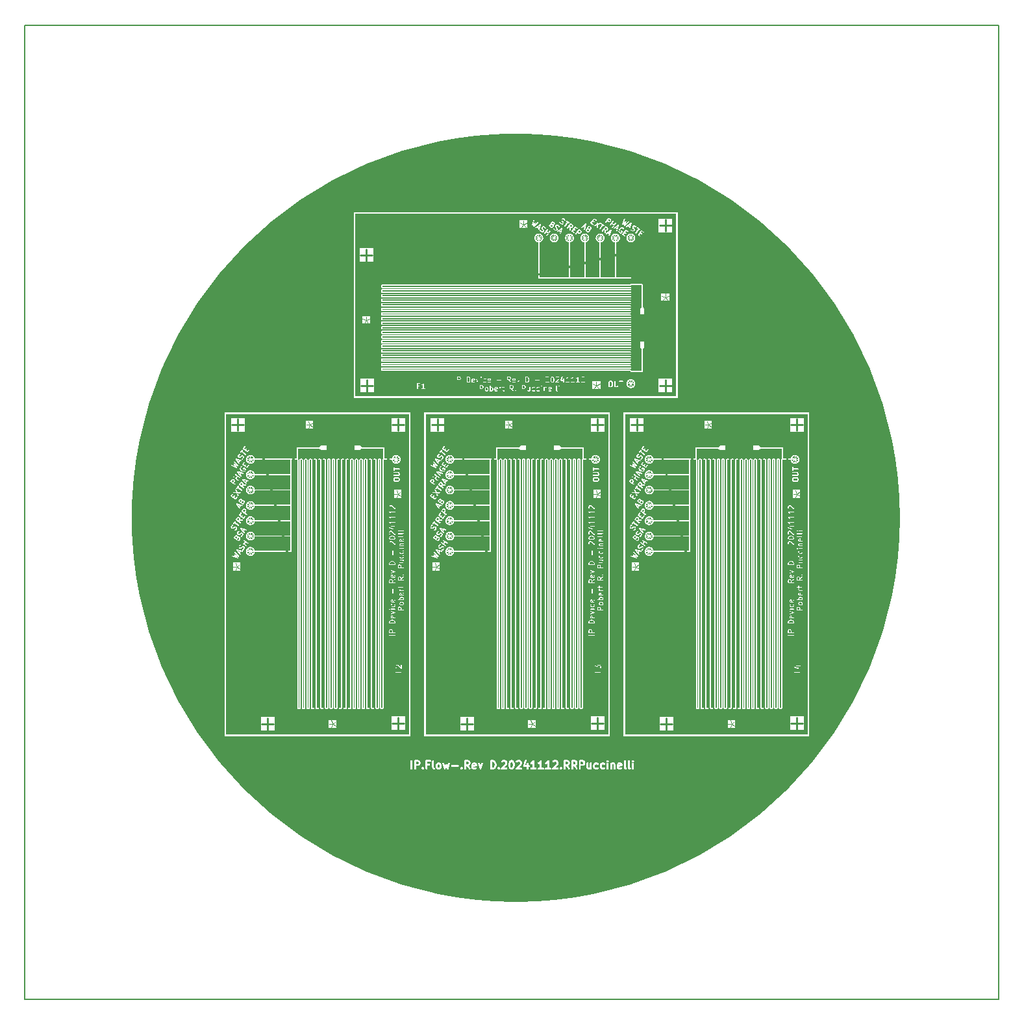
<source format=gbr>
%TF.GenerationSoftware,KiCad,Pcbnew,8.0.5*%
%TF.CreationDate,2024-11-12T15:58:34-08:00*%
%TF.ProjectId,ImmunoprecipitationDevice_RevD,496d6d75-6e6f-4707-9265-636970697461,rev?*%
%TF.SameCoordinates,Original*%
%TF.FileFunction,Copper,L1,Top*%
%TF.FilePolarity,Positive*%
%FSLAX46Y46*%
G04 Gerber Fmt 4.6, Leading zero omitted, Abs format (unit mm)*
G04 Created by KiCad (PCBNEW 8.0.5) date 2024-11-12 15:58:34*
%MOMM*%
%LPD*%
G01*
G04 APERTURE LIST*
%ADD10C,0.100000*%
%ADD11C,0.150000*%
%ADD12C,0.250000*%
%TA.AperFunction,NonConductor*%
%ADD13C,0.100000*%
%TD*%
%TA.AperFunction,NonConductor*%
%ADD14C,0.250000*%
%TD*%
%TA.AperFunction,Profile*%
%ADD15C,0.200000*%
%TD*%
G04 APERTURE END LIST*
D10*
G36*
X101195450Y-84569444D02*
G01*
X100207915Y-84569444D01*
X100207915Y-84108333D01*
X100318633Y-84108333D01*
X100318633Y-84441666D01*
X100319594Y-84451421D01*
X100327060Y-84469445D01*
X100340854Y-84483239D01*
X100358878Y-84490705D01*
X100368633Y-84491666D01*
X101068633Y-84491666D01*
X101078388Y-84490705D01*
X101096412Y-84483239D01*
X101110206Y-84469445D01*
X101117672Y-84451421D01*
X101117672Y-84431911D01*
X101110206Y-84413887D01*
X101096412Y-84400093D01*
X101078388Y-84392627D01*
X101068633Y-84391666D01*
X100751966Y-84391666D01*
X100751966Y-84208333D01*
X100751005Y-84198578D01*
X100743539Y-84180554D01*
X100729745Y-84166760D01*
X100711721Y-84159294D01*
X100692211Y-84159294D01*
X100674187Y-84166760D01*
X100660393Y-84180554D01*
X100652927Y-84198578D01*
X100651966Y-84208333D01*
X100651966Y-84391666D01*
X100418633Y-84391666D01*
X100418633Y-84108333D01*
X100417672Y-84098578D01*
X100410206Y-84080554D01*
X100396412Y-84066760D01*
X100378388Y-84059294D01*
X100358878Y-84059294D01*
X100340854Y-84066760D01*
X100327060Y-84080554D01*
X100319594Y-84098578D01*
X100318633Y-84108333D01*
X100207915Y-84108333D01*
X100207915Y-83702080D01*
X100285693Y-83702080D01*
X100287076Y-83721540D01*
X100295800Y-83738988D01*
X100310538Y-83751771D01*
X100319489Y-83755767D01*
X100819489Y-83922433D01*
X100824324Y-83923532D01*
X100825545Y-83924038D01*
X100826549Y-83924038D01*
X100829047Y-83924606D01*
X100837039Y-83924038D01*
X100845055Y-83924038D01*
X100846715Y-83923350D01*
X100848507Y-83923223D01*
X100855675Y-83919638D01*
X100863079Y-83916572D01*
X100864349Y-83915302D01*
X100865955Y-83914499D01*
X100871205Y-83908445D01*
X100876873Y-83902778D01*
X100877560Y-83901118D01*
X100878738Y-83899761D01*
X100881271Y-83892158D01*
X100884339Y-83884754D01*
X100884590Y-83882201D01*
X100884907Y-83881252D01*
X100884813Y-83879936D01*
X100885300Y-83874999D01*
X100885300Y-83591666D01*
X101068633Y-83591666D01*
X101078388Y-83590705D01*
X101096412Y-83583239D01*
X101110206Y-83569445D01*
X101117672Y-83551421D01*
X101117672Y-83531911D01*
X101110206Y-83513887D01*
X101096412Y-83500093D01*
X101078388Y-83492627D01*
X101068633Y-83491666D01*
X100885300Y-83491666D01*
X100885300Y-83441666D01*
X100884339Y-83431911D01*
X100876873Y-83413887D01*
X100863079Y-83400093D01*
X100845055Y-83392627D01*
X100825545Y-83392627D01*
X100807521Y-83400093D01*
X100793727Y-83413887D01*
X100786261Y-83431911D01*
X100785300Y-83441666D01*
X100785300Y-83491666D01*
X100601966Y-83491666D01*
X100592211Y-83492627D01*
X100574187Y-83500093D01*
X100560393Y-83513887D01*
X100552927Y-83531911D01*
X100552927Y-83551421D01*
X100560393Y-83569445D01*
X100574187Y-83583239D01*
X100592211Y-83590705D01*
X100601966Y-83591666D01*
X100785300Y-83591666D01*
X100785300Y-83805628D01*
X100351111Y-83660899D01*
X100341553Y-83658726D01*
X100322093Y-83660109D01*
X100304645Y-83668833D01*
X100291862Y-83683571D01*
X100285693Y-83702080D01*
X100207915Y-83702080D01*
X100207915Y-83314849D01*
X101195450Y-83314849D01*
X101195450Y-84569444D01*
G37*
D11*
G36*
X79887733Y-56785596D02*
G01*
X79815910Y-56888170D01*
X79697961Y-56729149D01*
X79887733Y-56785596D01*
G37*
G36*
X81436652Y-55319320D02*
G01*
X79541259Y-58026223D01*
X78717555Y-57449459D01*
X78742780Y-57413434D01*
X78855115Y-57413434D01*
X78857972Y-57432803D01*
X78865746Y-57450774D01*
X78877906Y-57466119D01*
X78893623Y-57477794D01*
X78902488Y-57481996D01*
X79571489Y-57746974D01*
X79580827Y-57749981D01*
X79581918Y-57750107D01*
X79582962Y-57750486D01*
X79591657Y-57751236D01*
X79600276Y-57752235D01*
X79601367Y-57752073D01*
X79602470Y-57752169D01*
X79611038Y-57750647D01*
X79619645Y-57749378D01*
X79620659Y-57748939D01*
X79621747Y-57748746D01*
X79629627Y-57745059D01*
X79637615Y-57741604D01*
X79638480Y-57740917D01*
X79639481Y-57740450D01*
X79646137Y-57734850D01*
X79652961Y-57729444D01*
X79653619Y-57728557D01*
X79654464Y-57727847D01*
X79659450Y-57720708D01*
X79664636Y-57713727D01*
X79665041Y-57712702D01*
X79665675Y-57711796D01*
X79668652Y-57703586D01*
X79671845Y-57695525D01*
X79671971Y-57694433D01*
X79672350Y-57693390D01*
X79673100Y-57684693D01*
X79674099Y-57676076D01*
X79673937Y-57674984D01*
X79674033Y-57673883D01*
X79672508Y-57665298D01*
X79671241Y-57656707D01*
X79670803Y-57655696D01*
X79670610Y-57654605D01*
X79666920Y-57646718D01*
X79663468Y-57638736D01*
X79662780Y-57637868D01*
X79662314Y-57636871D01*
X79656504Y-57628966D01*
X79504446Y-57448190D01*
X79726327Y-57529249D01*
X79735741Y-57532005D01*
X79736837Y-57532102D01*
X79737889Y-57532452D01*
X79746590Y-57532967D01*
X79755244Y-57533736D01*
X79756331Y-57533545D01*
X79757435Y-57533611D01*
X79765962Y-57531859D01*
X79774529Y-57530359D01*
X79775530Y-57529893D01*
X79776613Y-57529671D01*
X79784365Y-57525786D01*
X79792285Y-57522106D01*
X79793137Y-57521392D01*
X79794118Y-57520901D01*
X79800591Y-57515152D01*
X79807298Y-57509538D01*
X79807934Y-57508631D01*
X79808757Y-57507901D01*
X79813547Y-57500634D01*
X79818546Y-57493513D01*
X79818923Y-57492479D01*
X79819533Y-57491555D01*
X79822281Y-57483289D01*
X79825265Y-57475124D01*
X79825362Y-57474023D01*
X79825711Y-57472976D01*
X79826226Y-57464290D01*
X79826995Y-57455622D01*
X79826804Y-57454534D01*
X79826870Y-57453431D01*
X79825121Y-57444922D01*
X79823619Y-57436336D01*
X79823151Y-57435330D01*
X79822930Y-57434252D01*
X79819048Y-57426504D01*
X79815365Y-57418581D01*
X79814652Y-57417729D01*
X79814160Y-57416747D01*
X79808140Y-57409001D01*
X79330330Y-56870973D01*
X79323350Y-56864080D01*
X79307003Y-56853304D01*
X79288425Y-56847126D01*
X79268879Y-56845967D01*
X79249701Y-56849907D01*
X79232196Y-56858677D01*
X79217557Y-56871677D01*
X79206781Y-56888024D01*
X79200603Y-56906602D01*
X79199444Y-56926148D01*
X79203384Y-56945326D01*
X79212154Y-56962831D01*
X79218174Y-56970577D01*
X79498618Y-57286365D01*
X79291745Y-57210789D01*
X79282330Y-57208033D01*
X79282244Y-57208025D01*
X79282155Y-57207993D01*
X79272072Y-57207123D01*
X79262827Y-57206303D01*
X79262741Y-57206318D01*
X79262648Y-57206310D01*
X79252919Y-57208037D01*
X79243542Y-57209679D01*
X79243460Y-57209716D01*
X79243370Y-57209733D01*
X79234647Y-57213813D01*
X79225787Y-57217932D01*
X79225715Y-57217991D01*
X79225636Y-57218029D01*
X79218306Y-57224194D01*
X79210774Y-57230500D01*
X79210722Y-57230573D01*
X79210653Y-57230632D01*
X79205004Y-57238718D01*
X79199525Y-57246525D01*
X79199494Y-57246607D01*
X79199442Y-57246683D01*
X79196013Y-57256137D01*
X79192807Y-57264914D01*
X79192799Y-57264999D01*
X79192767Y-57265089D01*
X79191897Y-57275171D01*
X79191077Y-57284417D01*
X79191092Y-57284502D01*
X79191084Y-57284596D01*
X79192811Y-57294324D01*
X79194453Y-57303702D01*
X79194490Y-57303783D01*
X79194507Y-57303874D01*
X79198587Y-57312596D01*
X79202706Y-57321457D01*
X79202765Y-57321528D01*
X79202803Y-57321608D01*
X79208613Y-57329513D01*
X79350386Y-57498061D01*
X78957724Y-57342536D01*
X78948387Y-57339529D01*
X78928938Y-57337275D01*
X78909569Y-57340132D01*
X78891598Y-57347906D01*
X78876253Y-57360066D01*
X78864578Y-57375783D01*
X78857369Y-57393985D01*
X78855115Y-57413434D01*
X78742780Y-57413434D01*
X79318030Y-56591891D01*
X79428692Y-56591891D01*
X79429207Y-56596365D01*
X79429084Y-56600869D01*
X79430322Y-56606052D01*
X79430931Y-56611341D01*
X79432585Y-56615528D01*
X79433633Y-56619912D01*
X79436169Y-56624596D01*
X79438127Y-56629549D01*
X79442650Y-56636564D01*
X79442956Y-56637129D01*
X79443138Y-56637321D01*
X79443443Y-56637794D01*
X79883016Y-57230433D01*
X79889363Y-57237913D01*
X79904699Y-57250084D01*
X79922663Y-57257871D01*
X79942031Y-57260743D01*
X79961481Y-57258505D01*
X79979689Y-57251308D01*
X79995414Y-57239644D01*
X80007585Y-57224308D01*
X80015372Y-57206345D01*
X80018244Y-57186977D01*
X80016005Y-57167526D01*
X80008809Y-57149318D01*
X80003493Y-57141073D01*
X79910103Y-57015164D01*
X80039285Y-56830675D01*
X80189540Y-56875369D01*
X80199106Y-56877545D01*
X80218678Y-56878080D01*
X80237721Y-56873531D01*
X80254939Y-56864208D01*
X80269156Y-56850747D01*
X80279404Y-56834065D01*
X80284986Y-56815299D01*
X80285521Y-56795727D01*
X80280973Y-56776684D01*
X80271649Y-56759467D01*
X80258188Y-56745250D01*
X80241506Y-56735001D01*
X80232306Y-56731595D01*
X79525065Y-56521227D01*
X79524519Y-56521102D01*
X79524273Y-56520996D01*
X79523630Y-56520900D01*
X79515499Y-56519051D01*
X79510175Y-56518905D01*
X79504905Y-56518124D01*
X79500430Y-56518639D01*
X79495927Y-56518516D01*
X79490743Y-56519754D01*
X79485455Y-56520363D01*
X79481267Y-56522017D01*
X79476884Y-56523065D01*
X79472199Y-56525601D01*
X79467247Y-56527559D01*
X79463629Y-56530242D01*
X79459667Y-56532388D01*
X79455797Y-56536051D01*
X79451522Y-56539223D01*
X79448722Y-56542750D01*
X79445450Y-56545849D01*
X79442662Y-56550386D01*
X79439351Y-56554559D01*
X79437557Y-56558695D01*
X79435201Y-56562532D01*
X79433683Y-56567633D01*
X79431564Y-56572523D01*
X79430903Y-56576980D01*
X79429619Y-56581297D01*
X79429473Y-56586620D01*
X79428692Y-56591891D01*
X79318030Y-56591891D01*
X79591432Y-56201433D01*
X79742786Y-56201433D01*
X79743044Y-56203679D01*
X79742848Y-56205928D01*
X79743915Y-56215679D01*
X79752100Y-56262103D01*
X79754432Y-56271632D01*
X79755386Y-56273679D01*
X79755912Y-56275879D01*
X79760009Y-56284793D01*
X79795500Y-56350337D01*
X79797658Y-56353765D01*
X79798198Y-56354923D01*
X79798953Y-56355823D01*
X79800726Y-56358639D01*
X79805921Y-56364126D01*
X79810784Y-56369921D01*
X79813381Y-56372005D01*
X79814187Y-56372857D01*
X79815271Y-56373523D01*
X79818434Y-56376062D01*
X79873044Y-56414299D01*
X79876504Y-56416399D01*
X79877508Y-56417195D01*
X79878588Y-56417663D01*
X79881431Y-56419388D01*
X79888528Y-56421971D01*
X79895472Y-56424981D01*
X79898727Y-56425684D01*
X79899829Y-56426085D01*
X79901097Y-56426196D01*
X79905061Y-56427052D01*
X79978791Y-56437985D01*
X79988568Y-56438786D01*
X79990814Y-56438527D01*
X79993063Y-56438724D01*
X80002814Y-56437657D01*
X80049238Y-56429472D01*
X80058767Y-56427140D01*
X80060814Y-56426185D01*
X80063014Y-56425660D01*
X80071928Y-56421563D01*
X80137472Y-56386072D01*
X80141938Y-56383260D01*
X80143116Y-56382687D01*
X80144408Y-56381705D01*
X80145774Y-56380846D01*
X80146720Y-56379949D01*
X80150929Y-56376754D01*
X80248492Y-56292050D01*
X80296093Y-56266275D01*
X80318547Y-56262316D01*
X80362723Y-56268866D01*
X80388327Y-56286795D01*
X80409592Y-56326065D01*
X80413551Y-56348518D01*
X80407000Y-56392695D01*
X80328540Y-56504748D01*
X80253653Y-56560293D01*
X80246173Y-56566641D01*
X80234002Y-56581977D01*
X80226215Y-56599940D01*
X80223343Y-56619308D01*
X80225582Y-56638759D01*
X80232778Y-56656967D01*
X80244442Y-56672692D01*
X80259778Y-56684863D01*
X80277741Y-56692650D01*
X80297109Y-56695522D01*
X80316560Y-56693283D01*
X80334768Y-56686087D01*
X80343013Y-56680771D01*
X80427676Y-56617975D01*
X80435156Y-56611628D01*
X80436561Y-56609857D01*
X80438292Y-56608405D01*
X80444432Y-56600754D01*
X80540028Y-56464230D01*
X80542131Y-56460764D01*
X80542923Y-56459766D01*
X80543389Y-56458690D01*
X80545117Y-56455843D01*
X80547702Y-56448739D01*
X80550710Y-56441802D01*
X80551413Y-56438546D01*
X80551814Y-56437445D01*
X80551925Y-56436176D01*
X80552781Y-56432213D01*
X80563715Y-56358483D01*
X80564516Y-56348706D01*
X80564257Y-56346457D01*
X80564454Y-56344209D01*
X80563386Y-56334457D01*
X80555201Y-56288033D01*
X80552868Y-56278504D01*
X80551913Y-56276456D01*
X80551388Y-56274258D01*
X80547292Y-56265345D01*
X80511801Y-56199802D01*
X80509643Y-56196374D01*
X80509104Y-56195217D01*
X80508348Y-56194316D01*
X80506575Y-56191499D01*
X80501376Y-56186008D01*
X80496518Y-56180219D01*
X80493920Y-56178134D01*
X80493114Y-56177282D01*
X80492028Y-56176615D01*
X80488868Y-56174078D01*
X80434258Y-56135839D01*
X80430792Y-56133736D01*
X80429793Y-56132943D01*
X80428715Y-56132476D01*
X80425871Y-56130750D01*
X80418767Y-56128164D01*
X80411829Y-56125157D01*
X80408575Y-56124454D01*
X80407473Y-56124053D01*
X80406202Y-56123941D01*
X80402240Y-56123086D01*
X80328510Y-56112153D01*
X80318733Y-56111352D01*
X80316485Y-56111610D01*
X80314237Y-56111414D01*
X80304485Y-56112482D01*
X80258061Y-56120667D01*
X80248532Y-56123000D01*
X80246483Y-56123955D01*
X80244287Y-56124480D01*
X80235373Y-56128576D01*
X80169829Y-56164067D01*
X80165362Y-56166878D01*
X80164185Y-56167452D01*
X80162892Y-56168433D01*
X80161527Y-56169293D01*
X80160580Y-56170189D01*
X80156372Y-56173385D01*
X80058808Y-56258088D01*
X80011207Y-56283863D01*
X79988754Y-56287821D01*
X79944577Y-56281271D01*
X79918973Y-56263343D01*
X79897708Y-56224072D01*
X79893750Y-56201619D01*
X79900300Y-56157443D01*
X79978759Y-56045391D01*
X80053648Y-55989845D01*
X80061128Y-55983498D01*
X80073299Y-55968161D01*
X80081086Y-55950198D01*
X80083958Y-55930830D01*
X80081719Y-55911379D01*
X80074522Y-55893171D01*
X80062859Y-55877446D01*
X80047523Y-55865275D01*
X80029559Y-55857488D01*
X80010191Y-55854616D01*
X79990741Y-55856855D01*
X79972532Y-55864052D01*
X79964288Y-55869368D01*
X79879625Y-55932163D01*
X79872145Y-55938511D01*
X79870739Y-55940281D01*
X79869009Y-55941734D01*
X79862868Y-55949384D01*
X79767272Y-56085910D01*
X79765170Y-56089374D01*
X79764377Y-56090374D01*
X79763909Y-56091452D01*
X79762184Y-56094297D01*
X79759600Y-56101394D01*
X79756591Y-56108338D01*
X79755887Y-56111593D01*
X79755487Y-56112695D01*
X79755375Y-56113963D01*
X79754520Y-56117927D01*
X79743587Y-56191656D01*
X79742786Y-56201433D01*
X79591432Y-56201433D01*
X79907580Y-55749927D01*
X80021449Y-55749927D01*
X80024849Y-55769209D01*
X80033124Y-55786954D01*
X80045709Y-55801952D01*
X80061747Y-55813181D01*
X80080145Y-55819878D01*
X80099649Y-55821585D01*
X80118931Y-55818185D01*
X80136676Y-55809910D01*
X80151674Y-55797325D01*
X80157814Y-55789674D01*
X80229511Y-55687280D01*
X80741482Y-56045765D01*
X80749869Y-56050854D01*
X80768267Y-56057551D01*
X80787771Y-56059258D01*
X80807053Y-56055858D01*
X80824798Y-56047583D01*
X80839796Y-56034998D01*
X80851025Y-56018960D01*
X80857722Y-56000562D01*
X80859429Y-55981058D01*
X80856029Y-55961775D01*
X80847754Y-55944031D01*
X80835168Y-55929033D01*
X80827518Y-55922892D01*
X80315548Y-55564408D01*
X80387246Y-55462014D01*
X80392334Y-55453627D01*
X80399031Y-55435229D01*
X80400738Y-55415725D01*
X80397338Y-55396442D01*
X80389063Y-55378698D01*
X80376478Y-55363700D01*
X80360441Y-55352470D01*
X80342043Y-55345774D01*
X80322538Y-55344067D01*
X80303256Y-55347467D01*
X80285512Y-55355741D01*
X80270514Y-55368327D01*
X80264373Y-55375977D01*
X80034942Y-55703638D01*
X80029853Y-55712025D01*
X80023156Y-55730423D01*
X80021449Y-55749927D01*
X79907580Y-55749927D01*
X80270844Y-55231131D01*
X80384714Y-55231131D01*
X80388114Y-55250413D01*
X80396389Y-55268158D01*
X80408974Y-55283156D01*
X80416625Y-55289296D01*
X80990031Y-55690800D01*
X80998418Y-55695889D01*
X81016816Y-55702586D01*
X81036320Y-55704293D01*
X81055602Y-55700893D01*
X81073347Y-55692618D01*
X81088345Y-55680033D01*
X81094485Y-55672382D01*
X81285678Y-55399331D01*
X81290767Y-55390944D01*
X81297464Y-55372546D01*
X81299171Y-55353042D01*
X81295771Y-55333760D01*
X81287496Y-55316016D01*
X81274911Y-55301017D01*
X81258873Y-55289788D01*
X81240475Y-55283091D01*
X81220971Y-55281384D01*
X81201689Y-55284784D01*
X81183944Y-55293059D01*
X81168946Y-55305644D01*
X81162806Y-55313295D01*
X81014631Y-55524910D01*
X80837147Y-55400634D01*
X80927965Y-55270935D01*
X80933053Y-55262548D01*
X80939750Y-55244150D01*
X80941457Y-55224646D01*
X80938057Y-55205363D01*
X80929782Y-55187619D01*
X80917197Y-55172621D01*
X80901159Y-55161391D01*
X80882761Y-55154695D01*
X80863257Y-55152988D01*
X80843975Y-55156388D01*
X80826231Y-55164663D01*
X80811232Y-55177248D01*
X80805092Y-55184899D01*
X80714275Y-55314598D01*
X80564097Y-55209442D01*
X80712272Y-54997828D01*
X80717360Y-54989441D01*
X80724057Y-54971043D01*
X80725764Y-54951539D01*
X80722364Y-54932256D01*
X80714089Y-54914512D01*
X80701504Y-54899514D01*
X80685467Y-54888285D01*
X80667068Y-54881588D01*
X80647564Y-54879881D01*
X80628282Y-54883281D01*
X80610538Y-54891556D01*
X80595539Y-54904141D01*
X80589399Y-54911791D01*
X80398207Y-55184842D01*
X80393118Y-55193229D01*
X80386421Y-55211627D01*
X80384714Y-55231131D01*
X80270844Y-55231131D01*
X80612948Y-54742556D01*
X81436652Y-55319320D01*
G37*
G36*
X79866773Y-64295081D02*
G01*
X79919680Y-64332128D01*
X79940945Y-64371398D01*
X79944904Y-64393852D01*
X79938352Y-64438030D01*
X79838573Y-64580530D01*
X79661090Y-64456255D01*
X79760871Y-64313754D01*
X79800141Y-64292489D01*
X79822595Y-64288530D01*
X79866773Y-64295081D01*
G37*
G36*
X80631540Y-63202878D02*
G01*
X80684448Y-63239924D01*
X80705713Y-63279196D01*
X80709672Y-63301650D01*
X80703122Y-63345826D01*
X80603342Y-63488327D01*
X80425858Y-63364052D01*
X80525638Y-63221552D01*
X80564910Y-63200286D01*
X80587363Y-63196327D01*
X80631540Y-63202878D01*
G37*
G36*
X81337020Y-63418795D02*
G01*
X79460150Y-66099243D01*
X78636446Y-65522479D01*
X78688425Y-65448245D01*
X78839778Y-65448245D01*
X78840036Y-65450493D01*
X78839840Y-65452742D01*
X78840907Y-65462494D01*
X78849093Y-65508918D01*
X78851426Y-65518447D01*
X78852379Y-65520491D01*
X78852905Y-65522692D01*
X78857002Y-65531606D01*
X78892493Y-65597150D01*
X78894651Y-65600578D01*
X78895191Y-65601736D01*
X78895946Y-65602636D01*
X78897719Y-65605452D01*
X78902914Y-65610939D01*
X78907777Y-65616734D01*
X78910374Y-65618818D01*
X78911180Y-65619670D01*
X78912264Y-65620336D01*
X78915427Y-65622875D01*
X78970037Y-65661112D01*
X78973497Y-65663212D01*
X78974501Y-65664008D01*
X78975581Y-65664476D01*
X78978424Y-65666201D01*
X78985521Y-65668784D01*
X78992465Y-65671794D01*
X78995720Y-65672497D01*
X78996822Y-65672898D01*
X78998090Y-65673009D01*
X79002054Y-65673865D01*
X79075784Y-65684798D01*
X79085561Y-65685599D01*
X79087808Y-65685340D01*
X79090057Y-65685537D01*
X79099809Y-65684470D01*
X79146233Y-65676284D01*
X79155762Y-65673951D01*
X79157807Y-65672997D01*
X79160006Y-65672472D01*
X79168920Y-65668375D01*
X79234464Y-65632885D01*
X79238933Y-65630072D01*
X79240109Y-65629500D01*
X79241395Y-65628523D01*
X79242767Y-65627660D01*
X79243719Y-65626758D01*
X79247922Y-65623567D01*
X79345485Y-65538863D01*
X79393086Y-65513088D01*
X79415540Y-65509129D01*
X79459716Y-65515679D01*
X79485320Y-65533608D01*
X79506585Y-65572878D01*
X79510544Y-65595331D01*
X79503993Y-65639508D01*
X79425533Y-65751561D01*
X79350646Y-65807106D01*
X79343166Y-65813454D01*
X79330995Y-65828790D01*
X79323208Y-65846753D01*
X79320336Y-65866121D01*
X79322575Y-65885572D01*
X79329771Y-65903780D01*
X79341435Y-65919505D01*
X79356771Y-65931676D01*
X79374734Y-65939463D01*
X79394102Y-65942335D01*
X79413553Y-65940096D01*
X79431761Y-65932900D01*
X79440006Y-65927584D01*
X79524669Y-65864788D01*
X79532149Y-65858441D01*
X79533554Y-65856670D01*
X79535285Y-65855218D01*
X79541425Y-65847567D01*
X79637021Y-65711043D01*
X79639124Y-65707577D01*
X79639916Y-65706579D01*
X79640382Y-65705503D01*
X79642110Y-65702656D01*
X79644695Y-65695552D01*
X79647703Y-65688615D01*
X79648406Y-65685359D01*
X79648807Y-65684258D01*
X79648918Y-65682989D01*
X79649774Y-65679026D01*
X79660708Y-65605296D01*
X79661509Y-65595519D01*
X79661250Y-65593270D01*
X79661447Y-65591022D01*
X79660379Y-65581270D01*
X79652194Y-65534846D01*
X79649861Y-65525317D01*
X79648906Y-65523269D01*
X79648381Y-65521071D01*
X79644285Y-65512158D01*
X79608794Y-65446615D01*
X79606636Y-65443187D01*
X79606097Y-65442030D01*
X79605341Y-65441129D01*
X79603568Y-65438312D01*
X79598369Y-65432821D01*
X79593511Y-65427032D01*
X79590913Y-65424947D01*
X79590107Y-65424095D01*
X79589021Y-65423428D01*
X79585861Y-65420891D01*
X79531251Y-65382652D01*
X79527785Y-65380549D01*
X79526786Y-65379756D01*
X79525708Y-65379289D01*
X79522864Y-65377563D01*
X79515760Y-65374977D01*
X79508822Y-65371970D01*
X79505568Y-65371267D01*
X79504466Y-65370866D01*
X79503195Y-65370754D01*
X79499233Y-65369899D01*
X79425503Y-65358966D01*
X79415726Y-65358165D01*
X79413478Y-65358423D01*
X79411230Y-65358227D01*
X79401478Y-65359295D01*
X79355054Y-65367480D01*
X79345525Y-65369813D01*
X79343476Y-65370768D01*
X79341280Y-65371293D01*
X79332366Y-65375389D01*
X79266822Y-65410880D01*
X79262355Y-65413691D01*
X79261178Y-65414265D01*
X79259885Y-65415246D01*
X79258520Y-65416106D01*
X79257573Y-65417002D01*
X79253365Y-65420198D01*
X79155802Y-65504899D01*
X79108199Y-65530676D01*
X79085746Y-65534634D01*
X79041570Y-65528084D01*
X79015966Y-65510156D01*
X78994700Y-65470883D01*
X78990742Y-65448432D01*
X78997294Y-65404253D01*
X79075753Y-65292203D01*
X79150641Y-65236658D01*
X79158121Y-65230311D01*
X79170292Y-65214974D01*
X79178079Y-65197011D01*
X79180951Y-65177643D01*
X79178712Y-65158192D01*
X79171515Y-65139984D01*
X79159852Y-65124259D01*
X79144516Y-65112088D01*
X79126552Y-65104301D01*
X79107184Y-65101429D01*
X79087734Y-65103668D01*
X79069525Y-65110865D01*
X79061281Y-65116181D01*
X78976618Y-65178976D01*
X78969138Y-65185324D01*
X78967732Y-65187094D01*
X78966002Y-65188547D01*
X78959861Y-65196197D01*
X78864266Y-65332722D01*
X78862165Y-65336183D01*
X78861371Y-65337185D01*
X78860903Y-65338263D01*
X78859177Y-65341109D01*
X78856593Y-65348205D01*
X78853584Y-65355149D01*
X78852880Y-65358407D01*
X78852480Y-65359507D01*
X78852369Y-65360774D01*
X78851513Y-65364738D01*
X78840579Y-65438468D01*
X78839778Y-65448245D01*
X78688425Y-65448245D01*
X79004572Y-64996740D01*
X79118442Y-64996740D01*
X79121842Y-65016022D01*
X79130117Y-65033767D01*
X79142702Y-65048765D01*
X79158740Y-65059994D01*
X79177138Y-65066691D01*
X79196642Y-65068398D01*
X79215924Y-65064998D01*
X79233669Y-65056723D01*
X79248667Y-65044138D01*
X79254807Y-65036487D01*
X79326504Y-64934093D01*
X79838475Y-65292578D01*
X79846862Y-65297667D01*
X79865260Y-65304364D01*
X79884764Y-65306071D01*
X79904046Y-65302671D01*
X79921791Y-65294396D01*
X79936789Y-65281811D01*
X79948018Y-65265773D01*
X79954715Y-65247375D01*
X79956422Y-65227871D01*
X79953022Y-65208588D01*
X79944747Y-65190844D01*
X79932161Y-65175846D01*
X79924511Y-65169705D01*
X79412540Y-64811221D01*
X79484238Y-64708827D01*
X79489327Y-64700440D01*
X79496024Y-64682042D01*
X79497731Y-64662537D01*
X79494331Y-64643255D01*
X79486056Y-64625511D01*
X79473470Y-64610513D01*
X79457433Y-64599283D01*
X79439035Y-64592586D01*
X79419531Y-64590879D01*
X79400248Y-64594279D01*
X79382504Y-64602554D01*
X79367506Y-64615140D01*
X79361365Y-64622790D01*
X79131935Y-64950451D01*
X79126846Y-64958838D01*
X79120149Y-64977236D01*
X79118442Y-64996740D01*
X79004572Y-64996740D01*
X79367837Y-64477944D01*
X79481707Y-64477944D01*
X79485107Y-64497226D01*
X79493382Y-64514971D01*
X79505967Y-64529969D01*
X79513618Y-64536109D01*
X80087024Y-64937613D01*
X80095411Y-64942702D01*
X80113809Y-64949399D01*
X80133313Y-64951106D01*
X80152595Y-64947706D01*
X80170340Y-64939431D01*
X80185338Y-64926846D01*
X80196567Y-64910808D01*
X80203264Y-64892410D01*
X80204971Y-64872906D01*
X80201571Y-64853624D01*
X80193296Y-64835879D01*
X80180711Y-64820881D01*
X80173060Y-64814741D01*
X79961446Y-64666567D01*
X79991627Y-64623464D01*
X80359462Y-64623516D01*
X80369252Y-64622875D01*
X80388164Y-64617811D01*
X80405122Y-64608024D01*
X80418969Y-64594181D01*
X80428760Y-64577227D01*
X80433830Y-64558315D01*
X80433832Y-64538737D01*
X80428768Y-64519825D01*
X80418981Y-64502867D01*
X80405138Y-64489020D01*
X80388184Y-64479229D01*
X80369272Y-64474159D01*
X80359484Y-64473516D01*
X80084737Y-64473477D01*
X80095068Y-64403818D01*
X80095869Y-64394040D01*
X80095610Y-64391791D01*
X80095807Y-64389543D01*
X80094740Y-64379791D01*
X80086554Y-64333366D01*
X80084221Y-64323838D01*
X80083266Y-64321791D01*
X80082741Y-64319591D01*
X80078645Y-64310678D01*
X80043154Y-64245135D01*
X80040993Y-64241702D01*
X80040456Y-64240550D01*
X80039704Y-64239653D01*
X80037928Y-64236832D01*
X80032730Y-64231342D01*
X80027871Y-64225551D01*
X80025272Y-64223465D01*
X80024467Y-64222615D01*
X80023381Y-64221947D01*
X80020220Y-64219411D01*
X79938305Y-64162053D01*
X79934842Y-64159951D01*
X79933841Y-64159157D01*
X79932762Y-64158689D01*
X79929919Y-64156964D01*
X79922815Y-64154378D01*
X79915877Y-64151371D01*
X79912623Y-64150668D01*
X79911521Y-64150267D01*
X79910250Y-64150155D01*
X79906288Y-64149300D01*
X79832558Y-64138367D01*
X79822781Y-64137566D01*
X79820533Y-64137824D01*
X79818285Y-64137628D01*
X79808533Y-64138696D01*
X79762109Y-64146881D01*
X79752580Y-64149214D01*
X79750532Y-64150168D01*
X79748334Y-64150694D01*
X79739421Y-64154790D01*
X79673878Y-64190281D01*
X79670447Y-64192440D01*
X79669292Y-64192979D01*
X79668393Y-64193733D01*
X79665575Y-64195507D01*
X79660082Y-64200707D01*
X79654294Y-64205565D01*
X79652209Y-64208161D01*
X79651358Y-64208968D01*
X79650691Y-64210052D01*
X79648153Y-64213215D01*
X79495200Y-64431655D01*
X79490111Y-64440042D01*
X79483414Y-64458440D01*
X79481707Y-64477944D01*
X79367837Y-64477944D01*
X79769340Y-63904538D01*
X79883210Y-63904538D01*
X79886610Y-63923820D01*
X79894885Y-63941565D01*
X79907470Y-63956563D01*
X79915121Y-63962703D01*
X80488528Y-64364206D01*
X80496915Y-64369295D01*
X80515313Y-64375992D01*
X80534817Y-64377699D01*
X80554099Y-64374299D01*
X80571844Y-64366024D01*
X80586842Y-64353439D01*
X80592982Y-64345788D01*
X80784175Y-64072738D01*
X80789263Y-64064351D01*
X80795960Y-64045953D01*
X80797667Y-64026449D01*
X80794267Y-64007166D01*
X80785992Y-63989422D01*
X80773407Y-63974424D01*
X80757370Y-63963195D01*
X80738971Y-63956498D01*
X80719467Y-63954791D01*
X80700185Y-63958191D01*
X80682441Y-63966466D01*
X80667442Y-63979051D01*
X80661302Y-63986701D01*
X80513128Y-64198315D01*
X80335644Y-64074040D01*
X80426461Y-63944341D01*
X80431550Y-63935954D01*
X80438247Y-63917556D01*
X80439954Y-63898052D01*
X80436554Y-63878770D01*
X80428279Y-63861025D01*
X80415694Y-63846027D01*
X80399656Y-63834798D01*
X80381258Y-63828101D01*
X80361754Y-63826394D01*
X80342472Y-63829794D01*
X80324727Y-63838069D01*
X80309729Y-63850654D01*
X80303589Y-63858305D01*
X80212772Y-63988004D01*
X80062593Y-63882848D01*
X80210768Y-63671234D01*
X80215857Y-63662847D01*
X80222554Y-63644449D01*
X80224261Y-63624945D01*
X80220861Y-63605663D01*
X80212586Y-63587919D01*
X80200001Y-63572920D01*
X80183963Y-63561691D01*
X80165565Y-63554994D01*
X80146061Y-63553287D01*
X80126779Y-63556687D01*
X80109034Y-63564962D01*
X80094036Y-63577547D01*
X80087896Y-63585198D01*
X79896703Y-63858249D01*
X79891614Y-63866636D01*
X79884917Y-63885034D01*
X79883210Y-63904538D01*
X79769340Y-63904538D01*
X80132605Y-63385742D01*
X80246475Y-63385742D01*
X80249875Y-63405024D01*
X80258150Y-63422769D01*
X80270735Y-63437767D01*
X80278386Y-63443907D01*
X80851793Y-63845410D01*
X80860180Y-63850499D01*
X80878578Y-63857196D01*
X80898082Y-63858903D01*
X80917364Y-63855503D01*
X80935109Y-63847228D01*
X80950107Y-63834643D01*
X80961336Y-63818605D01*
X80968033Y-63800207D01*
X80969740Y-63780703D01*
X80966340Y-63761420D01*
X80958065Y-63743676D01*
X80945479Y-63728678D01*
X80937829Y-63722537D01*
X80726214Y-63574363D01*
X80836150Y-63417361D01*
X80838252Y-63413895D01*
X80839046Y-63412896D01*
X80839512Y-63411818D01*
X80841239Y-63408974D01*
X80843824Y-63401870D01*
X80846832Y-63394932D01*
X80847534Y-63391678D01*
X80847936Y-63390576D01*
X80848047Y-63389305D01*
X80848903Y-63385343D01*
X80859836Y-63311613D01*
X80860637Y-63301836D01*
X80860378Y-63299588D01*
X80860575Y-63297340D01*
X80859507Y-63287588D01*
X80851322Y-63241164D01*
X80848989Y-63231635D01*
X80848033Y-63229586D01*
X80847509Y-63227390D01*
X80843413Y-63218476D01*
X80807922Y-63152932D01*
X80805763Y-63149503D01*
X80805224Y-63148346D01*
X80804468Y-63147445D01*
X80802696Y-63144630D01*
X80797500Y-63139142D01*
X80792638Y-63133348D01*
X80790040Y-63131263D01*
X80789235Y-63130412D01*
X80788150Y-63129745D01*
X80784988Y-63127207D01*
X80703073Y-63069850D01*
X80699607Y-63067747D01*
X80698610Y-63066956D01*
X80697533Y-63066489D01*
X80694686Y-63064762D01*
X80687589Y-63062178D01*
X80680646Y-63059169D01*
X80677387Y-63058465D01*
X80676288Y-63058065D01*
X80675020Y-63057954D01*
X80671057Y-63057098D01*
X80597328Y-63046164D01*
X80587551Y-63045363D01*
X80585302Y-63045621D01*
X80583054Y-63045425D01*
X80573302Y-63046493D01*
X80526878Y-63054678D01*
X80517349Y-63057011D01*
X80515300Y-63057966D01*
X80513104Y-63058491D01*
X80504190Y-63062587D01*
X80438646Y-63098078D01*
X80435217Y-63100236D01*
X80434060Y-63100776D01*
X80433159Y-63101531D01*
X80430344Y-63103304D01*
X80424861Y-63108494D01*
X80419062Y-63113361D01*
X80416974Y-63115961D01*
X80416126Y-63116765D01*
X80415460Y-63117847D01*
X80412921Y-63121012D01*
X80259968Y-63339453D01*
X80254879Y-63347840D01*
X80248182Y-63366238D01*
X80246475Y-63385742D01*
X80132605Y-63385742D01*
X80513316Y-62842031D01*
X81337020Y-63418795D01*
G37*
G36*
X80012008Y-68608113D02*
G01*
X79940185Y-68710688D01*
X79822236Y-68551666D01*
X80012008Y-68608113D01*
G37*
G36*
X81293626Y-67523583D02*
G01*
X79665533Y-69848740D01*
X78841829Y-69271976D01*
X78867054Y-69235951D01*
X78979389Y-69235951D01*
X78982246Y-69255320D01*
X78990020Y-69273291D01*
X79002180Y-69288636D01*
X79017897Y-69300311D01*
X79026761Y-69304513D01*
X79695765Y-69569492D01*
X79705102Y-69572500D01*
X79706197Y-69572626D01*
X79707237Y-69573004D01*
X79715917Y-69573752D01*
X79724551Y-69574753D01*
X79725643Y-69574591D01*
X79726745Y-69574687D01*
X79735311Y-69573165D01*
X79743921Y-69571896D01*
X79744936Y-69571456D01*
X79746022Y-69571264D01*
X79753890Y-69567583D01*
X79761891Y-69564122D01*
X79762758Y-69563434D01*
X79763756Y-69562968D01*
X79770405Y-69557374D01*
X79777236Y-69551962D01*
X79777894Y-69551075D01*
X79778739Y-69550365D01*
X79783725Y-69543226D01*
X79788911Y-69536245D01*
X79789316Y-69535220D01*
X79789950Y-69534314D01*
X79792921Y-69526121D01*
X79796121Y-69518043D01*
X79796247Y-69516947D01*
X79796625Y-69515908D01*
X79797374Y-69507226D01*
X79798374Y-69498594D01*
X79798212Y-69497502D01*
X79798308Y-69496401D01*
X79796786Y-69487834D01*
X79795517Y-69479225D01*
X79795078Y-69478210D01*
X79794885Y-69477123D01*
X79791198Y-69469242D01*
X79787743Y-69461255D01*
X79787056Y-69460388D01*
X79786589Y-69459389D01*
X79780779Y-69451484D01*
X79628721Y-69270708D01*
X79850602Y-69351767D01*
X79860016Y-69354523D01*
X79861112Y-69354620D01*
X79862164Y-69354970D01*
X79870851Y-69355484D01*
X79879519Y-69356254D01*
X79880610Y-69356062D01*
X79881709Y-69356128D01*
X79890215Y-69354380D01*
X79898804Y-69352877D01*
X79899806Y-69352411D01*
X79900888Y-69352189D01*
X79908640Y-69348304D01*
X79916560Y-69344624D01*
X79917412Y-69343910D01*
X79918393Y-69343419D01*
X79924866Y-69337670D01*
X79931573Y-69332056D01*
X79932209Y-69331149D01*
X79933032Y-69330419D01*
X79937817Y-69323159D01*
X79942821Y-69316031D01*
X79943199Y-69314995D01*
X79943808Y-69314072D01*
X79946554Y-69305812D01*
X79949540Y-69297642D01*
X79949637Y-69296541D01*
X79949986Y-69295494D01*
X79950499Y-69286823D01*
X79951270Y-69278140D01*
X79951078Y-69277047D01*
X79951144Y-69275948D01*
X79949399Y-69267454D01*
X79947894Y-69258854D01*
X79947426Y-69257848D01*
X79947205Y-69256770D01*
X79943323Y-69249022D01*
X79939640Y-69241099D01*
X79938927Y-69240247D01*
X79938435Y-69239265D01*
X79932415Y-69231519D01*
X79454604Y-68693490D01*
X79447624Y-68686597D01*
X79431277Y-68675821D01*
X79412699Y-68669643D01*
X79393153Y-68668484D01*
X79373975Y-68672424D01*
X79356470Y-68681194D01*
X79341831Y-68694194D01*
X79331055Y-68710541D01*
X79324877Y-68729119D01*
X79323718Y-68748665D01*
X79327658Y-68767843D01*
X79336428Y-68785348D01*
X79342448Y-68793094D01*
X79622892Y-69108882D01*
X79416020Y-69033307D01*
X79406605Y-69030551D01*
X79406519Y-69030543D01*
X79406430Y-69030511D01*
X79396347Y-69029641D01*
X79387102Y-69028821D01*
X79387016Y-69028836D01*
X79386923Y-69028828D01*
X79377194Y-69030555D01*
X79367817Y-69032197D01*
X79367735Y-69032234D01*
X79367645Y-69032251D01*
X79358922Y-69036331D01*
X79350062Y-69040450D01*
X79349990Y-69040509D01*
X79349911Y-69040547D01*
X79342581Y-69046712D01*
X79335049Y-69053018D01*
X79334997Y-69053091D01*
X79334928Y-69053150D01*
X79329279Y-69061236D01*
X79323800Y-69069043D01*
X79323769Y-69069125D01*
X79323717Y-69069201D01*
X79320288Y-69078655D01*
X79317082Y-69087432D01*
X79317074Y-69087517D01*
X79317042Y-69087607D01*
X79316172Y-69097689D01*
X79315352Y-69106935D01*
X79315367Y-69107020D01*
X79315359Y-69107114D01*
X79317086Y-69116842D01*
X79318728Y-69126220D01*
X79318765Y-69126301D01*
X79318782Y-69126392D01*
X79322862Y-69135114D01*
X79326981Y-69143975D01*
X79327040Y-69144046D01*
X79327078Y-69144126D01*
X79332888Y-69152031D01*
X79474661Y-69320579D01*
X79081999Y-69165053D01*
X79072661Y-69162046D01*
X79053212Y-69159792D01*
X79033843Y-69162649D01*
X79015872Y-69170423D01*
X79000527Y-69182583D01*
X78988852Y-69198300D01*
X78981643Y-69216502D01*
X78979389Y-69235951D01*
X78867054Y-69235951D01*
X79442305Y-68414408D01*
X79552967Y-68414408D01*
X79553482Y-68418882D01*
X79553359Y-68423386D01*
X79554597Y-68428569D01*
X79555206Y-68433858D01*
X79556860Y-68438045D01*
X79557908Y-68442429D01*
X79560444Y-68447113D01*
X79562402Y-68452066D01*
X79566925Y-68459081D01*
X79567231Y-68459646D01*
X79567413Y-68459838D01*
X79567718Y-68460311D01*
X80007291Y-69052950D01*
X80013638Y-69060430D01*
X80028974Y-69072601D01*
X80046938Y-69080388D01*
X80066306Y-69083260D01*
X80085756Y-69081022D01*
X80103964Y-69073825D01*
X80119689Y-69062161D01*
X80131860Y-69046825D01*
X80139647Y-69028862D01*
X80142519Y-69009494D01*
X80140280Y-68990043D01*
X80133084Y-68971835D01*
X80127768Y-68963590D01*
X80034379Y-68837681D01*
X80163560Y-68653192D01*
X80313815Y-68697886D01*
X80323381Y-68700062D01*
X80342953Y-68700597D01*
X80361996Y-68696048D01*
X80379214Y-68686725D01*
X80393431Y-68673264D01*
X80403679Y-68656582D01*
X80409261Y-68637816D01*
X80409796Y-68618244D01*
X80405248Y-68599201D01*
X80395924Y-68581984D01*
X80382463Y-68567767D01*
X80365781Y-68557518D01*
X80356581Y-68554112D01*
X79649340Y-68343744D01*
X79648794Y-68343619D01*
X79648548Y-68343513D01*
X79647905Y-68343417D01*
X79639774Y-68341568D01*
X79634450Y-68341422D01*
X79629180Y-68340641D01*
X79624705Y-68341156D01*
X79620202Y-68341033D01*
X79615018Y-68342271D01*
X79609730Y-68342880D01*
X79605542Y-68344534D01*
X79601159Y-68345582D01*
X79596474Y-68348118D01*
X79591522Y-68350076D01*
X79587904Y-68352759D01*
X79583942Y-68354905D01*
X79580072Y-68358568D01*
X79575797Y-68361740D01*
X79572997Y-68365267D01*
X79569725Y-68368366D01*
X79566937Y-68372903D01*
X79563626Y-68377076D01*
X79561832Y-68381212D01*
X79559476Y-68385049D01*
X79557958Y-68390150D01*
X79555839Y-68395040D01*
X79555178Y-68399497D01*
X79553894Y-68403814D01*
X79553748Y-68409137D01*
X79552967Y-68414408D01*
X79442305Y-68414408D01*
X79715706Y-68023951D01*
X79867060Y-68023951D01*
X79867318Y-68026198D01*
X79867122Y-68028447D01*
X79868189Y-68038199D01*
X79876375Y-68084623D01*
X79878708Y-68094152D01*
X79879662Y-68096199D01*
X79880188Y-68098398D01*
X79884284Y-68107311D01*
X79919775Y-68172854D01*
X79921934Y-68176285D01*
X79922473Y-68177439D01*
X79923226Y-68178336D01*
X79925001Y-68181156D01*
X79930198Y-68186646D01*
X79935058Y-68192437D01*
X79937655Y-68194522D01*
X79938462Y-68195374D01*
X79939547Y-68196040D01*
X79942708Y-68198578D01*
X79997318Y-68236817D01*
X80000783Y-68238919D01*
X80001783Y-68239713D01*
X80002860Y-68240179D01*
X80005705Y-68241906D01*
X80012808Y-68244491D01*
X80019747Y-68247499D01*
X80023000Y-68248201D01*
X80024103Y-68248603D01*
X80025373Y-68248714D01*
X80029336Y-68249570D01*
X80103065Y-68260503D01*
X80112842Y-68261304D01*
X80115089Y-68261045D01*
X80117338Y-68261242D01*
X80127090Y-68260175D01*
X80173514Y-68251989D01*
X80183043Y-68249657D01*
X80185093Y-68248700D01*
X80187290Y-68248176D01*
X80196203Y-68244080D01*
X80261746Y-68208589D01*
X80266212Y-68205777D01*
X80267390Y-68205204D01*
X80268682Y-68204222D01*
X80270048Y-68203363D01*
X80270994Y-68202466D01*
X80275203Y-68199271D01*
X80372767Y-68114567D01*
X80420367Y-68088792D01*
X80442821Y-68084833D01*
X80486998Y-68091384D01*
X80512601Y-68109311D01*
X80533866Y-68148583D01*
X80537825Y-68171037D01*
X80531275Y-68215212D01*
X80452813Y-68327267D01*
X80377928Y-68382811D01*
X80370448Y-68389159D01*
X80358277Y-68404495D01*
X80350490Y-68422458D01*
X80347618Y-68441826D01*
X80349857Y-68461277D01*
X80357053Y-68479485D01*
X80368717Y-68495210D01*
X80384053Y-68507381D01*
X80402016Y-68515168D01*
X80421384Y-68518040D01*
X80440835Y-68515801D01*
X80459043Y-68508605D01*
X80467288Y-68503289D01*
X80551951Y-68440493D01*
X80559431Y-68434146D01*
X80560836Y-68432375D01*
X80562567Y-68430923D01*
X80568708Y-68423272D01*
X80664303Y-68286746D01*
X80666403Y-68283285D01*
X80667199Y-68282282D01*
X80667667Y-68281201D01*
X80669392Y-68278359D01*
X80671975Y-68271261D01*
X80674985Y-68264318D01*
X80675688Y-68261062D01*
X80676089Y-68259961D01*
X80676200Y-68258692D01*
X80677056Y-68254729D01*
X80687989Y-68181000D01*
X80688790Y-68171223D01*
X80688531Y-68168975D01*
X80688728Y-68166727D01*
X80687660Y-68156975D01*
X80679475Y-68110551D01*
X80677142Y-68101022D01*
X80676186Y-68098973D01*
X80675662Y-68096777D01*
X80671566Y-68087863D01*
X80636075Y-68022319D01*
X80633916Y-68018890D01*
X80633377Y-68017733D01*
X80632621Y-68016832D01*
X80630849Y-68014017D01*
X80625653Y-68008529D01*
X80620791Y-68002735D01*
X80618193Y-68000650D01*
X80617388Y-67999799D01*
X80616303Y-67999132D01*
X80613141Y-67996594D01*
X80558531Y-67958356D01*
X80555065Y-67956253D01*
X80554068Y-67955462D01*
X80552991Y-67954995D01*
X80550144Y-67953268D01*
X80543047Y-67950684D01*
X80536104Y-67947675D01*
X80532845Y-67946971D01*
X80531746Y-67946571D01*
X80530478Y-67946460D01*
X80526515Y-67945604D01*
X80452786Y-67934670D01*
X80443009Y-67933869D01*
X80440760Y-67934127D01*
X80438512Y-67933931D01*
X80428760Y-67934998D01*
X80382335Y-67943184D01*
X80372807Y-67945517D01*
X80370760Y-67946471D01*
X80368560Y-67946997D01*
X80359647Y-67951093D01*
X80294104Y-67986584D01*
X80289635Y-67989396D01*
X80288460Y-67989969D01*
X80287172Y-67990946D01*
X80285801Y-67991810D01*
X80284848Y-67992711D01*
X80280648Y-67995902D01*
X80183082Y-68080605D01*
X80135482Y-68106380D01*
X80113027Y-68110339D01*
X80068852Y-68103789D01*
X80043248Y-68085860D01*
X80021982Y-68046588D01*
X80018024Y-68024136D01*
X80024575Y-67979958D01*
X80103034Y-67867908D01*
X80177922Y-67812363D01*
X80185402Y-67806016D01*
X80197573Y-67790679D01*
X80205360Y-67772716D01*
X80208232Y-67753348D01*
X80205993Y-67733897D01*
X80198796Y-67715689D01*
X80187133Y-67699964D01*
X80171797Y-67687793D01*
X80153833Y-67680006D01*
X80134465Y-67677134D01*
X80115015Y-67679373D01*
X80096806Y-67686570D01*
X80088562Y-67691886D01*
X80003899Y-67754681D01*
X79996419Y-67761029D01*
X79995013Y-67762799D01*
X79993283Y-67764252D01*
X79987142Y-67771902D01*
X79891547Y-67908427D01*
X79889446Y-67911887D01*
X79888651Y-67912891D01*
X79888182Y-67913971D01*
X79886458Y-67916814D01*
X79883874Y-67923911D01*
X79880865Y-67930855D01*
X79880161Y-67934110D01*
X79879761Y-67935212D01*
X79879649Y-67936480D01*
X79878794Y-67940444D01*
X79867861Y-68014174D01*
X79867060Y-68023951D01*
X79715706Y-68023951D01*
X80089211Y-67490530D01*
X80203081Y-67490530D01*
X80206481Y-67509812D01*
X80214756Y-67527557D01*
X80227341Y-67542555D01*
X80234992Y-67548695D01*
X80808399Y-67950198D01*
X80816786Y-67955287D01*
X80835184Y-67961984D01*
X80854688Y-67963691D01*
X80873970Y-67960291D01*
X80891715Y-67952016D01*
X80906713Y-67939431D01*
X80917942Y-67923393D01*
X80924639Y-67904995D01*
X80926346Y-67885491D01*
X80922946Y-67866208D01*
X80914671Y-67848464D01*
X80902085Y-67833466D01*
X80894435Y-67827325D01*
X80655515Y-67660032D01*
X80798909Y-67455244D01*
X81037828Y-67622537D01*
X81046215Y-67627626D01*
X81064614Y-67634323D01*
X81084118Y-67636030D01*
X81103400Y-67632630D01*
X81121144Y-67624355D01*
X81136142Y-67611769D01*
X81147372Y-67595732D01*
X81154069Y-67577334D01*
X81155776Y-67557830D01*
X81152376Y-67538547D01*
X81144101Y-67520803D01*
X81131515Y-67505805D01*
X81123865Y-67499664D01*
X80550459Y-67098162D01*
X80542072Y-67093073D01*
X80523674Y-67086376D01*
X80504170Y-67084669D01*
X80484888Y-67088069D01*
X80467143Y-67096344D01*
X80452145Y-67108929D01*
X80440916Y-67124967D01*
X80434219Y-67143365D01*
X80432512Y-67162869D01*
X80435912Y-67182151D01*
X80444187Y-67199896D01*
X80456772Y-67214894D01*
X80464423Y-67221034D01*
X80676037Y-67369208D01*
X80532643Y-67573996D01*
X80321028Y-67425823D01*
X80312641Y-67420734D01*
X80294243Y-67414037D01*
X80274739Y-67412330D01*
X80255457Y-67415730D01*
X80237712Y-67424005D01*
X80222714Y-67436590D01*
X80211485Y-67452628D01*
X80204788Y-67471026D01*
X80203081Y-67490530D01*
X80089211Y-67490530D01*
X80469922Y-66946819D01*
X81293626Y-67523583D01*
G37*
G36*
X79983329Y-62649071D02*
G01*
X79911506Y-62751645D01*
X79793557Y-62592624D01*
X79983329Y-62649071D01*
G37*
G36*
X80450134Y-62085918D02*
G01*
X80503042Y-62122965D01*
X80524307Y-62162235D01*
X80528265Y-62184688D01*
X80521715Y-62228865D01*
X80421935Y-62371366D01*
X80244452Y-62247091D01*
X80328287Y-62127363D01*
X80388954Y-62082365D01*
X80405957Y-62079367D01*
X80450134Y-62085918D01*
G37*
G36*
X80157963Y-61922030D02*
G01*
X80183567Y-61939959D01*
X80204832Y-61979230D01*
X80208790Y-62001682D01*
X80202239Y-62045861D01*
X80121579Y-62161055D01*
X79971401Y-62055899D01*
X80052062Y-61940704D01*
X80091333Y-61919439D01*
X80113787Y-61915480D01*
X80157963Y-61922030D01*
G37*
G36*
X80882562Y-62110643D02*
G01*
X80076477Y-63261851D01*
X79252774Y-62685088D01*
X79413627Y-62455366D01*
X79524288Y-62455366D01*
X79524803Y-62459840D01*
X79524680Y-62464344D01*
X79525918Y-62469527D01*
X79526527Y-62474816D01*
X79528181Y-62479003D01*
X79529229Y-62483387D01*
X79531765Y-62488071D01*
X79533723Y-62493024D01*
X79538246Y-62500039D01*
X79538552Y-62500604D01*
X79538734Y-62500796D01*
X79539039Y-62501269D01*
X79978612Y-63093908D01*
X79984959Y-63101388D01*
X80000295Y-63113559D01*
X80018259Y-63121346D01*
X80037627Y-63124218D01*
X80057077Y-63121980D01*
X80075285Y-63114783D01*
X80091010Y-63103119D01*
X80103181Y-63087783D01*
X80110968Y-63069820D01*
X80113840Y-63050452D01*
X80111601Y-63031001D01*
X80104405Y-63012793D01*
X80099089Y-63004548D01*
X80005699Y-62878639D01*
X80134881Y-62694150D01*
X80285136Y-62738844D01*
X80294702Y-62741020D01*
X80314274Y-62741555D01*
X80333317Y-62737006D01*
X80350535Y-62727683D01*
X80364752Y-62714222D01*
X80375000Y-62697540D01*
X80380582Y-62678774D01*
X80381117Y-62659202D01*
X80376569Y-62640159D01*
X80367245Y-62622942D01*
X80353784Y-62608725D01*
X80337102Y-62598476D01*
X80327902Y-62595070D01*
X79620661Y-62384702D01*
X79620115Y-62384577D01*
X79619869Y-62384471D01*
X79619226Y-62384375D01*
X79611095Y-62382526D01*
X79605771Y-62382380D01*
X79600501Y-62381599D01*
X79596026Y-62382114D01*
X79591523Y-62381991D01*
X79586339Y-62383229D01*
X79581051Y-62383838D01*
X79576863Y-62385492D01*
X79572480Y-62386540D01*
X79567795Y-62389076D01*
X79562843Y-62391034D01*
X79559225Y-62393717D01*
X79555263Y-62395863D01*
X79551393Y-62399526D01*
X79547118Y-62402698D01*
X79544318Y-62406225D01*
X79541046Y-62409324D01*
X79538258Y-62413861D01*
X79534947Y-62418034D01*
X79533153Y-62422170D01*
X79530797Y-62426007D01*
X79529279Y-62431108D01*
X79527160Y-62435998D01*
X79526499Y-62440455D01*
X79525215Y-62444772D01*
X79525069Y-62450095D01*
X79524288Y-62455366D01*
X79413627Y-62455366D01*
X79678150Y-62077589D01*
X79792018Y-62077589D01*
X79795418Y-62096871D01*
X79803693Y-62114616D01*
X79816278Y-62129614D01*
X79823929Y-62135754D01*
X80397334Y-62537257D01*
X80405721Y-62542346D01*
X80424120Y-62549043D01*
X80443624Y-62550750D01*
X80462906Y-62547350D01*
X80480651Y-62539075D01*
X80495649Y-62526490D01*
X80501789Y-62518839D01*
X80654743Y-62300400D01*
X80656845Y-62296934D01*
X80657639Y-62295935D01*
X80658105Y-62294857D01*
X80659832Y-62292013D01*
X80662417Y-62284909D01*
X80665425Y-62277971D01*
X80666127Y-62274717D01*
X80666529Y-62273615D01*
X80666640Y-62272344D01*
X80667496Y-62268382D01*
X80678429Y-62194653D01*
X80679230Y-62184876D01*
X80678971Y-62182629D01*
X80679168Y-62180382D01*
X80678101Y-62170630D01*
X80669916Y-62124205D01*
X80667584Y-62114676D01*
X80666628Y-62112626D01*
X80666103Y-62110428D01*
X80662007Y-62101515D01*
X80626516Y-62035972D01*
X80624356Y-62032541D01*
X80623818Y-62031386D01*
X80623063Y-62030487D01*
X80621290Y-62027669D01*
X80616095Y-62022182D01*
X80611233Y-62016388D01*
X80608634Y-62014302D01*
X80607829Y-62013452D01*
X80606743Y-62012784D01*
X80603582Y-62010248D01*
X80521666Y-61952890D01*
X80518205Y-61950789D01*
X80517202Y-61949994D01*
X80516121Y-61949525D01*
X80513279Y-61947801D01*
X80506181Y-61945217D01*
X80499238Y-61942208D01*
X80495982Y-61941504D01*
X80494881Y-61941104D01*
X80493612Y-61940992D01*
X80489649Y-61940137D01*
X80415920Y-61929204D01*
X80406143Y-61928403D01*
X80403895Y-61928661D01*
X80401647Y-61928465D01*
X80391895Y-61929533D01*
X80349418Y-61937021D01*
X80348109Y-61931670D01*
X80347153Y-61929620D01*
X80346628Y-61927422D01*
X80342532Y-61918509D01*
X80307041Y-61852966D01*
X80304883Y-61849538D01*
X80304344Y-61848381D01*
X80303588Y-61847480D01*
X80301815Y-61844663D01*
X80296616Y-61839172D01*
X80291758Y-61833383D01*
X80289160Y-61831298D01*
X80288354Y-61830446D01*
X80287268Y-61829779D01*
X80284108Y-61827242D01*
X80229498Y-61789003D01*
X80226032Y-61786900D01*
X80225033Y-61786107D01*
X80223955Y-61785640D01*
X80221111Y-61783914D01*
X80214007Y-61781328D01*
X80207069Y-61778321D01*
X80203815Y-61777618D01*
X80202713Y-61777217D01*
X80201442Y-61777105D01*
X80197480Y-61776250D01*
X80123750Y-61765317D01*
X80113973Y-61764516D01*
X80111725Y-61764774D01*
X80109477Y-61764578D01*
X80099725Y-61765646D01*
X80053301Y-61773831D01*
X80043772Y-61776164D01*
X80041723Y-61777119D01*
X80039527Y-61777644D01*
X80030613Y-61781740D01*
X79965069Y-61817231D01*
X79961637Y-61819390D01*
X79960484Y-61819929D01*
X79959585Y-61820682D01*
X79956767Y-61822457D01*
X79951281Y-61827650D01*
X79945485Y-61832514D01*
X79943399Y-61835112D01*
X79942549Y-61835918D01*
X79941881Y-61837003D01*
X79939345Y-61840165D01*
X79805511Y-62031300D01*
X79800422Y-62039687D01*
X79793725Y-62058085D01*
X79792018Y-62077589D01*
X79678150Y-62077589D01*
X80058859Y-61533880D01*
X80882562Y-62110643D01*
G37*
G36*
X80258715Y-59735327D02*
G01*
X80311624Y-59772375D01*
X80332889Y-59811645D01*
X80336847Y-59834098D01*
X80330297Y-59878274D01*
X80230517Y-60020776D01*
X80053034Y-59896502D01*
X80152814Y-59754000D01*
X80192085Y-59732735D01*
X80214538Y-59728776D01*
X80258715Y-59735327D01*
G37*
G36*
X80810611Y-59424775D02*
G01*
X80738788Y-59527349D01*
X80620839Y-59368328D01*
X80810611Y-59424775D01*
G37*
G36*
X81346471Y-59405298D02*
G01*
X79507948Y-62030980D01*
X78684244Y-61454216D01*
X78708224Y-61419969D01*
X78822094Y-61419969D01*
X78825494Y-61439251D01*
X78833769Y-61456996D01*
X78846354Y-61471994D01*
X78854005Y-61478134D01*
X79427411Y-61879638D01*
X79435798Y-61884727D01*
X79454196Y-61891424D01*
X79473700Y-61893131D01*
X79492982Y-61889731D01*
X79510727Y-61881456D01*
X79525725Y-61868871D01*
X79531865Y-61861220D01*
X79723058Y-61588169D01*
X79728147Y-61579782D01*
X79734844Y-61561384D01*
X79736551Y-61541880D01*
X79733151Y-61522598D01*
X79724876Y-61504854D01*
X79712291Y-61489855D01*
X79696253Y-61478626D01*
X79677855Y-61471929D01*
X79658351Y-61470222D01*
X79639069Y-61473622D01*
X79621324Y-61481897D01*
X79606326Y-61494482D01*
X79600186Y-61502133D01*
X79452011Y-61713748D01*
X79274527Y-61589472D01*
X79365345Y-61459773D01*
X79370433Y-61451386D01*
X79377130Y-61432988D01*
X79378837Y-61413484D01*
X79375437Y-61394201D01*
X79367162Y-61376457D01*
X79354577Y-61361459D01*
X79338539Y-61350229D01*
X79320141Y-61343533D01*
X79300637Y-61341826D01*
X79281355Y-61345226D01*
X79263611Y-61353501D01*
X79248612Y-61366086D01*
X79242472Y-61373737D01*
X79151655Y-61503436D01*
X79001477Y-61398280D01*
X79149652Y-61186665D01*
X79154741Y-61178278D01*
X79161437Y-61159880D01*
X79163144Y-61140375D01*
X79159744Y-61121093D01*
X79151469Y-61103349D01*
X79138884Y-61088351D01*
X79122847Y-61077121D01*
X79104448Y-61070425D01*
X79084944Y-61068718D01*
X79065662Y-61072118D01*
X79047918Y-61080392D01*
X79032919Y-61092978D01*
X79026779Y-61100628D01*
X78835587Y-61373680D01*
X78830498Y-61382067D01*
X78823801Y-61400465D01*
X78822094Y-61419969D01*
X78708224Y-61419969D01*
X79029878Y-60960599D01*
X79147487Y-60960599D01*
X79152120Y-60979621D01*
X79161519Y-60996797D01*
X79175044Y-61010955D01*
X79191771Y-61021129D01*
X79210563Y-61026627D01*
X79220334Y-61027492D01*
X79590885Y-61035965D01*
X79725584Y-61381272D01*
X79729739Y-61390158D01*
X79741333Y-61405936D01*
X79756615Y-61418175D01*
X79774544Y-61426042D01*
X79793899Y-61429000D01*
X79813359Y-61426847D01*
X79831598Y-61419733D01*
X79847376Y-61408139D01*
X79859615Y-61392857D01*
X79867482Y-61374928D01*
X79870440Y-61355573D01*
X79868287Y-61336113D01*
X79865328Y-61326760D01*
X79753342Y-61039680D01*
X80061411Y-61046725D01*
X80071212Y-61046307D01*
X80090235Y-61041674D01*
X80107410Y-61032275D01*
X80121568Y-61018750D01*
X80131742Y-61002023D01*
X80137240Y-60983231D01*
X80137687Y-60963658D01*
X80133054Y-60944636D01*
X80123655Y-60927460D01*
X80110130Y-60913302D01*
X80093403Y-60903128D01*
X80074611Y-60897630D01*
X80064840Y-60896765D01*
X79694288Y-60888291D01*
X79559590Y-60542985D01*
X79555435Y-60534099D01*
X79543841Y-60518321D01*
X79528559Y-60506082D01*
X79510630Y-60498215D01*
X79491275Y-60495257D01*
X79471815Y-60497410D01*
X79453576Y-60504524D01*
X79437798Y-60516118D01*
X79425559Y-60531400D01*
X79417692Y-60549329D01*
X79414734Y-60568684D01*
X79416887Y-60588144D01*
X79419846Y-60597497D01*
X79531831Y-60884576D01*
X79223764Y-60877532D01*
X79213962Y-60877950D01*
X79194940Y-60882583D01*
X79177764Y-60891982D01*
X79163606Y-60905507D01*
X79153432Y-60922234D01*
X79147934Y-60941026D01*
X79147487Y-60960599D01*
X79029878Y-60960599D01*
X79396515Y-60436987D01*
X79510386Y-60436987D01*
X79513786Y-60456270D01*
X79522061Y-60474014D01*
X79534646Y-60489012D01*
X79550684Y-60500241D01*
X79569082Y-60506938D01*
X79588586Y-60508645D01*
X79607869Y-60505245D01*
X79625613Y-60496970D01*
X79640611Y-60484385D01*
X79646751Y-60476734D01*
X79718448Y-60374339D01*
X80230418Y-60732825D01*
X80238805Y-60737914D01*
X80257203Y-60744611D01*
X80276707Y-60746318D01*
X80295989Y-60742918D01*
X80313734Y-60734643D01*
X80328732Y-60722058D01*
X80339961Y-60706020D01*
X80346658Y-60687622D01*
X80348365Y-60668118D01*
X80344965Y-60648836D01*
X80336690Y-60631091D01*
X80324105Y-60616093D01*
X80316454Y-60609953D01*
X79804484Y-60251467D01*
X79876182Y-60149073D01*
X79881270Y-60140686D01*
X79887967Y-60122288D01*
X79889674Y-60102784D01*
X79886274Y-60083501D01*
X79877999Y-60065757D01*
X79865414Y-60050759D01*
X79849376Y-60039530D01*
X79830978Y-60032833D01*
X79811474Y-60031126D01*
X79792192Y-60034526D01*
X79774447Y-60042801D01*
X79759449Y-60055386D01*
X79753309Y-60063037D01*
X79523879Y-60390698D01*
X79518790Y-60399085D01*
X79512093Y-60417483D01*
X79510386Y-60436987D01*
X79396515Y-60436987D01*
X79759780Y-59918191D01*
X79873651Y-59918191D01*
X79877051Y-59937474D01*
X79879681Y-59943113D01*
X79885326Y-59955218D01*
X79897911Y-59970216D01*
X79905562Y-59976356D01*
X80478967Y-60377859D01*
X80487354Y-60382948D01*
X80505753Y-60389645D01*
X80525257Y-60391352D01*
X80544539Y-60387952D01*
X80562283Y-60379677D01*
X80577281Y-60367091D01*
X80588511Y-60351054D01*
X80595208Y-60332656D01*
X80596915Y-60313152D01*
X80593515Y-60293869D01*
X80585240Y-60276125D01*
X80572654Y-60261127D01*
X80565004Y-60254986D01*
X80353389Y-60106812D01*
X80383569Y-60063711D01*
X80751407Y-60063762D01*
X80761196Y-60063121D01*
X80780108Y-60058057D01*
X80797066Y-60048270D01*
X80810913Y-60034427D01*
X80820704Y-60017473D01*
X80825774Y-59998561D01*
X80825776Y-59978983D01*
X80820712Y-59960071D01*
X80810925Y-59943113D01*
X80797082Y-59929266D01*
X80780128Y-59919475D01*
X80761216Y-59914405D01*
X80751427Y-59913762D01*
X80476681Y-59913724D01*
X80487011Y-59844062D01*
X80487812Y-59834285D01*
X80487553Y-59832038D01*
X80487750Y-59829790D01*
X80486683Y-59820039D01*
X80478498Y-59773615D01*
X80476166Y-59764086D01*
X80475209Y-59762035D01*
X80474685Y-59759839D01*
X80470589Y-59750925D01*
X80435098Y-59685381D01*
X80432939Y-59681952D01*
X80432400Y-59680795D01*
X80431644Y-59679894D01*
X80429872Y-59677079D01*
X80424676Y-59671591D01*
X80419814Y-59665797D01*
X80417217Y-59663713D01*
X80416411Y-59662861D01*
X80415323Y-59662193D01*
X80412163Y-59659656D01*
X80330248Y-59602299D01*
X80326780Y-59600195D01*
X80325785Y-59599405D01*
X80324711Y-59598939D01*
X80321861Y-59597210D01*
X80314757Y-59594624D01*
X80307821Y-59591618D01*
X80304560Y-59590913D01*
X80303462Y-59590514D01*
X80302196Y-59590403D01*
X80298232Y-59589547D01*
X80224503Y-59578613D01*
X80214726Y-59577812D01*
X80212477Y-59578070D01*
X80210229Y-59577874D01*
X80200477Y-59578942D01*
X80154053Y-59587127D01*
X80144524Y-59589460D01*
X80142475Y-59590415D01*
X80140279Y-59590940D01*
X80131365Y-59595036D01*
X80065821Y-59630527D01*
X80062392Y-59632685D01*
X80061235Y-59633225D01*
X80060334Y-59633980D01*
X80057519Y-59635753D01*
X80052036Y-59640943D01*
X80046237Y-59645810D01*
X80044151Y-59648408D01*
X80043301Y-59649214D01*
X80042633Y-59650299D01*
X80040097Y-59653461D01*
X79887143Y-59871902D01*
X79882055Y-59880289D01*
X79875358Y-59898687D01*
X79873651Y-59918191D01*
X79759780Y-59918191D01*
X80240908Y-59231070D01*
X80351570Y-59231070D01*
X80352085Y-59235544D01*
X80351962Y-59240048D01*
X80353200Y-59245231D01*
X80353809Y-59250520D01*
X80355463Y-59254707D01*
X80356511Y-59259091D01*
X80359047Y-59263775D01*
X80361005Y-59268728D01*
X80365528Y-59275743D01*
X80365834Y-59276308D01*
X80366016Y-59276500D01*
X80366321Y-59276973D01*
X80805894Y-59869612D01*
X80812241Y-59877092D01*
X80827577Y-59889263D01*
X80845541Y-59897050D01*
X80864909Y-59899922D01*
X80884359Y-59897684D01*
X80902567Y-59890487D01*
X80918292Y-59878823D01*
X80930463Y-59863487D01*
X80938250Y-59845524D01*
X80941122Y-59826156D01*
X80938883Y-59806705D01*
X80931687Y-59788497D01*
X80926371Y-59780252D01*
X80832981Y-59654343D01*
X80962163Y-59469854D01*
X81112418Y-59514548D01*
X81121984Y-59516724D01*
X81141556Y-59517259D01*
X81160599Y-59512710D01*
X81177817Y-59503387D01*
X81192034Y-59489926D01*
X81202282Y-59473244D01*
X81207864Y-59454478D01*
X81208399Y-59434906D01*
X81203851Y-59415863D01*
X81194527Y-59398646D01*
X81181066Y-59384429D01*
X81164384Y-59374180D01*
X81155184Y-59370774D01*
X80447943Y-59160406D01*
X80447397Y-59160281D01*
X80447151Y-59160175D01*
X80446508Y-59160079D01*
X80438377Y-59158230D01*
X80433053Y-59158084D01*
X80427783Y-59157303D01*
X80423308Y-59157818D01*
X80418805Y-59157695D01*
X80413621Y-59158933D01*
X80408333Y-59159542D01*
X80404145Y-59161196D01*
X80399762Y-59162244D01*
X80395077Y-59164780D01*
X80390125Y-59166738D01*
X80386507Y-59169421D01*
X80382545Y-59171567D01*
X80378675Y-59175230D01*
X80374400Y-59178402D01*
X80371600Y-59181929D01*
X80368328Y-59185028D01*
X80365540Y-59189565D01*
X80362229Y-59193738D01*
X80360435Y-59197874D01*
X80358079Y-59201711D01*
X80356561Y-59206812D01*
X80354442Y-59211702D01*
X80353781Y-59216159D01*
X80352497Y-59220476D01*
X80352351Y-59225799D01*
X80351570Y-59231070D01*
X80240908Y-59231070D01*
X80522767Y-58828534D01*
X81346471Y-59405298D01*
G37*
G36*
X79864796Y-66850459D02*
G01*
X79917704Y-66887505D01*
X79938969Y-66926777D01*
X79942928Y-66949230D01*
X79936376Y-66993409D01*
X79836598Y-67135908D01*
X79659114Y-67011633D01*
X79742948Y-66891905D01*
X79803616Y-66846906D01*
X79820618Y-66843908D01*
X79864796Y-66850459D01*
G37*
G36*
X79572626Y-66686572D02*
G01*
X79598229Y-66704499D01*
X79619494Y-66743771D01*
X79623453Y-66766224D01*
X79616902Y-66810400D01*
X79536241Y-66925597D01*
X79386063Y-66820441D01*
X79466724Y-66705245D01*
X79505995Y-66683980D01*
X79528448Y-66680021D01*
X79572626Y-66686572D01*
G37*
G36*
X80526025Y-65802613D02*
G01*
X80454202Y-65905188D01*
X80336253Y-65746166D01*
X80526025Y-65802613D01*
G37*
G36*
X81061885Y-65783135D02*
G01*
X79892534Y-67453141D01*
X79068830Y-66876378D01*
X79092810Y-66842131D01*
X79206680Y-66842131D01*
X79210080Y-66861413D01*
X79218355Y-66879158D01*
X79230940Y-66894156D01*
X79238591Y-66900296D01*
X79811998Y-67301799D01*
X79820385Y-67306888D01*
X79838783Y-67313585D01*
X79858287Y-67315292D01*
X79877569Y-67311892D01*
X79895314Y-67303617D01*
X79910312Y-67291032D01*
X79916452Y-67283381D01*
X80069406Y-67064941D01*
X80071507Y-67061476D01*
X80072300Y-67060478D01*
X80072766Y-67059401D01*
X80074494Y-67056554D01*
X80077077Y-67049457D01*
X80080087Y-67042514D01*
X80080790Y-67039255D01*
X80081191Y-67038156D01*
X80081301Y-67036888D01*
X80082158Y-67032925D01*
X80093092Y-66959195D01*
X80093893Y-66949418D01*
X80093634Y-66947169D01*
X80093831Y-66944921D01*
X80092763Y-66935169D01*
X80084578Y-66888745D01*
X80082245Y-66879216D01*
X80081289Y-66877167D01*
X80080765Y-66874971D01*
X80076669Y-66866057D01*
X80041178Y-66800513D01*
X80039019Y-66797084D01*
X80038480Y-66795927D01*
X80037724Y-66795026D01*
X80035952Y-66792211D01*
X80030756Y-66786723D01*
X80025894Y-66780929D01*
X80023296Y-66778844D01*
X80022491Y-66777993D01*
X80021406Y-66777326D01*
X80018244Y-66774788D01*
X79936329Y-66717431D01*
X79932863Y-66715328D01*
X79931866Y-66714537D01*
X79930789Y-66714070D01*
X79927942Y-66712343D01*
X79920845Y-66709759D01*
X79913902Y-66706750D01*
X79910643Y-66706046D01*
X79909544Y-66705646D01*
X79908276Y-66705535D01*
X79904313Y-66704679D01*
X79830583Y-66693745D01*
X79820806Y-66692944D01*
X79818557Y-66693202D01*
X79816309Y-66693006D01*
X79806557Y-66694074D01*
X79764080Y-66701563D01*
X79762770Y-66696210D01*
X79761814Y-66694161D01*
X79761290Y-66691965D01*
X79757194Y-66683051D01*
X79721703Y-66617507D01*
X79719544Y-66614078D01*
X79719005Y-66612921D01*
X79718249Y-66612020D01*
X79716477Y-66609205D01*
X79711281Y-66603717D01*
X79706419Y-66597923D01*
X79703821Y-66595838D01*
X79703016Y-66594987D01*
X79701931Y-66594320D01*
X79698769Y-66591782D01*
X79644159Y-66553544D01*
X79640693Y-66551441D01*
X79639696Y-66550650D01*
X79638619Y-66550183D01*
X79635772Y-66548456D01*
X79628675Y-66545872D01*
X79621732Y-66542863D01*
X79618473Y-66542159D01*
X79617374Y-66541759D01*
X79616106Y-66541648D01*
X79612143Y-66540792D01*
X79538413Y-66529858D01*
X79528636Y-66529057D01*
X79526387Y-66529315D01*
X79524139Y-66529119D01*
X79514387Y-66530187D01*
X79467963Y-66538372D01*
X79458434Y-66540705D01*
X79456386Y-66541659D01*
X79454188Y-66542185D01*
X79445275Y-66546281D01*
X79379732Y-66581772D01*
X79376301Y-66583931D01*
X79375146Y-66584470D01*
X79374247Y-66585224D01*
X79371429Y-66586998D01*
X79365942Y-66592192D01*
X79360148Y-66597055D01*
X79358062Y-66599653D01*
X79357212Y-66600459D01*
X79356544Y-66601544D01*
X79354008Y-66604706D01*
X79220173Y-66795842D01*
X79215084Y-66804229D01*
X79208387Y-66822627D01*
X79206680Y-66842131D01*
X79092810Y-66842131D01*
X79503193Y-66256043D01*
X79654547Y-66256043D01*
X79654805Y-66258290D01*
X79654609Y-66260539D01*
X79655676Y-66270291D01*
X79663862Y-66316715D01*
X79666194Y-66326244D01*
X79667150Y-66328294D01*
X79667675Y-66330491D01*
X79671771Y-66339404D01*
X79707262Y-66404947D01*
X79709421Y-66408378D01*
X79709960Y-66409532D01*
X79710713Y-66410429D01*
X79712488Y-66413249D01*
X79717685Y-66418739D01*
X79722545Y-66424530D01*
X79725142Y-66426615D01*
X79725949Y-66427467D01*
X79727034Y-66428133D01*
X79730195Y-66430671D01*
X79784805Y-66468910D01*
X79788270Y-66471012D01*
X79789270Y-66471806D01*
X79790347Y-66472272D01*
X79793192Y-66473999D01*
X79800295Y-66476584D01*
X79807234Y-66479592D01*
X79810487Y-66480294D01*
X79811590Y-66480696D01*
X79812860Y-66480807D01*
X79816823Y-66481663D01*
X79890552Y-66492596D01*
X79900329Y-66493397D01*
X79902576Y-66493138D01*
X79904825Y-66493335D01*
X79914577Y-66492268D01*
X79961001Y-66484082D01*
X79970530Y-66481749D01*
X79972574Y-66480795D01*
X79974775Y-66480270D01*
X79983689Y-66476173D01*
X80049233Y-66440682D01*
X80053699Y-66437870D01*
X80054877Y-66437297D01*
X80056169Y-66436315D01*
X80057535Y-66435456D01*
X80058481Y-66434559D01*
X80062690Y-66431364D01*
X80160254Y-66346660D01*
X80207854Y-66320885D01*
X80230308Y-66316926D01*
X80274485Y-66323477D01*
X80300088Y-66341404D01*
X80321353Y-66380676D01*
X80325312Y-66403130D01*
X80318762Y-66447306D01*
X80240302Y-66559357D01*
X80165415Y-66614905D01*
X80157935Y-66621252D01*
X80145764Y-66636588D01*
X80137977Y-66654552D01*
X80135105Y-66673920D01*
X80137344Y-66693370D01*
X80144541Y-66711579D01*
X80156204Y-66727303D01*
X80171540Y-66739474D01*
X80189504Y-66747261D01*
X80208872Y-66750133D01*
X80228322Y-66747894D01*
X80246531Y-66740697D01*
X80254775Y-66735381D01*
X80339438Y-66672585D01*
X80346917Y-66666238D01*
X80348320Y-66664469D01*
X80350053Y-66663016D01*
X80356193Y-66655365D01*
X80451790Y-66518839D01*
X80453890Y-66515378D01*
X80454686Y-66514375D01*
X80455154Y-66513294D01*
X80456879Y-66510452D01*
X80459462Y-66503354D01*
X80462472Y-66496411D01*
X80463175Y-66493155D01*
X80463576Y-66492054D01*
X80463687Y-66490785D01*
X80464543Y-66486822D01*
X80475476Y-66413093D01*
X80476277Y-66403316D01*
X80476018Y-66401068D01*
X80476215Y-66398820D01*
X80475147Y-66389068D01*
X80466962Y-66342644D01*
X80464629Y-66333115D01*
X80463673Y-66331066D01*
X80463149Y-66328870D01*
X80459053Y-66319956D01*
X80423562Y-66254412D01*
X80421403Y-66250983D01*
X80420864Y-66249826D01*
X80420108Y-66248925D01*
X80418336Y-66246110D01*
X80413140Y-66240622D01*
X80408278Y-66234828D01*
X80405680Y-66232743D01*
X80404875Y-66231892D01*
X80403790Y-66231225D01*
X80400628Y-66228687D01*
X80346018Y-66190449D01*
X80342552Y-66188346D01*
X80341555Y-66187555D01*
X80340478Y-66187088D01*
X80337631Y-66185361D01*
X80330534Y-66182777D01*
X80323591Y-66179768D01*
X80320332Y-66179064D01*
X80319233Y-66178664D01*
X80317965Y-66178553D01*
X80314002Y-66177697D01*
X80240273Y-66166763D01*
X80230496Y-66165962D01*
X80228247Y-66166220D01*
X80225999Y-66166024D01*
X80216247Y-66167091D01*
X80169822Y-66175277D01*
X80160294Y-66177610D01*
X80158247Y-66178564D01*
X80156047Y-66179090D01*
X80147134Y-66183186D01*
X80081591Y-66218677D01*
X80077122Y-66221489D01*
X80075947Y-66222062D01*
X80074659Y-66223039D01*
X80073288Y-66223903D01*
X80072335Y-66224804D01*
X80068135Y-66227995D01*
X79970569Y-66312697D01*
X79922966Y-66338474D01*
X79900514Y-66342432D01*
X79856339Y-66335882D01*
X79830735Y-66317953D01*
X79809470Y-66278683D01*
X79805511Y-66256228D01*
X79812062Y-66212051D01*
X79890521Y-66100001D01*
X79965409Y-66044456D01*
X79972889Y-66038109D01*
X79985060Y-66022772D01*
X79992847Y-66004809D01*
X79995719Y-65985441D01*
X79993480Y-65965990D01*
X79986283Y-65947782D01*
X79974620Y-65932057D01*
X79959284Y-65919886D01*
X79941320Y-65912099D01*
X79921952Y-65909227D01*
X79902502Y-65911466D01*
X79884293Y-65918663D01*
X79876049Y-65923979D01*
X79791386Y-65986774D01*
X79783906Y-65993122D01*
X79782500Y-65994892D01*
X79780770Y-65996345D01*
X79774629Y-66003995D01*
X79679034Y-66140520D01*
X79676933Y-66143980D01*
X79676138Y-66144984D01*
X79675669Y-66146064D01*
X79673945Y-66148907D01*
X79671361Y-66156004D01*
X79668352Y-66162948D01*
X79667648Y-66166203D01*
X79667248Y-66167305D01*
X79667136Y-66168573D01*
X79666281Y-66172537D01*
X79655348Y-66246266D01*
X79654547Y-66256043D01*
X79503193Y-66256043D01*
X79956322Y-65608908D01*
X80066984Y-65608908D01*
X80067499Y-65613382D01*
X80067376Y-65617886D01*
X80068614Y-65623069D01*
X80069223Y-65628358D01*
X80070877Y-65632545D01*
X80071925Y-65636929D01*
X80074461Y-65641613D01*
X80076419Y-65646566D01*
X80080942Y-65653581D01*
X80081248Y-65654146D01*
X80081430Y-65654338D01*
X80081735Y-65654811D01*
X80521308Y-66247450D01*
X80527655Y-66254930D01*
X80542991Y-66267101D01*
X80560955Y-66274888D01*
X80580323Y-66277760D01*
X80599773Y-66275522D01*
X80617981Y-66268325D01*
X80633706Y-66256661D01*
X80645877Y-66241325D01*
X80653664Y-66223362D01*
X80656536Y-66203994D01*
X80654297Y-66184543D01*
X80647101Y-66166335D01*
X80641785Y-66158090D01*
X80548396Y-66032181D01*
X80677577Y-65847692D01*
X80827832Y-65892386D01*
X80837398Y-65894562D01*
X80856970Y-65895097D01*
X80876013Y-65890548D01*
X80893231Y-65881225D01*
X80907448Y-65867764D01*
X80917696Y-65851082D01*
X80923278Y-65832316D01*
X80923813Y-65812744D01*
X80919265Y-65793701D01*
X80909941Y-65776484D01*
X80896480Y-65762267D01*
X80879798Y-65752018D01*
X80870598Y-65748612D01*
X80163357Y-65538244D01*
X80162811Y-65538119D01*
X80162565Y-65538013D01*
X80161922Y-65537917D01*
X80153791Y-65536068D01*
X80148467Y-65535922D01*
X80143197Y-65535141D01*
X80138722Y-65535656D01*
X80134219Y-65535533D01*
X80129035Y-65536771D01*
X80123747Y-65537380D01*
X80119559Y-65539034D01*
X80115176Y-65540082D01*
X80110491Y-65542618D01*
X80105539Y-65544576D01*
X80101921Y-65547259D01*
X80097959Y-65549405D01*
X80094089Y-65553068D01*
X80089814Y-65556240D01*
X80087014Y-65559767D01*
X80083742Y-65562866D01*
X80080954Y-65567403D01*
X80077643Y-65571576D01*
X80075849Y-65575712D01*
X80073493Y-65579549D01*
X80071975Y-65584650D01*
X80069856Y-65589540D01*
X80069195Y-65593997D01*
X80067911Y-65598314D01*
X80067765Y-65603637D01*
X80066984Y-65608908D01*
X79956322Y-65608908D01*
X80238181Y-65206372D01*
X81061885Y-65783135D01*
G37*
G36*
X79140242Y-59332674D02*
G01*
X79193150Y-59369721D01*
X79214415Y-59408991D01*
X79218373Y-59431444D01*
X79211823Y-59475621D01*
X79112042Y-59618123D01*
X78934560Y-59493848D01*
X79034341Y-59351345D01*
X79073609Y-59330083D01*
X79096065Y-59326123D01*
X79140242Y-59332674D01*
G37*
G36*
X80112760Y-58421411D02*
G01*
X80040936Y-58523985D01*
X79922987Y-58364963D01*
X80112760Y-58421411D01*
G37*
G36*
X81374890Y-57364710D02*
G01*
X79441031Y-60126548D01*
X78617327Y-59549784D01*
X78641307Y-59515537D01*
X78755177Y-59515537D01*
X78758577Y-59534820D01*
X78762248Y-59542691D01*
X78766852Y-59552564D01*
X78779437Y-59567562D01*
X78787088Y-59573702D01*
X79360494Y-59975206D01*
X79368881Y-59980295D01*
X79387279Y-59986992D01*
X79406783Y-59988699D01*
X79426065Y-59985299D01*
X79443810Y-59977024D01*
X79458808Y-59964439D01*
X79470037Y-59948401D01*
X79476734Y-59930003D01*
X79478441Y-59910499D01*
X79475041Y-59891217D01*
X79466766Y-59873472D01*
X79454181Y-59858474D01*
X79446530Y-59852334D01*
X79234915Y-59704159D01*
X79344851Y-59547156D01*
X79346953Y-59543690D01*
X79347747Y-59542691D01*
X79348213Y-59541613D01*
X79349940Y-59538769D01*
X79352525Y-59531665D01*
X79355533Y-59524727D01*
X79356235Y-59521473D01*
X79356637Y-59520371D01*
X79356748Y-59519100D01*
X79357604Y-59515138D01*
X79368537Y-59441409D01*
X79369338Y-59431632D01*
X79369079Y-59429385D01*
X79369276Y-59427138D01*
X79368209Y-59417386D01*
X79360024Y-59370961D01*
X79357692Y-59361432D01*
X79356736Y-59359382D01*
X79356211Y-59357184D01*
X79352115Y-59348271D01*
X79316624Y-59282728D01*
X79314464Y-59279297D01*
X79313926Y-59278142D01*
X79313171Y-59277243D01*
X79311398Y-59274425D01*
X79306203Y-59268938D01*
X79301341Y-59263144D01*
X79298742Y-59261058D01*
X79297937Y-59260208D01*
X79296851Y-59259540D01*
X79293690Y-59257004D01*
X79211774Y-59199646D01*
X79208313Y-59197545D01*
X79207310Y-59196750D01*
X79206229Y-59196281D01*
X79203387Y-59194557D01*
X79196289Y-59191973D01*
X79189346Y-59188964D01*
X79186090Y-59188260D01*
X79184989Y-59187860D01*
X79183720Y-59187748D01*
X79179757Y-59186893D01*
X79106028Y-59175960D01*
X79096251Y-59175159D01*
X79094003Y-59175417D01*
X79091755Y-59175221D01*
X79082003Y-59176289D01*
X79035579Y-59184474D01*
X79026050Y-59186807D01*
X79024004Y-59187760D01*
X79021806Y-59188286D01*
X79012892Y-59192382D01*
X78947348Y-59227873D01*
X78943918Y-59230031D01*
X78942761Y-59230571D01*
X78941862Y-59231325D01*
X78939045Y-59233098D01*
X78933556Y-59238294D01*
X78927763Y-59243156D01*
X78925677Y-59245754D01*
X78924828Y-59246559D01*
X78924161Y-59247643D01*
X78921623Y-59250807D01*
X78768669Y-59469248D01*
X78763581Y-59477635D01*
X78756884Y-59496033D01*
X78755177Y-59515537D01*
X78641307Y-59515537D01*
X79042810Y-58942131D01*
X79156680Y-58942131D01*
X79160080Y-58961413D01*
X79168355Y-58979158D01*
X79180940Y-58994156D01*
X79188591Y-59000296D01*
X79761998Y-59401799D01*
X79770385Y-59406888D01*
X79788783Y-59413585D01*
X79808287Y-59415292D01*
X79827569Y-59411892D01*
X79845314Y-59403617D01*
X79860312Y-59391032D01*
X79871541Y-59374994D01*
X79878238Y-59356596D01*
X79879945Y-59337092D01*
X79876545Y-59317809D01*
X79868270Y-59300065D01*
X79855684Y-59285067D01*
X79848034Y-59278926D01*
X79609114Y-59111633D01*
X79752508Y-58906845D01*
X79991427Y-59074138D01*
X79999814Y-59079227D01*
X80018213Y-59085924D01*
X80037717Y-59087631D01*
X80056999Y-59084231D01*
X80074743Y-59075956D01*
X80089741Y-59063370D01*
X80100971Y-59047333D01*
X80107668Y-59028935D01*
X80109375Y-59009431D01*
X80105975Y-58990148D01*
X80097700Y-58972404D01*
X80085114Y-58957406D01*
X80077464Y-58951265D01*
X79504058Y-58549763D01*
X79495671Y-58544674D01*
X79477273Y-58537977D01*
X79457769Y-58536270D01*
X79438487Y-58539670D01*
X79420742Y-58547945D01*
X79405744Y-58560530D01*
X79394515Y-58576568D01*
X79387818Y-58594966D01*
X79386111Y-58614470D01*
X79389511Y-58633752D01*
X79397786Y-58651497D01*
X79410371Y-58666495D01*
X79418022Y-58672635D01*
X79629636Y-58820809D01*
X79486242Y-59025597D01*
X79274627Y-58877424D01*
X79266240Y-58872335D01*
X79247842Y-58865638D01*
X79228338Y-58863931D01*
X79209056Y-58867331D01*
X79191311Y-58875606D01*
X79176313Y-58888191D01*
X79165084Y-58904229D01*
X79158387Y-58922627D01*
X79156680Y-58942131D01*
X79042810Y-58942131D01*
X79543057Y-58227705D01*
X79653718Y-58227705D01*
X79654233Y-58232179D01*
X79654110Y-58236683D01*
X79655348Y-58241866D01*
X79655957Y-58247155D01*
X79657611Y-58251342D01*
X79658659Y-58255726D01*
X79661195Y-58260410D01*
X79663153Y-58265363D01*
X79667676Y-58272378D01*
X79667982Y-58272943D01*
X79668164Y-58273135D01*
X79668469Y-58273608D01*
X80108042Y-58866247D01*
X80114389Y-58873727D01*
X80129725Y-58885898D01*
X80147689Y-58893685D01*
X80167057Y-58896557D01*
X80186507Y-58894319D01*
X80204715Y-58887122D01*
X80220440Y-58875458D01*
X80232611Y-58860122D01*
X80240398Y-58842159D01*
X80243270Y-58822791D01*
X80241031Y-58803340D01*
X80233835Y-58785132D01*
X80228519Y-58776887D01*
X80135130Y-58650978D01*
X80264311Y-58466489D01*
X80414566Y-58511183D01*
X80424132Y-58513359D01*
X80443704Y-58513894D01*
X80462747Y-58509345D01*
X80479965Y-58500022D01*
X80494182Y-58486561D01*
X80504430Y-58469879D01*
X80510012Y-58451113D01*
X80510547Y-58431541D01*
X80505999Y-58412498D01*
X80496675Y-58395281D01*
X80483214Y-58381064D01*
X80466532Y-58370815D01*
X80457332Y-58367409D01*
X79750091Y-58157041D01*
X79749545Y-58156916D01*
X79749299Y-58156810D01*
X79748656Y-58156714D01*
X79740525Y-58154865D01*
X79735201Y-58154719D01*
X79729931Y-58153938D01*
X79725456Y-58154453D01*
X79720953Y-58154330D01*
X79715769Y-58155568D01*
X79710481Y-58156177D01*
X79706293Y-58157831D01*
X79701910Y-58158879D01*
X79697225Y-58161415D01*
X79692273Y-58163373D01*
X79688655Y-58166056D01*
X79684693Y-58168202D01*
X79680823Y-58171865D01*
X79676548Y-58175037D01*
X79673748Y-58178564D01*
X79670476Y-58181663D01*
X79667688Y-58186200D01*
X79664377Y-58190373D01*
X79662583Y-58194509D01*
X79660227Y-58198346D01*
X79658709Y-58203447D01*
X79656590Y-58208337D01*
X79655929Y-58212794D01*
X79654645Y-58217111D01*
X79654499Y-58222434D01*
X79653718Y-58227705D01*
X79543057Y-58227705D01*
X79851549Y-57787133D01*
X80006112Y-57787133D01*
X80006474Y-57790442D01*
X80006442Y-57791615D01*
X80006737Y-57792854D01*
X80007179Y-57796885D01*
X80023551Y-57889733D01*
X80025883Y-57899262D01*
X80026839Y-57901312D01*
X80027364Y-57903509D01*
X80031460Y-57912422D01*
X80066951Y-57977965D01*
X80069762Y-57982431D01*
X80070336Y-57983609D01*
X80071317Y-57984901D01*
X80072177Y-57986267D01*
X80073073Y-57987213D01*
X80076269Y-57991422D01*
X80166370Y-58095204D01*
X80171771Y-58100659D01*
X80172335Y-58101331D01*
X80172828Y-58101726D01*
X80173272Y-58102175D01*
X80173996Y-58102664D01*
X80179986Y-58107471D01*
X80261900Y-58164829D01*
X80268464Y-58168811D01*
X80269174Y-58169327D01*
X80269749Y-58169591D01*
X80270287Y-58169918D01*
X80271104Y-58170215D01*
X80278086Y-58173429D01*
X80406425Y-58222600D01*
X80411466Y-58224161D01*
X80412669Y-58224683D01*
X80414254Y-58225025D01*
X80415796Y-58225503D01*
X80417093Y-58225638D01*
X80422258Y-58226754D01*
X80495987Y-58237687D01*
X80505764Y-58238488D01*
X80508011Y-58238229D01*
X80510260Y-58238426D01*
X80520012Y-58237359D01*
X80612860Y-58220987D01*
X80616799Y-58220022D01*
X80618063Y-58219877D01*
X80619153Y-58219445D01*
X80622388Y-58218654D01*
X80629231Y-58215463D01*
X80636271Y-58212681D01*
X80639073Y-58210873D01*
X80640133Y-58210380D01*
X80641106Y-58209563D01*
X80644516Y-58207365D01*
X80729179Y-58144569D01*
X80736659Y-58138222D01*
X80738066Y-58136448D01*
X80739794Y-58134999D01*
X80745935Y-58127349D01*
X80784174Y-58072739D01*
X80789263Y-58064352D01*
X80790036Y-58062227D01*
X80791219Y-58060302D01*
X80794625Y-58051102D01*
X80824677Y-57950068D01*
X80825575Y-57946116D01*
X80826012Y-57944918D01*
X80826114Y-57943750D01*
X80826853Y-57940502D01*
X80827059Y-57932939D01*
X80827718Y-57925414D01*
X80827355Y-57922104D01*
X80827388Y-57920931D01*
X80827091Y-57919691D01*
X80826651Y-57915662D01*
X80818465Y-57869237D01*
X80816136Y-57859726D01*
X80816133Y-57859708D01*
X80807858Y-57841964D01*
X80807397Y-57841414D01*
X80795274Y-57826965D01*
X80795266Y-57826959D01*
X80787622Y-57820825D01*
X80596487Y-57686991D01*
X80588100Y-57681902D01*
X80569702Y-57675205D01*
X80550198Y-57673498D01*
X80530916Y-57676898D01*
X80513171Y-57685173D01*
X80498173Y-57697758D01*
X80492033Y-57705409D01*
X80415556Y-57814629D01*
X80410467Y-57823016D01*
X80403770Y-57841414D01*
X80402063Y-57860918D01*
X80405463Y-57880200D01*
X80413738Y-57897945D01*
X80426323Y-57912943D01*
X80442361Y-57924172D01*
X80460759Y-57930869D01*
X80480263Y-57932576D01*
X80499545Y-57929176D01*
X80517290Y-57920901D01*
X80532288Y-57908316D01*
X80538428Y-57900665D01*
X80571887Y-57852881D01*
X80675508Y-57925438D01*
X80654321Y-57996669D01*
X80630042Y-58031343D01*
X80569375Y-58076340D01*
X80505949Y-58087523D01*
X80452404Y-58079583D01*
X80340371Y-58036659D01*
X80273584Y-57989894D01*
X80194934Y-57899301D01*
X80169158Y-57851698D01*
X80157975Y-57788272D01*
X80179509Y-57715876D01*
X80219730Y-57658433D01*
X80269706Y-57631373D01*
X80278008Y-57626147D01*
X80292226Y-57612686D01*
X80302475Y-57596005D01*
X80308058Y-57577238D01*
X80308592Y-57557666D01*
X80304042Y-57538623D01*
X80294720Y-57521407D01*
X80281259Y-57507189D01*
X80264578Y-57496940D01*
X80245810Y-57491357D01*
X80226239Y-57490823D01*
X80207196Y-57495373D01*
X80198282Y-57499469D01*
X80132738Y-57534960D01*
X80129309Y-57537118D01*
X80128152Y-57537658D01*
X80127251Y-57538413D01*
X80124436Y-57540186D01*
X80118948Y-57545381D01*
X80113154Y-57550244D01*
X80111069Y-57552841D01*
X80110218Y-57553647D01*
X80109551Y-57554731D01*
X80107013Y-57557894D01*
X80049656Y-57639809D01*
X80044568Y-57648196D01*
X80043796Y-57650316D01*
X80042612Y-57652244D01*
X80039206Y-57661444D01*
X80009153Y-57762478D01*
X80008254Y-57766429D01*
X80007818Y-57767628D01*
X80007715Y-57768795D01*
X80006977Y-57772044D01*
X80006770Y-57779607D01*
X80006112Y-57787133D01*
X79851549Y-57787133D01*
X80209082Y-57276522D01*
X80322952Y-57276522D01*
X80326352Y-57295804D01*
X80334627Y-57313549D01*
X80347212Y-57328547D01*
X80354863Y-57334687D01*
X80928268Y-57736190D01*
X80936655Y-57741279D01*
X80955054Y-57747976D01*
X80974558Y-57749683D01*
X80993840Y-57746283D01*
X81011584Y-57738008D01*
X81026583Y-57725423D01*
X81032723Y-57717772D01*
X81223916Y-57444723D01*
X81229005Y-57436336D01*
X81235702Y-57417938D01*
X81237409Y-57398433D01*
X81234009Y-57379151D01*
X81225734Y-57361407D01*
X81213149Y-57346409D01*
X81197111Y-57335179D01*
X81178713Y-57328482D01*
X81159209Y-57326775D01*
X81139927Y-57330175D01*
X81122182Y-57338450D01*
X81107184Y-57351035D01*
X81101044Y-57358686D01*
X80952869Y-57570299D01*
X80775386Y-57446024D01*
X80866202Y-57316325D01*
X80871291Y-57307939D01*
X80877988Y-57289540D01*
X80879695Y-57270036D01*
X80876295Y-57250754D01*
X80868020Y-57233010D01*
X80855434Y-57218011D01*
X80839397Y-57206782D01*
X80820999Y-57200085D01*
X80801494Y-57198378D01*
X80782212Y-57201778D01*
X80764468Y-57210053D01*
X80749470Y-57222639D01*
X80743329Y-57230289D01*
X80652513Y-57359988D01*
X80502335Y-57254832D01*
X80650510Y-57043218D01*
X80655599Y-57034831D01*
X80662295Y-57016433D01*
X80664002Y-56996928D01*
X80660602Y-56977646D01*
X80652327Y-56959902D01*
X80639742Y-56944904D01*
X80623705Y-56933674D01*
X80605306Y-56926978D01*
X80585802Y-56925271D01*
X80566520Y-56928671D01*
X80548776Y-56936945D01*
X80533777Y-56949531D01*
X80527637Y-56957181D01*
X80336445Y-57230233D01*
X80331356Y-57238620D01*
X80324659Y-57257018D01*
X80322952Y-57276522D01*
X80209082Y-57276522D01*
X80551186Y-56787947D01*
X81374890Y-57364710D01*
G37*
D10*
G36*
X99802554Y-78899425D02*
G01*
X99824414Y-78921285D01*
X99848840Y-78970136D01*
X99848840Y-79175000D01*
X99582173Y-79175000D01*
X99582173Y-78970136D01*
X99606598Y-78921284D01*
X99628458Y-78899425D01*
X99677309Y-78875000D01*
X99753704Y-78875000D01*
X99802554Y-78899425D01*
G37*
G36*
X100048054Y-77672175D02*
G01*
X100102554Y-77699425D01*
X100155139Y-77752010D01*
X100182173Y-77833112D01*
X100182173Y-77941667D01*
X99582173Y-77941667D01*
X99582173Y-77833112D01*
X99609207Y-77752009D01*
X99661790Y-77699426D01*
X99716291Y-77672175D01*
X99838327Y-77641667D01*
X99926018Y-77641667D01*
X100048054Y-77672175D01*
G37*
G36*
X99937850Y-77275000D02*
G01*
X99877309Y-77275000D01*
X99836107Y-77254399D01*
X99815506Y-77213196D01*
X99815506Y-77103470D01*
X99836107Y-77062267D01*
X99877309Y-77041667D01*
X99891183Y-77041667D01*
X99937850Y-77275000D01*
G37*
G36*
X100929514Y-75966090D02*
G01*
X100951374Y-75987950D01*
X100975800Y-76036801D01*
X100975800Y-76241665D01*
X100709133Y-76241665D01*
X100709133Y-76036801D01*
X100733558Y-75987949D01*
X100755418Y-75966090D01*
X100804269Y-75941665D01*
X100880664Y-75941665D01*
X100929514Y-75966090D01*
G37*
G36*
X101262847Y-75332757D02*
G01*
X101284708Y-75354618D01*
X101309133Y-75403467D01*
X101309133Y-75479862D01*
X101284708Y-75528711D01*
X101262847Y-75550572D01*
X101213997Y-75574998D01*
X101037603Y-75574998D01*
X100988750Y-75550572D01*
X100966892Y-75528714D01*
X100942466Y-75479861D01*
X100942466Y-75403468D01*
X100966892Y-75354615D01*
X100988750Y-75332757D01*
X101037603Y-75308332D01*
X101213997Y-75308332D01*
X101262847Y-75332757D01*
G37*
G36*
X99937850Y-75208334D02*
G01*
X99877309Y-75208334D01*
X99836107Y-75187733D01*
X99815506Y-75146530D01*
X99815506Y-75036804D01*
X99836107Y-74995601D01*
X99877309Y-74975001D01*
X99891183Y-74975001D01*
X99937850Y-75208334D01*
G37*
G36*
X101262847Y-74699424D02*
G01*
X101284708Y-74721285D01*
X101309133Y-74770134D01*
X101309133Y-74879862D01*
X101294899Y-74908332D01*
X100956701Y-74908332D01*
X100942466Y-74879861D01*
X100942466Y-74770135D01*
X100966892Y-74721282D01*
X100988750Y-74699424D01*
X101037603Y-74674999D01*
X101213997Y-74674999D01*
X101262847Y-74699424D01*
G37*
G36*
X101064810Y-74308332D02*
G01*
X101004269Y-74308332D01*
X100963067Y-74287731D01*
X100942466Y-74246528D01*
X100942466Y-74136802D01*
X100963067Y-74095599D01*
X101004269Y-74074999D01*
X101018143Y-74074999D01*
X101064810Y-74308332D01*
G37*
G36*
X99802554Y-72366093D02*
G01*
X99824414Y-72387953D01*
X99848840Y-72436804D01*
X99848840Y-72641668D01*
X99582173Y-72641668D01*
X99582173Y-72436804D01*
X99606598Y-72387952D01*
X99628458Y-72366093D01*
X99677309Y-72341668D01*
X99753704Y-72341668D01*
X99802554Y-72366093D01*
G37*
G36*
X100929514Y-72032758D02*
G01*
X100951374Y-72054618D01*
X100975800Y-72103469D01*
X100975800Y-72308333D01*
X100709133Y-72308333D01*
X100709133Y-72103469D01*
X100733558Y-72054617D01*
X100755418Y-72032758D01*
X100804269Y-72008333D01*
X100880664Y-72008333D01*
X100929514Y-72032758D01*
G37*
G36*
X99937850Y-71975001D02*
G01*
X99877309Y-71975001D01*
X99836107Y-71954400D01*
X99815506Y-71913197D01*
X99815506Y-71803471D01*
X99836107Y-71762268D01*
X99877309Y-71741668D01*
X99891183Y-71741668D01*
X99937850Y-71975001D01*
G37*
G36*
X100929514Y-70466092D02*
G01*
X100951374Y-70487952D01*
X100975800Y-70536803D01*
X100975800Y-70741667D01*
X100709133Y-70741667D01*
X100709133Y-70536803D01*
X100733558Y-70487951D01*
X100755418Y-70466092D01*
X100804269Y-70441667D01*
X100880664Y-70441667D01*
X100929514Y-70466092D01*
G37*
G36*
X100048054Y-70005510D02*
G01*
X100102554Y-70032760D01*
X100155139Y-70085345D01*
X100182173Y-70166447D01*
X100182173Y-70275002D01*
X99582173Y-70275002D01*
X99582173Y-70166447D01*
X99609207Y-70085344D01*
X99661790Y-70032761D01*
X99716291Y-70005510D01*
X99838327Y-69975002D01*
X99926018Y-69975002D01*
X100048054Y-70005510D01*
G37*
G36*
X101064810Y-67275001D02*
G01*
X101004269Y-67275001D01*
X100963067Y-67254400D01*
X100942466Y-67213197D01*
X100942466Y-67103471D01*
X100963067Y-67062268D01*
X101004269Y-67041668D01*
X101018143Y-67041668D01*
X101064810Y-67275001D01*
G37*
G36*
X100081388Y-66738844D02*
G01*
X100135887Y-66766094D01*
X100157748Y-66787955D01*
X100182173Y-66836804D01*
X100182173Y-66879866D01*
X100157747Y-66928716D01*
X100135888Y-66950576D01*
X100081389Y-66977825D01*
X99959351Y-67008335D01*
X99804994Y-67008335D01*
X99682956Y-66977825D01*
X99628458Y-66950576D01*
X99606598Y-66928717D01*
X99582173Y-66879866D01*
X99582173Y-66836804D01*
X99606598Y-66787953D01*
X99628458Y-66766094D01*
X99682957Y-66738844D01*
X99804995Y-66708335D01*
X99959351Y-66708335D01*
X100081388Y-66738844D01*
G37*
G36*
X101486911Y-79686111D02*
G01*
X99371455Y-79686111D01*
X99371455Y-79548578D01*
X99483134Y-79548578D01*
X99483134Y-79568088D01*
X99490600Y-79586112D01*
X99504394Y-79599906D01*
X99522418Y-79607372D01*
X99532173Y-79608333D01*
X100232173Y-79608333D01*
X100241928Y-79607372D01*
X100259952Y-79599906D01*
X100273746Y-79586112D01*
X100281212Y-79568088D01*
X100281212Y-79548578D01*
X100273746Y-79530554D01*
X100259952Y-79516760D01*
X100241928Y-79509294D01*
X100232173Y-79508333D01*
X99532173Y-79508333D01*
X99522418Y-79509294D01*
X99504394Y-79516760D01*
X99490600Y-79530554D01*
X99483134Y-79548578D01*
X99371455Y-79548578D01*
X99371455Y-78958333D01*
X99482173Y-78958333D01*
X99482173Y-79225000D01*
X99483134Y-79234755D01*
X99490600Y-79252779D01*
X99504394Y-79266573D01*
X99522418Y-79274039D01*
X99532173Y-79275000D01*
X100232173Y-79275000D01*
X100241928Y-79274039D01*
X100259952Y-79266573D01*
X100273746Y-79252779D01*
X100281212Y-79234755D01*
X100281212Y-79215245D01*
X100273746Y-79197221D01*
X100259952Y-79183427D01*
X100241928Y-79175961D01*
X100232173Y-79175000D01*
X99948840Y-79175000D01*
X99948840Y-78958333D01*
X99947879Y-78948578D01*
X99947191Y-78946917D01*
X99947064Y-78945126D01*
X99943561Y-78935972D01*
X99910227Y-78869306D01*
X99907584Y-78865107D01*
X99907080Y-78863890D01*
X99905954Y-78862517D01*
X99905005Y-78861010D01*
X99904005Y-78860143D01*
X99900862Y-78856312D01*
X99867529Y-78822978D01*
X99863692Y-78819829D01*
X99862829Y-78818834D01*
X99861327Y-78817888D01*
X99859952Y-78816760D01*
X99858731Y-78816254D01*
X99854534Y-78813612D01*
X99787866Y-78780279D01*
X99778711Y-78776776D01*
X99776921Y-78776648D01*
X99775261Y-78775961D01*
X99765506Y-78775000D01*
X99665506Y-78775000D01*
X99655751Y-78775961D01*
X99654090Y-78776648D01*
X99652300Y-78776776D01*
X99643145Y-78780279D01*
X99576479Y-78813612D01*
X99572279Y-78816255D01*
X99571062Y-78816760D01*
X99569689Y-78817886D01*
X99568184Y-78818834D01*
X99567319Y-78819830D01*
X99563484Y-78822978D01*
X99530151Y-78856312D01*
X99527003Y-78860146D01*
X99526007Y-78861011D01*
X99525061Y-78862512D01*
X99523932Y-78863889D01*
X99523425Y-78865111D01*
X99520785Y-78869306D01*
X99487452Y-78935972D01*
X99483949Y-78945127D01*
X99483821Y-78946917D01*
X99483134Y-78948578D01*
X99482173Y-78958333D01*
X99371455Y-78958333D01*
X99371455Y-77825000D01*
X99482173Y-77825000D01*
X99482173Y-77991667D01*
X99483134Y-78001422D01*
X99490600Y-78019446D01*
X99504394Y-78033240D01*
X99522418Y-78040706D01*
X99532173Y-78041667D01*
X100232173Y-78041667D01*
X100241928Y-78040706D01*
X100259952Y-78033240D01*
X100273746Y-78019446D01*
X100281212Y-78001422D01*
X100282173Y-77991667D01*
X100282173Y-77825000D01*
X100281686Y-77820062D01*
X100281780Y-77818747D01*
X100281386Y-77817016D01*
X100281212Y-77815245D01*
X100280706Y-77814024D01*
X100279607Y-77809189D01*
X100246274Y-77709189D01*
X100242278Y-77700238D01*
X100241101Y-77698881D01*
X100240414Y-77697222D01*
X100234195Y-77689645D01*
X100167528Y-77622978D01*
X100163691Y-77619829D01*
X100162829Y-77618835D01*
X100161328Y-77617890D01*
X100159951Y-77616760D01*
X100158729Y-77616253D01*
X100154534Y-77613613D01*
X100087867Y-77580279D01*
X100087152Y-77580005D01*
X100086863Y-77579791D01*
X100082768Y-77578328D01*
X100078712Y-77576776D01*
X100078352Y-77576750D01*
X100077632Y-77576493D01*
X99944300Y-77543160D01*
X99942608Y-77542909D01*
X99941928Y-77542628D01*
X99938257Y-77542266D01*
X99934603Y-77541726D01*
X99933873Y-77541834D01*
X99932173Y-77541667D01*
X99832173Y-77541667D01*
X99830472Y-77541834D01*
X99829743Y-77541726D01*
X99826088Y-77542266D01*
X99822418Y-77542628D01*
X99821737Y-77542909D01*
X99820046Y-77543160D01*
X99686713Y-77576493D01*
X99685992Y-77576750D01*
X99685634Y-77576776D01*
X99681584Y-77578325D01*
X99677483Y-77579791D01*
X99677193Y-77580005D01*
X99676479Y-77580279D01*
X99609812Y-77613613D01*
X99605615Y-77616254D01*
X99604396Y-77616760D01*
X99603021Y-77617887D01*
X99601517Y-77618835D01*
X99600652Y-77619831D01*
X99596818Y-77622978D01*
X99530151Y-77689644D01*
X99523933Y-77697222D01*
X99523246Y-77698879D01*
X99522068Y-77700238D01*
X99518072Y-77709189D01*
X99484739Y-77809189D01*
X99483639Y-77814024D01*
X99483134Y-77815245D01*
X99482959Y-77817016D01*
X99482566Y-77818747D01*
X99482659Y-77820062D01*
X99482173Y-77825000D01*
X99371455Y-77825000D01*
X99371455Y-77091667D01*
X99715506Y-77091667D01*
X99715506Y-77225000D01*
X99716467Y-77234755D01*
X99717154Y-77236415D01*
X99717282Y-77238206D01*
X99720785Y-77247361D01*
X99754119Y-77314028D01*
X99755145Y-77315658D01*
X99755402Y-77316428D01*
X99756233Y-77317386D01*
X99759341Y-77322323D01*
X99764076Y-77326430D01*
X99768184Y-77331166D01*
X99773120Y-77334273D01*
X99774079Y-77335105D01*
X99774848Y-77335361D01*
X99776479Y-77336388D01*
X99843145Y-77369721D01*
X99852300Y-77373224D01*
X99854090Y-77373351D01*
X99855751Y-77374039D01*
X99865506Y-77375000D01*
X100132173Y-77375000D01*
X100141928Y-77374039D01*
X100143588Y-77373351D01*
X100145378Y-77373224D01*
X100154533Y-77369721D01*
X100221201Y-77336388D01*
X100222831Y-77335361D01*
X100223601Y-77335105D01*
X100224559Y-77334273D01*
X100229496Y-77331166D01*
X100233603Y-77326430D01*
X100238339Y-77322323D01*
X100241445Y-77317388D01*
X100242278Y-77316428D01*
X100242535Y-77315656D01*
X100243561Y-77314027D01*
X100276895Y-77247360D01*
X100280398Y-77238205D01*
X100280525Y-77236412D01*
X100281212Y-77234755D01*
X100282173Y-77225000D01*
X100282173Y-77091667D01*
X100281212Y-77081912D01*
X100280525Y-77080254D01*
X100280398Y-77078462D01*
X100276895Y-77069307D01*
X100243561Y-77002640D01*
X100238339Y-76994344D01*
X100223601Y-76981562D01*
X100205095Y-76975393D01*
X100185635Y-76976776D01*
X100168184Y-76985501D01*
X100155402Y-77000239D01*
X100149233Y-77018745D01*
X100150616Y-77038205D01*
X100154119Y-77047360D01*
X100182173Y-77103469D01*
X100182173Y-77213197D01*
X100161572Y-77254398D01*
X100120371Y-77275000D01*
X100039830Y-77275000D01*
X99981202Y-76981861D01*
X99978347Y-76972484D01*
X99975619Y-76968412D01*
X99973746Y-76963888D01*
X99970246Y-76960388D01*
X99967491Y-76956274D01*
X99963414Y-76953556D01*
X99959952Y-76950094D01*
X99955379Y-76948200D01*
X99951259Y-76945453D01*
X99946452Y-76944502D01*
X99941928Y-76942628D01*
X99932173Y-76941667D01*
X99865506Y-76941667D01*
X99855751Y-76942628D01*
X99854090Y-76943315D01*
X99852300Y-76943443D01*
X99843145Y-76946946D01*
X99776479Y-76980279D01*
X99774848Y-76981305D01*
X99774079Y-76981562D01*
X99773120Y-76982393D01*
X99768184Y-76985501D01*
X99764076Y-76990236D01*
X99759341Y-76994344D01*
X99756233Y-76999280D01*
X99755402Y-77000239D01*
X99755145Y-77001008D01*
X99754119Y-77002639D01*
X99720785Y-77069306D01*
X99717282Y-77078461D01*
X99717154Y-77080251D01*
X99716467Y-77081912D01*
X99715506Y-77091667D01*
X99371455Y-77091667D01*
X99371455Y-76417693D01*
X99716043Y-76417693D01*
X99717012Y-76437178D01*
X99725363Y-76454808D01*
X99739826Y-76467901D01*
X99748689Y-76472087D01*
X100083512Y-76591667D01*
X99748689Y-76711247D01*
X99739826Y-76715433D01*
X99725363Y-76728526D01*
X99717012Y-76746156D01*
X99716043Y-76765641D01*
X99722605Y-76784014D01*
X99735698Y-76798477D01*
X99753328Y-76806828D01*
X99772813Y-76807797D01*
X99782323Y-76805421D01*
X100248990Y-76638754D01*
X100257853Y-76634568D01*
X100259712Y-76632884D01*
X100261981Y-76631810D01*
X100266891Y-76626385D01*
X100272316Y-76621475D01*
X100273390Y-76619206D01*
X100275074Y-76617347D01*
X100277534Y-76610458D01*
X100280667Y-76603845D01*
X100280791Y-76601338D01*
X100281636Y-76598974D01*
X100281272Y-76591667D01*
X100281636Y-76584360D01*
X100280791Y-76581995D01*
X100280667Y-76579489D01*
X100277534Y-76572875D01*
X100275074Y-76565987D01*
X100273390Y-76564127D01*
X100272316Y-76561859D01*
X100266891Y-76556948D01*
X100261981Y-76551524D01*
X100259712Y-76550449D01*
X100257853Y-76548766D01*
X100248990Y-76544580D01*
X99782323Y-76377913D01*
X99772813Y-76375537D01*
X99753328Y-76376506D01*
X99735698Y-76384857D01*
X99722605Y-76399320D01*
X99716043Y-76417693D01*
X99371455Y-76417693D01*
X99371455Y-76148580D01*
X99483134Y-76148580D01*
X99483134Y-76168088D01*
X99490599Y-76186112D01*
X99496818Y-76193689D01*
X99530151Y-76227022D01*
X99537728Y-76233241D01*
X99548286Y-76237613D01*
X99555751Y-76240706D01*
X99555752Y-76240706D01*
X99575260Y-76240706D01*
X99593284Y-76233241D01*
X99593288Y-76233236D01*
X99600861Y-76227023D01*
X99634195Y-76193690D01*
X99640408Y-76186117D01*
X99640413Y-76186113D01*
X99640414Y-76186112D01*
X99647880Y-76168087D01*
X99647879Y-76158334D01*
X99647880Y-76148581D01*
X99647879Y-76148579D01*
X99716467Y-76148579D01*
X99716467Y-76168089D01*
X99723933Y-76186113D01*
X99737727Y-76199907D01*
X99755751Y-76207373D01*
X99765506Y-76208334D01*
X100232173Y-76208334D01*
X100241928Y-76207373D01*
X100259952Y-76199907D01*
X100273746Y-76186113D01*
X100281212Y-76168089D01*
X100281212Y-76148579D01*
X100273746Y-76130555D01*
X100259952Y-76116761D01*
X100241928Y-76109295D01*
X100232173Y-76108334D01*
X99765506Y-76108334D01*
X99755751Y-76109295D01*
X99737727Y-76116761D01*
X99723933Y-76130555D01*
X99716467Y-76148579D01*
X99647879Y-76148579D01*
X99640414Y-76130556D01*
X99640408Y-76130550D01*
X99634195Y-76122978D01*
X99600861Y-76089645D01*
X99593288Y-76083431D01*
X99593284Y-76083427D01*
X99575260Y-76075962D01*
X99575259Y-76075962D01*
X99555751Y-76075962D01*
X99548286Y-76079054D01*
X99537728Y-76083427D01*
X99530151Y-76089646D01*
X99496818Y-76122979D01*
X99490600Y-76130555D01*
X99490599Y-76130556D01*
X99486226Y-76141114D01*
X99484564Y-76145128D01*
X99483134Y-76148580D01*
X99371455Y-76148580D01*
X99371455Y-76024998D01*
X100609133Y-76024998D01*
X100609133Y-76291665D01*
X100610094Y-76301420D01*
X100617560Y-76319444D01*
X100631354Y-76333238D01*
X100649378Y-76340704D01*
X100659133Y-76341665D01*
X101359133Y-76341665D01*
X101368888Y-76340704D01*
X101386912Y-76333238D01*
X101400706Y-76319444D01*
X101408172Y-76301420D01*
X101408172Y-76281910D01*
X101400706Y-76263886D01*
X101386912Y-76250092D01*
X101368888Y-76242626D01*
X101359133Y-76241665D01*
X101075800Y-76241665D01*
X101075800Y-76151031D01*
X101387806Y-75932626D01*
X101395247Y-75926245D01*
X101405731Y-75909793D01*
X101409121Y-75890582D01*
X101404902Y-75871534D01*
X101393713Y-75855551D01*
X101377261Y-75845067D01*
X101358050Y-75841677D01*
X101339003Y-75845896D01*
X101330460Y-75850703D01*
X101075800Y-76028964D01*
X101075800Y-76024998D01*
X101074839Y-76015243D01*
X101074151Y-76013582D01*
X101074024Y-76011791D01*
X101070521Y-76002637D01*
X101037187Y-75935971D01*
X101034544Y-75931772D01*
X101034040Y-75930555D01*
X101032914Y-75929182D01*
X101031965Y-75927675D01*
X101030965Y-75926808D01*
X101027822Y-75922977D01*
X100994489Y-75889643D01*
X100990652Y-75886494D01*
X100989789Y-75885499D01*
X100988287Y-75884553D01*
X100986912Y-75883425D01*
X100985691Y-75882919D01*
X100981494Y-75880277D01*
X100914826Y-75846944D01*
X100905671Y-75843441D01*
X100903881Y-75843313D01*
X100902221Y-75842626D01*
X100892466Y-75841665D01*
X100792466Y-75841665D01*
X100782711Y-75842626D01*
X100781050Y-75843313D01*
X100779260Y-75843441D01*
X100770105Y-75846944D01*
X100703439Y-75880277D01*
X100699239Y-75882920D01*
X100698022Y-75883425D01*
X100696649Y-75884551D01*
X100695144Y-75885499D01*
X100694279Y-75886495D01*
X100690444Y-75889643D01*
X100657111Y-75922977D01*
X100653963Y-75926811D01*
X100652967Y-75927676D01*
X100652021Y-75929177D01*
X100650892Y-75930554D01*
X100650385Y-75931776D01*
X100647745Y-75935971D01*
X100614412Y-76002637D01*
X100610909Y-76011792D01*
X100610781Y-76013582D01*
X100610094Y-76015243D01*
X100609133Y-76024998D01*
X99371455Y-76024998D01*
X99371455Y-75591668D01*
X99715506Y-75591668D01*
X99715506Y-75725001D01*
X99716467Y-75734756D01*
X99717154Y-75736416D01*
X99717282Y-75738207D01*
X99720785Y-75747362D01*
X99754119Y-75814029D01*
X99756759Y-75818223D01*
X99757266Y-75819446D01*
X99758395Y-75820822D01*
X99759341Y-75822324D01*
X99760337Y-75823188D01*
X99763485Y-75827023D01*
X99796818Y-75860356D01*
X99800652Y-75863503D01*
X99801517Y-75864500D01*
X99803018Y-75865444D01*
X99804395Y-75866575D01*
X99805618Y-75867081D01*
X99809813Y-75869722D01*
X99876480Y-75903056D01*
X99885635Y-75906559D01*
X99887427Y-75906686D01*
X99889085Y-75907373D01*
X99898840Y-75908334D01*
X100098840Y-75908334D01*
X100108595Y-75907373D01*
X100110255Y-75906685D01*
X100112046Y-75906558D01*
X100121201Y-75903055D01*
X100187867Y-75869722D01*
X100192063Y-75867079D01*
X100193283Y-75866575D01*
X100194657Y-75865447D01*
X100196162Y-75864500D01*
X100197026Y-75863503D01*
X100200861Y-75860357D01*
X100234195Y-75827024D01*
X100237342Y-75823188D01*
X100238339Y-75822324D01*
X100239286Y-75820819D01*
X100240413Y-75819446D01*
X100240918Y-75818226D01*
X100243561Y-75814028D01*
X100276895Y-75747361D01*
X100280398Y-75738206D01*
X100280525Y-75736413D01*
X100281212Y-75734756D01*
X100282173Y-75725001D01*
X100282173Y-75591668D01*
X100281212Y-75581913D01*
X100280525Y-75580255D01*
X100280398Y-75578463D01*
X100276895Y-75569308D01*
X100243561Y-75502641D01*
X100238339Y-75494345D01*
X100223601Y-75481563D01*
X100205095Y-75475394D01*
X100185635Y-75476777D01*
X100168184Y-75485502D01*
X100155402Y-75500240D01*
X100149233Y-75518746D01*
X100150616Y-75538206D01*
X100154119Y-75547361D01*
X100182173Y-75603470D01*
X100182173Y-75713198D01*
X100157748Y-75762047D01*
X100135887Y-75783908D01*
X100087037Y-75808334D01*
X99910643Y-75808334D01*
X99861790Y-75783908D01*
X99839932Y-75762050D01*
X99815506Y-75713197D01*
X99815506Y-75603471D01*
X99843561Y-75547362D01*
X99847064Y-75538207D01*
X99848447Y-75518747D01*
X99842278Y-75500241D01*
X99829496Y-75485502D01*
X99812046Y-75476777D01*
X99792586Y-75475394D01*
X99774079Y-75481563D01*
X99759341Y-75494345D01*
X99754119Y-75502640D01*
X99720785Y-75569307D01*
X99717282Y-75578462D01*
X99717154Y-75580252D01*
X99716467Y-75581913D01*
X99715506Y-75591668D01*
X99371455Y-75591668D01*
X99371455Y-75391665D01*
X100842466Y-75391665D01*
X100842466Y-75491665D01*
X100843427Y-75501420D01*
X100844114Y-75503080D01*
X100844242Y-75504871D01*
X100847745Y-75514026D01*
X100881079Y-75580693D01*
X100883719Y-75584887D01*
X100884226Y-75586110D01*
X100885355Y-75587486D01*
X100886301Y-75588988D01*
X100887297Y-75589852D01*
X100890445Y-75593687D01*
X100923778Y-75627020D01*
X100927612Y-75630167D01*
X100928477Y-75631164D01*
X100929978Y-75632108D01*
X100931355Y-75633239D01*
X100932578Y-75633745D01*
X100936773Y-75636386D01*
X101003440Y-75669720D01*
X101012595Y-75673223D01*
X101014387Y-75673350D01*
X101016045Y-75674037D01*
X101025800Y-75674998D01*
X101225800Y-75674998D01*
X101235555Y-75674037D01*
X101237215Y-75673349D01*
X101239006Y-75673222D01*
X101248161Y-75669719D01*
X101314827Y-75636386D01*
X101319023Y-75633743D01*
X101320243Y-75633239D01*
X101321617Y-75632111D01*
X101323122Y-75631164D01*
X101323986Y-75630167D01*
X101327821Y-75627021D01*
X101361155Y-75593688D01*
X101364302Y-75589852D01*
X101365299Y-75588988D01*
X101366246Y-75587483D01*
X101367373Y-75586110D01*
X101367878Y-75584890D01*
X101370521Y-75580692D01*
X101403855Y-75514025D01*
X101407358Y-75504870D01*
X101407485Y-75503077D01*
X101408172Y-75501420D01*
X101409133Y-75491665D01*
X101409133Y-75391665D01*
X101408172Y-75381910D01*
X101407485Y-75380252D01*
X101407358Y-75378460D01*
X101403855Y-75369305D01*
X101370521Y-75302638D01*
X101367878Y-75298439D01*
X101367373Y-75297220D01*
X101366246Y-75295846D01*
X101365299Y-75294342D01*
X101364302Y-75293477D01*
X101361155Y-75289642D01*
X101327821Y-75256309D01*
X101323986Y-75253162D01*
X101323122Y-75252166D01*
X101321617Y-75251218D01*
X101320243Y-75250091D01*
X101319023Y-75249586D01*
X101314827Y-75246944D01*
X101248161Y-75213611D01*
X101239006Y-75210108D01*
X101237215Y-75209980D01*
X101235555Y-75209293D01*
X101225800Y-75208332D01*
X101025800Y-75208332D01*
X101016045Y-75209293D01*
X101014387Y-75209979D01*
X101012595Y-75210107D01*
X101003440Y-75213610D01*
X100936773Y-75246944D01*
X100932578Y-75249584D01*
X100931355Y-75250091D01*
X100929978Y-75251221D01*
X100928477Y-75252166D01*
X100927612Y-75253162D01*
X100923778Y-75256310D01*
X100890445Y-75289643D01*
X100887297Y-75293477D01*
X100886301Y-75294342D01*
X100885355Y-75295843D01*
X100884226Y-75297220D01*
X100883719Y-75298442D01*
X100881079Y-75302637D01*
X100847745Y-75369304D01*
X100844242Y-75378459D01*
X100844114Y-75380249D01*
X100843427Y-75381910D01*
X100842466Y-75391665D01*
X99371455Y-75391665D01*
X99371455Y-75025001D01*
X99715506Y-75025001D01*
X99715506Y-75158334D01*
X99716467Y-75168089D01*
X99717154Y-75169749D01*
X99717282Y-75171540D01*
X99720785Y-75180695D01*
X99754119Y-75247362D01*
X99755145Y-75248992D01*
X99755402Y-75249762D01*
X99756233Y-75250720D01*
X99759341Y-75255657D01*
X99764076Y-75259764D01*
X99768184Y-75264500D01*
X99773120Y-75267607D01*
X99774079Y-75268439D01*
X99774848Y-75268695D01*
X99776479Y-75269722D01*
X99843145Y-75303055D01*
X99852300Y-75306558D01*
X99854090Y-75306685D01*
X99855751Y-75307373D01*
X99865506Y-75308334D01*
X100132173Y-75308334D01*
X100141928Y-75307373D01*
X100143588Y-75306685D01*
X100145378Y-75306558D01*
X100154533Y-75303055D01*
X100221201Y-75269722D01*
X100222831Y-75268695D01*
X100223601Y-75268439D01*
X100224559Y-75267607D01*
X100229496Y-75264500D01*
X100233603Y-75259764D01*
X100238339Y-75255657D01*
X100241445Y-75250722D01*
X100242278Y-75249762D01*
X100242535Y-75248990D01*
X100243561Y-75247361D01*
X100276895Y-75180694D01*
X100280398Y-75171539D01*
X100280525Y-75169746D01*
X100281212Y-75168089D01*
X100282173Y-75158334D01*
X100282173Y-75025001D01*
X100281212Y-75015246D01*
X100280525Y-75013588D01*
X100280398Y-75011796D01*
X100276895Y-75002641D01*
X100249863Y-74948577D01*
X100610094Y-74948577D01*
X100610094Y-74968087D01*
X100617560Y-74986111D01*
X100631354Y-74999905D01*
X100649378Y-75007371D01*
X100659133Y-75008332D01*
X101359133Y-75008332D01*
X101368888Y-75007371D01*
X101386912Y-74999905D01*
X101400706Y-74986111D01*
X101408172Y-74968087D01*
X101408172Y-74948577D01*
X101400706Y-74930553D01*
X101397295Y-74927142D01*
X101403855Y-74914025D01*
X101407358Y-74904870D01*
X101407485Y-74903077D01*
X101408172Y-74901420D01*
X101409133Y-74891665D01*
X101409133Y-74758332D01*
X101408172Y-74748577D01*
X101407485Y-74746919D01*
X101407358Y-74745127D01*
X101403855Y-74735972D01*
X101370521Y-74669305D01*
X101367878Y-74665106D01*
X101367373Y-74663887D01*
X101366246Y-74662513D01*
X101365299Y-74661009D01*
X101364302Y-74660144D01*
X101361155Y-74656309D01*
X101327821Y-74622976D01*
X101323986Y-74619829D01*
X101323122Y-74618833D01*
X101321617Y-74617885D01*
X101320243Y-74616758D01*
X101319023Y-74616253D01*
X101314827Y-74613611D01*
X101248161Y-74580278D01*
X101239006Y-74576775D01*
X101237215Y-74576647D01*
X101235555Y-74575960D01*
X101225800Y-74574999D01*
X101025800Y-74574999D01*
X101016045Y-74575960D01*
X101014387Y-74576646D01*
X101012595Y-74576774D01*
X101003440Y-74580277D01*
X100936773Y-74613611D01*
X100932578Y-74616251D01*
X100931355Y-74616758D01*
X100929978Y-74617888D01*
X100928477Y-74618833D01*
X100927612Y-74619829D01*
X100923778Y-74622977D01*
X100890445Y-74656310D01*
X100887297Y-74660144D01*
X100886301Y-74661009D01*
X100885355Y-74662510D01*
X100884226Y-74663887D01*
X100883719Y-74665109D01*
X100881079Y-74669304D01*
X100847745Y-74735971D01*
X100844242Y-74745126D01*
X100844114Y-74746916D01*
X100843427Y-74748577D01*
X100842466Y-74758332D01*
X100842466Y-74891665D01*
X100843427Y-74901420D01*
X100844114Y-74903080D01*
X100844242Y-74904871D01*
X100845566Y-74908332D01*
X100659133Y-74908332D01*
X100649378Y-74909293D01*
X100631354Y-74916759D01*
X100617560Y-74930553D01*
X100610094Y-74948577D01*
X100249863Y-74948577D01*
X100243561Y-74935974D01*
X100238339Y-74927678D01*
X100223601Y-74914896D01*
X100205095Y-74908727D01*
X100185635Y-74910110D01*
X100168184Y-74918835D01*
X100155402Y-74933573D01*
X100149233Y-74952079D01*
X100150616Y-74971539D01*
X100154119Y-74980694D01*
X100182173Y-75036803D01*
X100182173Y-75146531D01*
X100161572Y-75187732D01*
X100120371Y-75208334D01*
X100039830Y-75208334D01*
X99981202Y-74915195D01*
X99978347Y-74905818D01*
X99975619Y-74901746D01*
X99973746Y-74897222D01*
X99970246Y-74893722D01*
X99967491Y-74889608D01*
X99963414Y-74886890D01*
X99959952Y-74883428D01*
X99955379Y-74881534D01*
X99951259Y-74878787D01*
X99946452Y-74877836D01*
X99941928Y-74875962D01*
X99932173Y-74875001D01*
X99865506Y-74875001D01*
X99855751Y-74875962D01*
X99854090Y-74876649D01*
X99852300Y-74876777D01*
X99843145Y-74880280D01*
X99776479Y-74913613D01*
X99774848Y-74914639D01*
X99774079Y-74914896D01*
X99773120Y-74915727D01*
X99768184Y-74918835D01*
X99764076Y-74923570D01*
X99759341Y-74927678D01*
X99756233Y-74932614D01*
X99755402Y-74933573D01*
X99755145Y-74934342D01*
X99754119Y-74935973D01*
X99720785Y-75002640D01*
X99717282Y-75011795D01*
X99717154Y-75013585D01*
X99716467Y-75015246D01*
X99715506Y-75025001D01*
X99371455Y-75025001D01*
X99371455Y-73558335D01*
X99915506Y-73558335D01*
X99915506Y-74091668D01*
X99916467Y-74101423D01*
X99923933Y-74119447D01*
X99937727Y-74133241D01*
X99955751Y-74140707D01*
X99975261Y-74140707D01*
X99993285Y-74133241D01*
X100001527Y-74124999D01*
X100842466Y-74124999D01*
X100842466Y-74258332D01*
X100843427Y-74268087D01*
X100844114Y-74269747D01*
X100844242Y-74271538D01*
X100847745Y-74280693D01*
X100881079Y-74347360D01*
X100882105Y-74348990D01*
X100882362Y-74349760D01*
X100883193Y-74350718D01*
X100886301Y-74355655D01*
X100891036Y-74359762D01*
X100895144Y-74364498D01*
X100900080Y-74367605D01*
X100901039Y-74368437D01*
X100901808Y-74368693D01*
X100903439Y-74369720D01*
X100970105Y-74403053D01*
X100979260Y-74406556D01*
X100981050Y-74406683D01*
X100982711Y-74407371D01*
X100992466Y-74408332D01*
X101259133Y-74408332D01*
X101268888Y-74407371D01*
X101270548Y-74406683D01*
X101272338Y-74406556D01*
X101281493Y-74403053D01*
X101348161Y-74369720D01*
X101349791Y-74368693D01*
X101350561Y-74368437D01*
X101351519Y-74367605D01*
X101356456Y-74364498D01*
X101360563Y-74359762D01*
X101365299Y-74355655D01*
X101368405Y-74350720D01*
X101369238Y-74349760D01*
X101369495Y-74348988D01*
X101370521Y-74347359D01*
X101403855Y-74280692D01*
X101407358Y-74271537D01*
X101407485Y-74269744D01*
X101408172Y-74268087D01*
X101409133Y-74258332D01*
X101409133Y-74124999D01*
X101408172Y-74115244D01*
X101407485Y-74113586D01*
X101407358Y-74111794D01*
X101403855Y-74102639D01*
X101370521Y-74035972D01*
X101365299Y-74027676D01*
X101350561Y-74014894D01*
X101332055Y-74008725D01*
X101312595Y-74010108D01*
X101295144Y-74018833D01*
X101282362Y-74033571D01*
X101276193Y-74052077D01*
X101277576Y-74071537D01*
X101281079Y-74080692D01*
X101309133Y-74136801D01*
X101309133Y-74246529D01*
X101288532Y-74287730D01*
X101247331Y-74308332D01*
X101166790Y-74308332D01*
X101108162Y-74015193D01*
X101105307Y-74005816D01*
X101102579Y-74001744D01*
X101100706Y-73997220D01*
X101097206Y-73993720D01*
X101094451Y-73989606D01*
X101090374Y-73986888D01*
X101086912Y-73983426D01*
X101082339Y-73981532D01*
X101078219Y-73978785D01*
X101073412Y-73977834D01*
X101068888Y-73975960D01*
X101059133Y-73974999D01*
X100992466Y-73974999D01*
X100982711Y-73975960D01*
X100981050Y-73976647D01*
X100979260Y-73976775D01*
X100970105Y-73980278D01*
X100903439Y-74013611D01*
X100901808Y-74014637D01*
X100901039Y-74014894D01*
X100900080Y-74015725D01*
X100895144Y-74018833D01*
X100891036Y-74023568D01*
X100886301Y-74027676D01*
X100883193Y-74032612D01*
X100882362Y-74033571D01*
X100882105Y-74034340D01*
X100881079Y-74035971D01*
X100847745Y-74102638D01*
X100844242Y-74111793D01*
X100844114Y-74113583D01*
X100843427Y-74115244D01*
X100842466Y-74124999D01*
X100001527Y-74124999D01*
X100007079Y-74119447D01*
X100014545Y-74101423D01*
X100015506Y-74091668D01*
X100015506Y-73558335D01*
X100014545Y-73548580D01*
X100007079Y-73530556D01*
X100001522Y-73524999D01*
X100842466Y-73524999D01*
X100842466Y-73591666D01*
X100843427Y-73601421D01*
X100844114Y-73603081D01*
X100844242Y-73604872D01*
X100847745Y-73614027D01*
X100879398Y-73677332D01*
X100864687Y-73683426D01*
X100850893Y-73697220D01*
X100843427Y-73715244D01*
X100843427Y-73734754D01*
X100850893Y-73752778D01*
X100864687Y-73766572D01*
X100882711Y-73774038D01*
X100892466Y-73774999D01*
X101359133Y-73774999D01*
X101368888Y-73774038D01*
X101386912Y-73766572D01*
X101400706Y-73752778D01*
X101408172Y-73734754D01*
X101408172Y-73715244D01*
X101400706Y-73697220D01*
X101386912Y-73683426D01*
X101368888Y-73675960D01*
X101359133Y-73674999D01*
X101037603Y-73674999D01*
X100988753Y-73650574D01*
X100966891Y-73628713D01*
X100942466Y-73579862D01*
X100942466Y-73524999D01*
X100941505Y-73515244D01*
X100934039Y-73497220D01*
X100920245Y-73483426D01*
X100902221Y-73475960D01*
X100882711Y-73475960D01*
X100864687Y-73483426D01*
X100850893Y-73497220D01*
X100843427Y-73515244D01*
X100842466Y-73524999D01*
X100001522Y-73524999D01*
X99993285Y-73516762D01*
X99975261Y-73509296D01*
X99955751Y-73509296D01*
X99937727Y-73516762D01*
X99923933Y-73530556D01*
X99916467Y-73548580D01*
X99915506Y-73558335D01*
X99371455Y-73558335D01*
X99371455Y-73281911D01*
X100610094Y-73281911D01*
X100610094Y-73301421D01*
X100617560Y-73319445D01*
X100631354Y-73333239D01*
X100649378Y-73340705D01*
X100659133Y-73341666D01*
X100842466Y-73341666D01*
X100842466Y-73391666D01*
X100843427Y-73401421D01*
X100850893Y-73419445D01*
X100864687Y-73433239D01*
X100882711Y-73440705D01*
X100902221Y-73440705D01*
X100920245Y-73433239D01*
X100934039Y-73419445D01*
X100941505Y-73401421D01*
X100942466Y-73391666D01*
X100942466Y-73341666D01*
X101259133Y-73341666D01*
X101268888Y-73340705D01*
X101270548Y-73340017D01*
X101272338Y-73339890D01*
X101281493Y-73336387D01*
X101348161Y-73303054D01*
X101349791Y-73302027D01*
X101350561Y-73301771D01*
X101351519Y-73300939D01*
X101356456Y-73297832D01*
X101360563Y-73293096D01*
X101365299Y-73288989D01*
X101368405Y-73284054D01*
X101369238Y-73283094D01*
X101369495Y-73282322D01*
X101370521Y-73280693D01*
X101403855Y-73214026D01*
X101407358Y-73204871D01*
X101407485Y-73203078D01*
X101408172Y-73201421D01*
X101409133Y-73191666D01*
X101409133Y-73124999D01*
X101408172Y-73115244D01*
X101400706Y-73097220D01*
X101386912Y-73083426D01*
X101368888Y-73075960D01*
X101349378Y-73075960D01*
X101331354Y-73083426D01*
X101317560Y-73097220D01*
X101310094Y-73115244D01*
X101309133Y-73124999D01*
X101309133Y-73179863D01*
X101288532Y-73221064D01*
X101247331Y-73241666D01*
X100942466Y-73241666D01*
X100942466Y-73124999D01*
X100941505Y-73115244D01*
X100934039Y-73097220D01*
X100920245Y-73083426D01*
X100902221Y-73075960D01*
X100882711Y-73075960D01*
X100864687Y-73083426D01*
X100850893Y-73097220D01*
X100843427Y-73115244D01*
X100842466Y-73124999D01*
X100842466Y-73241666D01*
X100659133Y-73241666D01*
X100649378Y-73242627D01*
X100631354Y-73250093D01*
X100617560Y-73263887D01*
X100610094Y-73281911D01*
X99371455Y-73281911D01*
X99371455Y-72425001D01*
X99482173Y-72425001D01*
X99482173Y-72691668D01*
X99483134Y-72701423D01*
X99490600Y-72719447D01*
X99504394Y-72733241D01*
X99522418Y-72740707D01*
X99532173Y-72741668D01*
X100232173Y-72741668D01*
X100241928Y-72740707D01*
X100259952Y-72733241D01*
X100273746Y-72719447D01*
X100281212Y-72701423D01*
X100281212Y-72681913D01*
X100273746Y-72663889D01*
X100259952Y-72650095D01*
X100241928Y-72642629D01*
X100232173Y-72641668D01*
X99948840Y-72641668D01*
X99948840Y-72551034D01*
X100260846Y-72332629D01*
X100268287Y-72326248D01*
X100278771Y-72309796D01*
X100282161Y-72290585D01*
X100277942Y-72271537D01*
X100266753Y-72255554D01*
X100250301Y-72245070D01*
X100231090Y-72241680D01*
X100212043Y-72245899D01*
X100203500Y-72250706D01*
X99948840Y-72428967D01*
X99948840Y-72425001D01*
X99947879Y-72415246D01*
X99947191Y-72413585D01*
X99947064Y-72411794D01*
X99943561Y-72402640D01*
X99910227Y-72335974D01*
X99907584Y-72331775D01*
X99907080Y-72330558D01*
X99905954Y-72329185D01*
X99905005Y-72327678D01*
X99904005Y-72326811D01*
X99900862Y-72322980D01*
X99867529Y-72289646D01*
X99863692Y-72286497D01*
X99862829Y-72285502D01*
X99861327Y-72284556D01*
X99859952Y-72283428D01*
X99858731Y-72282922D01*
X99854534Y-72280280D01*
X99787866Y-72246947D01*
X99778711Y-72243444D01*
X99776921Y-72243316D01*
X99775261Y-72242629D01*
X99765506Y-72241668D01*
X99665506Y-72241668D01*
X99655751Y-72242629D01*
X99654090Y-72243316D01*
X99652300Y-72243444D01*
X99643145Y-72246947D01*
X99576479Y-72280280D01*
X99572279Y-72282923D01*
X99571062Y-72283428D01*
X99569689Y-72284554D01*
X99568184Y-72285502D01*
X99567319Y-72286498D01*
X99563484Y-72289646D01*
X99530151Y-72322980D01*
X99527003Y-72326814D01*
X99526007Y-72327679D01*
X99525061Y-72329180D01*
X99523932Y-72330557D01*
X99523425Y-72331779D01*
X99520785Y-72335974D01*
X99487452Y-72402640D01*
X99483949Y-72411795D01*
X99483821Y-72413585D01*
X99483134Y-72415246D01*
X99482173Y-72425001D01*
X99371455Y-72425001D01*
X99371455Y-72091666D01*
X100609133Y-72091666D01*
X100609133Y-72358333D01*
X100610094Y-72368088D01*
X100617560Y-72386112D01*
X100631354Y-72399906D01*
X100649378Y-72407372D01*
X100659133Y-72408333D01*
X101359133Y-72408333D01*
X101368888Y-72407372D01*
X101386912Y-72399906D01*
X101400706Y-72386112D01*
X101408172Y-72368088D01*
X101408172Y-72348578D01*
X101400706Y-72330554D01*
X101386912Y-72316760D01*
X101368888Y-72309294D01*
X101359133Y-72308333D01*
X101075800Y-72308333D01*
X101075800Y-72217699D01*
X101387806Y-71999294D01*
X101395247Y-71992913D01*
X101405731Y-71976461D01*
X101409121Y-71957250D01*
X101404902Y-71938202D01*
X101393713Y-71922219D01*
X101377261Y-71911735D01*
X101358050Y-71908345D01*
X101339003Y-71912564D01*
X101330460Y-71917371D01*
X101075800Y-72095632D01*
X101075800Y-72091666D01*
X101074839Y-72081911D01*
X101074151Y-72080250D01*
X101074024Y-72078459D01*
X101070521Y-72069305D01*
X101037187Y-72002639D01*
X101034544Y-71998440D01*
X101034040Y-71997223D01*
X101032914Y-71995850D01*
X101031965Y-71994343D01*
X101030965Y-71993476D01*
X101027822Y-71989645D01*
X100994489Y-71956311D01*
X100990652Y-71953162D01*
X100989789Y-71952167D01*
X100988287Y-71951221D01*
X100986912Y-71950093D01*
X100985691Y-71949587D01*
X100981494Y-71946945D01*
X100914826Y-71913612D01*
X100905671Y-71910109D01*
X100903881Y-71909981D01*
X100902221Y-71909294D01*
X100892466Y-71908333D01*
X100792466Y-71908333D01*
X100782711Y-71909294D01*
X100781050Y-71909981D01*
X100779260Y-71910109D01*
X100770105Y-71913612D01*
X100703439Y-71946945D01*
X100699239Y-71949588D01*
X100698022Y-71950093D01*
X100696649Y-71951219D01*
X100695144Y-71952167D01*
X100694279Y-71953163D01*
X100690444Y-71956311D01*
X100657111Y-71989645D01*
X100653963Y-71993479D01*
X100652967Y-71994344D01*
X100652021Y-71995845D01*
X100650892Y-71997222D01*
X100650385Y-71998444D01*
X100647745Y-72002639D01*
X100614412Y-72069305D01*
X100610909Y-72078460D01*
X100610781Y-72080250D01*
X100610094Y-72081911D01*
X100609133Y-72091666D01*
X99371455Y-72091666D01*
X99371455Y-71791668D01*
X99715506Y-71791668D01*
X99715506Y-71925001D01*
X99716467Y-71934756D01*
X99717154Y-71936416D01*
X99717282Y-71938207D01*
X99720785Y-71947362D01*
X99754119Y-72014029D01*
X99755145Y-72015659D01*
X99755402Y-72016429D01*
X99756233Y-72017387D01*
X99759341Y-72022324D01*
X99764076Y-72026431D01*
X99768184Y-72031167D01*
X99773120Y-72034274D01*
X99774079Y-72035106D01*
X99774848Y-72035362D01*
X99776479Y-72036389D01*
X99843145Y-72069722D01*
X99852300Y-72073225D01*
X99854090Y-72073352D01*
X99855751Y-72074040D01*
X99865506Y-72075001D01*
X100132173Y-72075001D01*
X100141928Y-72074040D01*
X100143588Y-72073352D01*
X100145378Y-72073225D01*
X100154533Y-72069722D01*
X100221201Y-72036389D01*
X100222831Y-72035362D01*
X100223601Y-72035106D01*
X100224559Y-72034274D01*
X100229496Y-72031167D01*
X100233603Y-72026431D01*
X100238339Y-72022324D01*
X100241445Y-72017389D01*
X100242278Y-72016429D01*
X100242535Y-72015657D01*
X100243561Y-72014028D01*
X100276895Y-71947361D01*
X100280398Y-71938206D01*
X100280525Y-71936413D01*
X100281212Y-71934756D01*
X100282173Y-71925001D01*
X100282173Y-71791668D01*
X100281212Y-71781913D01*
X100280525Y-71780255D01*
X100280398Y-71778463D01*
X100276895Y-71769308D01*
X100243561Y-71702641D01*
X100238339Y-71694345D01*
X100223601Y-71681563D01*
X100205095Y-71675394D01*
X100185635Y-71676777D01*
X100168184Y-71685502D01*
X100155402Y-71700240D01*
X100149233Y-71718746D01*
X100150616Y-71738206D01*
X100154119Y-71747361D01*
X100182173Y-71803470D01*
X100182173Y-71913198D01*
X100161572Y-71954399D01*
X100120371Y-71975001D01*
X100039830Y-71975001D01*
X99981202Y-71681862D01*
X99978347Y-71672485D01*
X99975619Y-71668413D01*
X99973746Y-71663889D01*
X99970246Y-71660389D01*
X99967491Y-71656275D01*
X99963414Y-71653557D01*
X99959952Y-71650095D01*
X99956289Y-71648578D01*
X101243427Y-71648578D01*
X101243427Y-71648579D01*
X101243427Y-71648580D01*
X101243427Y-71668088D01*
X101250893Y-71686112D01*
X101257111Y-71693689D01*
X101290445Y-71727022D01*
X101298017Y-71733235D01*
X101298022Y-71733240D01*
X101305488Y-71736332D01*
X101316047Y-71740706D01*
X101335555Y-71740705D01*
X101343020Y-71737612D01*
X101353578Y-71733240D01*
X101361155Y-71727021D01*
X101394488Y-71693688D01*
X101400707Y-71686111D01*
X101406310Y-71672582D01*
X101408172Y-71668088D01*
X101408172Y-71648578D01*
X101400707Y-71630556D01*
X101400707Y-71630555D01*
X101400706Y-71630554D01*
X101394488Y-71622978D01*
X101361155Y-71589645D01*
X101353578Y-71583426D01*
X101343020Y-71579053D01*
X101335555Y-71575961D01*
X101316047Y-71575960D01*
X101305488Y-71580333D01*
X101298022Y-71583426D01*
X101298017Y-71583430D01*
X101290445Y-71589644D01*
X101257111Y-71622977D01*
X101250893Y-71630554D01*
X101243427Y-71648578D01*
X99956289Y-71648578D01*
X99955379Y-71648201D01*
X99951259Y-71645454D01*
X99946452Y-71644503D01*
X99941928Y-71642629D01*
X99932173Y-71641668D01*
X99865506Y-71641668D01*
X99855751Y-71642629D01*
X99854090Y-71643316D01*
X99852300Y-71643444D01*
X99843145Y-71646947D01*
X99776479Y-71680280D01*
X99774848Y-71681306D01*
X99774079Y-71681563D01*
X99773120Y-71682394D01*
X99768184Y-71685502D01*
X99764076Y-71690237D01*
X99759341Y-71694345D01*
X99756233Y-71699281D01*
X99755402Y-71700240D01*
X99755145Y-71701009D01*
X99754119Y-71702640D01*
X99720785Y-71769307D01*
X99717282Y-71778462D01*
X99717154Y-71780252D01*
X99716467Y-71781913D01*
X99715506Y-71791668D01*
X99371455Y-71791668D01*
X99371455Y-71117694D01*
X99716043Y-71117694D01*
X99717012Y-71137179D01*
X99725363Y-71154809D01*
X99739826Y-71167902D01*
X99748689Y-71172088D01*
X100083512Y-71291668D01*
X99748689Y-71411248D01*
X99739826Y-71415434D01*
X99725363Y-71428527D01*
X99717012Y-71446157D01*
X99716043Y-71465642D01*
X99722605Y-71484015D01*
X99735698Y-71498478D01*
X99753328Y-71506829D01*
X99772813Y-71507798D01*
X99782323Y-71505422D01*
X100248990Y-71338755D01*
X100257853Y-71334569D01*
X100259712Y-71332885D01*
X100261981Y-71331811D01*
X100266891Y-71326386D01*
X100272316Y-71321476D01*
X100273390Y-71319207D01*
X100275074Y-71317348D01*
X100277534Y-71310459D01*
X100280667Y-71303846D01*
X100280791Y-71301339D01*
X100281636Y-71298975D01*
X100281272Y-71291668D01*
X100281636Y-71284361D01*
X100280791Y-71281996D01*
X100280667Y-71279490D01*
X100277534Y-71272876D01*
X100275074Y-71265988D01*
X100273390Y-71264128D01*
X100272316Y-71261860D01*
X100266891Y-71256949D01*
X100261981Y-71251525D01*
X100259712Y-71250450D01*
X100257853Y-71248767D01*
X100248990Y-71244581D01*
X99782323Y-71077914D01*
X99772813Y-71075538D01*
X99753328Y-71076507D01*
X99735698Y-71084858D01*
X99722605Y-71099321D01*
X99716043Y-71117694D01*
X99371455Y-71117694D01*
X99371455Y-70525000D01*
X100609133Y-70525000D01*
X100609133Y-70791667D01*
X100610094Y-70801422D01*
X100617560Y-70819446D01*
X100631354Y-70833240D01*
X100649378Y-70840706D01*
X100659133Y-70841667D01*
X101359133Y-70841667D01*
X101368888Y-70840706D01*
X101386912Y-70833240D01*
X101400706Y-70819446D01*
X101408172Y-70801422D01*
X101408172Y-70781912D01*
X101400706Y-70763888D01*
X101386912Y-70750094D01*
X101368888Y-70742628D01*
X101359133Y-70741667D01*
X101075800Y-70741667D01*
X101075800Y-70525000D01*
X101074839Y-70515245D01*
X101074151Y-70513584D01*
X101074024Y-70511793D01*
X101070521Y-70502639D01*
X101037187Y-70435973D01*
X101034544Y-70431774D01*
X101034040Y-70430557D01*
X101032914Y-70429184D01*
X101031965Y-70427677D01*
X101030965Y-70426810D01*
X101027822Y-70422979D01*
X100994489Y-70389645D01*
X100990652Y-70386496D01*
X100989789Y-70385501D01*
X100988287Y-70384555D01*
X100986912Y-70383427D01*
X100985691Y-70382921D01*
X100981494Y-70380279D01*
X100914826Y-70346946D01*
X100905671Y-70343443D01*
X100903881Y-70343315D01*
X100902221Y-70342628D01*
X100892466Y-70341667D01*
X100792466Y-70341667D01*
X100782711Y-70342628D01*
X100781050Y-70343315D01*
X100779260Y-70343443D01*
X100770105Y-70346946D01*
X100703439Y-70380279D01*
X100699239Y-70382922D01*
X100698022Y-70383427D01*
X100696649Y-70384553D01*
X100695144Y-70385501D01*
X100694279Y-70386497D01*
X100690444Y-70389645D01*
X100657111Y-70422979D01*
X100653963Y-70426813D01*
X100652967Y-70427678D01*
X100652021Y-70429179D01*
X100650892Y-70430556D01*
X100650385Y-70431778D01*
X100647745Y-70435973D01*
X100614412Y-70502639D01*
X100610909Y-70511794D01*
X100610781Y-70513584D01*
X100610094Y-70515245D01*
X100609133Y-70525000D01*
X99371455Y-70525000D01*
X99371455Y-70158335D01*
X99482173Y-70158335D01*
X99482173Y-70325002D01*
X99483134Y-70334757D01*
X99490600Y-70352781D01*
X99504394Y-70366575D01*
X99522418Y-70374041D01*
X99532173Y-70375002D01*
X100232173Y-70375002D01*
X100241928Y-70374041D01*
X100259952Y-70366575D01*
X100273746Y-70352781D01*
X100281212Y-70334757D01*
X100282173Y-70325002D01*
X100282173Y-70158335D01*
X100281686Y-70153397D01*
X100281780Y-70152082D01*
X100281386Y-70150351D01*
X100281212Y-70148580D01*
X100280706Y-70147359D01*
X100279607Y-70142524D01*
X100246274Y-70042524D01*
X100242278Y-70033573D01*
X100241101Y-70032216D01*
X100240414Y-70030557D01*
X100234195Y-70022980D01*
X100167528Y-69956313D01*
X100163691Y-69953164D01*
X100162829Y-69952170D01*
X100161328Y-69951225D01*
X100159951Y-69950095D01*
X100158729Y-69949588D01*
X100154534Y-69946948D01*
X100087867Y-69913614D01*
X100087152Y-69913340D01*
X100086863Y-69913126D01*
X100082768Y-69911663D01*
X100078712Y-69910111D01*
X100078352Y-69910085D01*
X100077632Y-69909828D01*
X99944300Y-69876495D01*
X99942608Y-69876244D01*
X99941928Y-69875963D01*
X99938257Y-69875601D01*
X99934603Y-69875061D01*
X99933873Y-69875169D01*
X99932173Y-69875002D01*
X99832173Y-69875002D01*
X99830472Y-69875169D01*
X99829743Y-69875061D01*
X99826088Y-69875601D01*
X99822418Y-69875963D01*
X99821737Y-69876244D01*
X99820046Y-69876495D01*
X99686713Y-69909828D01*
X99685992Y-69910085D01*
X99685634Y-69910111D01*
X99681584Y-69911660D01*
X99677483Y-69913126D01*
X99677193Y-69913340D01*
X99676479Y-69913614D01*
X99609812Y-69946948D01*
X99605615Y-69949589D01*
X99604396Y-69950095D01*
X99603021Y-69951222D01*
X99601517Y-69952170D01*
X99600652Y-69953166D01*
X99596818Y-69956313D01*
X99530151Y-70022979D01*
X99523933Y-70030557D01*
X99523246Y-70032214D01*
X99522068Y-70033573D01*
X99518072Y-70042524D01*
X99484739Y-70142524D01*
X99483639Y-70147359D01*
X99483134Y-70148580D01*
X99482959Y-70150351D01*
X99482566Y-70152082D01*
X99482659Y-70153397D01*
X99482173Y-70158335D01*
X99371455Y-70158335D01*
X99371455Y-69781912D01*
X100843427Y-69781912D01*
X100843427Y-69801422D01*
X100850893Y-69819446D01*
X100864687Y-69833240D01*
X100882711Y-69840706D01*
X100892466Y-69841667D01*
X101271755Y-69841667D01*
X101284708Y-69854620D01*
X101309133Y-69903469D01*
X101309133Y-69979864D01*
X101288532Y-70021065D01*
X101247331Y-70041667D01*
X100892466Y-70041667D01*
X100882711Y-70042628D01*
X100864687Y-70050094D01*
X100850893Y-70063888D01*
X100843427Y-70081912D01*
X100843427Y-70101422D01*
X100850893Y-70119446D01*
X100864687Y-70133240D01*
X100882711Y-70140706D01*
X100892466Y-70141667D01*
X101259133Y-70141667D01*
X101268888Y-70140706D01*
X101270548Y-70140018D01*
X101272338Y-70139891D01*
X101281493Y-70136388D01*
X101348161Y-70103055D01*
X101349791Y-70102028D01*
X101350561Y-70101772D01*
X101351519Y-70100940D01*
X101356456Y-70097833D01*
X101360563Y-70093097D01*
X101365299Y-70088990D01*
X101368405Y-70084055D01*
X101369238Y-70083095D01*
X101369495Y-70082323D01*
X101370521Y-70080694D01*
X101403855Y-70014027D01*
X101407358Y-70004872D01*
X101407485Y-70003079D01*
X101408172Y-70001422D01*
X101409133Y-69991667D01*
X101409133Y-69891667D01*
X101408172Y-69881912D01*
X101407485Y-69880254D01*
X101407358Y-69878462D01*
X101403855Y-69869307D01*
X101386008Y-69833614D01*
X101386912Y-69833240D01*
X101400706Y-69819446D01*
X101408172Y-69801422D01*
X101408172Y-69781912D01*
X101400706Y-69763888D01*
X101386912Y-69750094D01*
X101368888Y-69742628D01*
X101359133Y-69741667D01*
X100892466Y-69741667D01*
X100882711Y-69742628D01*
X100864687Y-69750094D01*
X100850893Y-69763888D01*
X100843427Y-69781912D01*
X99371455Y-69781912D01*
X99371455Y-69225001D01*
X100842466Y-69225001D01*
X100842466Y-69358334D01*
X100843427Y-69368089D01*
X100844114Y-69369749D01*
X100844242Y-69371540D01*
X100847745Y-69380695D01*
X100881079Y-69447362D01*
X100883719Y-69451556D01*
X100884226Y-69452779D01*
X100885355Y-69454155D01*
X100886301Y-69455657D01*
X100887297Y-69456521D01*
X100890445Y-69460356D01*
X100923778Y-69493689D01*
X100927612Y-69496836D01*
X100928477Y-69497833D01*
X100929978Y-69498777D01*
X100931355Y-69499908D01*
X100932578Y-69500414D01*
X100936773Y-69503055D01*
X101003440Y-69536389D01*
X101012595Y-69539892D01*
X101014387Y-69540019D01*
X101016045Y-69540706D01*
X101025800Y-69541667D01*
X101225800Y-69541667D01*
X101235555Y-69540706D01*
X101237215Y-69540018D01*
X101239006Y-69539891D01*
X101248161Y-69536388D01*
X101314827Y-69503055D01*
X101319023Y-69500412D01*
X101320243Y-69499908D01*
X101321617Y-69498780D01*
X101323122Y-69497833D01*
X101323986Y-69496836D01*
X101327821Y-69493690D01*
X101361155Y-69460357D01*
X101364302Y-69456521D01*
X101365299Y-69455657D01*
X101366246Y-69454152D01*
X101367373Y-69452779D01*
X101367878Y-69451559D01*
X101370521Y-69447361D01*
X101403855Y-69380694D01*
X101407358Y-69371539D01*
X101407485Y-69369746D01*
X101408172Y-69368089D01*
X101409133Y-69358334D01*
X101409133Y-69225001D01*
X101408172Y-69215246D01*
X101407485Y-69213588D01*
X101407358Y-69211796D01*
X101403855Y-69202641D01*
X101370521Y-69135974D01*
X101365299Y-69127678D01*
X101350561Y-69114896D01*
X101332055Y-69108727D01*
X101312595Y-69110110D01*
X101295144Y-69118835D01*
X101282362Y-69133573D01*
X101276193Y-69152079D01*
X101277576Y-69171539D01*
X101281079Y-69180694D01*
X101309133Y-69236803D01*
X101309133Y-69346531D01*
X101284708Y-69395380D01*
X101262847Y-69417241D01*
X101213997Y-69441667D01*
X101037603Y-69441667D01*
X100988750Y-69417241D01*
X100966892Y-69395383D01*
X100942466Y-69346530D01*
X100942466Y-69236804D01*
X100970521Y-69180695D01*
X100974024Y-69171540D01*
X100975407Y-69152080D01*
X100969238Y-69133574D01*
X100956456Y-69118835D01*
X100939006Y-69110110D01*
X100919546Y-69108727D01*
X100901039Y-69114896D01*
X100886301Y-69127678D01*
X100881079Y-69135973D01*
X100847745Y-69202640D01*
X100844242Y-69211795D01*
X100844114Y-69213585D01*
X100843427Y-69215246D01*
X100842466Y-69225001D01*
X99371455Y-69225001D01*
X99371455Y-68558336D01*
X99915506Y-68558336D01*
X99915506Y-69091669D01*
X99916467Y-69101424D01*
X99923933Y-69119448D01*
X99937727Y-69133242D01*
X99955751Y-69140708D01*
X99975261Y-69140708D01*
X99993285Y-69133242D01*
X100007079Y-69119448D01*
X100014545Y-69101424D01*
X100015506Y-69091669D01*
X100015506Y-68625001D01*
X100842466Y-68625001D01*
X100842466Y-68758334D01*
X100843427Y-68768089D01*
X100844114Y-68769749D01*
X100844242Y-68771540D01*
X100847745Y-68780695D01*
X100881079Y-68847362D01*
X100883719Y-68851556D01*
X100884226Y-68852779D01*
X100885355Y-68854155D01*
X100886301Y-68855657D01*
X100887297Y-68856521D01*
X100890445Y-68860356D01*
X100923778Y-68893689D01*
X100927612Y-68896836D01*
X100928477Y-68897833D01*
X100929978Y-68898777D01*
X100931355Y-68899908D01*
X100932578Y-68900414D01*
X100936773Y-68903055D01*
X101003440Y-68936389D01*
X101012595Y-68939892D01*
X101014387Y-68940019D01*
X101016045Y-68940706D01*
X101025800Y-68941667D01*
X101225800Y-68941667D01*
X101235555Y-68940706D01*
X101237215Y-68940018D01*
X101239006Y-68939891D01*
X101248161Y-68936388D01*
X101314827Y-68903055D01*
X101319023Y-68900412D01*
X101320243Y-68899908D01*
X101321617Y-68898780D01*
X101323122Y-68897833D01*
X101323986Y-68896836D01*
X101327821Y-68893690D01*
X101361155Y-68860357D01*
X101364302Y-68856521D01*
X101365299Y-68855657D01*
X101366246Y-68854152D01*
X101367373Y-68852779D01*
X101367878Y-68851559D01*
X101370521Y-68847361D01*
X101403855Y-68780694D01*
X101407358Y-68771539D01*
X101407485Y-68769746D01*
X101408172Y-68768089D01*
X101409133Y-68758334D01*
X101409133Y-68625001D01*
X101408172Y-68615246D01*
X101407485Y-68613588D01*
X101407358Y-68611796D01*
X101403855Y-68602641D01*
X101370521Y-68535974D01*
X101365299Y-68527678D01*
X101350561Y-68514896D01*
X101332055Y-68508727D01*
X101312595Y-68510110D01*
X101295144Y-68518835D01*
X101282362Y-68533573D01*
X101276193Y-68552079D01*
X101277576Y-68571539D01*
X101281079Y-68580694D01*
X101309133Y-68636803D01*
X101309133Y-68746531D01*
X101284708Y-68795380D01*
X101262847Y-68817241D01*
X101213997Y-68841667D01*
X101037603Y-68841667D01*
X100988750Y-68817241D01*
X100966892Y-68795383D01*
X100942466Y-68746530D01*
X100942466Y-68636804D01*
X100970521Y-68580695D01*
X100974024Y-68571540D01*
X100975407Y-68552080D01*
X100969238Y-68533574D01*
X100956456Y-68518835D01*
X100939006Y-68510110D01*
X100919546Y-68508727D01*
X100901039Y-68514896D01*
X100886301Y-68527678D01*
X100881079Y-68535973D01*
X100847745Y-68602640D01*
X100844242Y-68611795D01*
X100844114Y-68613585D01*
X100843427Y-68615246D01*
X100842466Y-68625001D01*
X100015506Y-68625001D01*
X100015506Y-68558336D01*
X100014545Y-68548581D01*
X100007079Y-68530557D01*
X99993285Y-68516763D01*
X99975261Y-68509297D01*
X99955751Y-68509297D01*
X99937727Y-68516763D01*
X99923933Y-68530557D01*
X99916467Y-68548581D01*
X99915506Y-68558336D01*
X99371455Y-68558336D01*
X99371455Y-68248580D01*
X100610094Y-68248580D01*
X100610094Y-68268088D01*
X100617559Y-68286112D01*
X100623778Y-68293689D01*
X100657111Y-68327022D01*
X100664688Y-68333241D01*
X100675246Y-68337613D01*
X100682711Y-68340706D01*
X100682712Y-68340706D01*
X100702220Y-68340706D01*
X100720244Y-68333241D01*
X100720248Y-68333236D01*
X100727821Y-68327023D01*
X100761155Y-68293690D01*
X100767368Y-68286117D01*
X100767373Y-68286113D01*
X100767374Y-68286112D01*
X100774840Y-68268087D01*
X100774839Y-68258334D01*
X100774840Y-68248581D01*
X100774839Y-68248579D01*
X100843427Y-68248579D01*
X100843427Y-68268089D01*
X100850893Y-68286113D01*
X100864687Y-68299907D01*
X100882711Y-68307373D01*
X100892466Y-68308334D01*
X101359133Y-68308334D01*
X101368888Y-68307373D01*
X101386912Y-68299907D01*
X101400706Y-68286113D01*
X101408172Y-68268089D01*
X101408172Y-68248579D01*
X101400706Y-68230555D01*
X101386912Y-68216761D01*
X101368888Y-68209295D01*
X101359133Y-68208334D01*
X100892466Y-68208334D01*
X100882711Y-68209295D01*
X100864687Y-68216761D01*
X100850893Y-68230555D01*
X100843427Y-68248579D01*
X100774839Y-68248579D01*
X100767374Y-68230556D01*
X100767368Y-68230550D01*
X100761155Y-68222978D01*
X100727821Y-68189645D01*
X100720248Y-68183431D01*
X100720244Y-68183427D01*
X100702220Y-68175962D01*
X100702219Y-68175962D01*
X100682711Y-68175962D01*
X100675246Y-68179054D01*
X100664688Y-68183427D01*
X100657111Y-68189646D01*
X100623778Y-68222979D01*
X100617560Y-68230555D01*
X100617559Y-68230556D01*
X100610094Y-68248580D01*
X99371455Y-68248580D01*
X99371455Y-67458336D01*
X99482173Y-67458336D01*
X99482173Y-67625002D01*
X99483134Y-67634757D01*
X99483821Y-67636417D01*
X99483949Y-67638207D01*
X99487452Y-67647362D01*
X99520785Y-67714030D01*
X99523427Y-67718227D01*
X99523933Y-67719448D01*
X99525061Y-67720823D01*
X99526007Y-67722325D01*
X99527002Y-67723188D01*
X99530151Y-67727025D01*
X99563485Y-67760358D01*
X99571063Y-67766576D01*
X99589087Y-67774042D01*
X99608595Y-67774041D01*
X99626619Y-67766575D01*
X99640414Y-67752780D01*
X99647880Y-67734755D01*
X99647879Y-67715248D01*
X99640413Y-67697224D01*
X99634195Y-67689646D01*
X99606598Y-67662050D01*
X99582173Y-67613199D01*
X99582173Y-67470138D01*
X99606598Y-67421287D01*
X99628458Y-67399427D01*
X99677309Y-67375002D01*
X99724059Y-67375002D01*
X99805164Y-67402037D01*
X100196817Y-67793691D01*
X100204389Y-67799904D01*
X100204394Y-67799909D01*
X100222418Y-67807375D01*
X100222419Y-67807375D01*
X100241927Y-67807375D01*
X100241928Y-67807375D01*
X100259952Y-67799909D01*
X100273746Y-67786115D01*
X100281212Y-67768091D01*
X100282173Y-67758336D01*
X100282173Y-67725001D01*
X100842466Y-67725001D01*
X100842466Y-67825001D01*
X100843427Y-67834756D01*
X100844114Y-67836416D01*
X100844242Y-67838207D01*
X100847745Y-67847362D01*
X100865591Y-67883053D01*
X100864687Y-67883428D01*
X100850893Y-67897222D01*
X100843427Y-67915246D01*
X100843427Y-67934756D01*
X100850893Y-67952780D01*
X100864687Y-67966574D01*
X100882711Y-67974040D01*
X100892466Y-67975001D01*
X101359133Y-67975001D01*
X101368888Y-67974040D01*
X101386912Y-67966574D01*
X101400706Y-67952780D01*
X101408172Y-67934756D01*
X101408172Y-67915246D01*
X101400706Y-67897222D01*
X101386912Y-67883428D01*
X101368888Y-67875962D01*
X101359133Y-67875001D01*
X100979843Y-67875001D01*
X100966892Y-67862050D01*
X100942466Y-67813197D01*
X100942466Y-67736804D01*
X100963067Y-67695601D01*
X101004269Y-67675001D01*
X101359133Y-67675001D01*
X101368888Y-67674040D01*
X101386912Y-67666574D01*
X101400706Y-67652780D01*
X101408172Y-67634756D01*
X101408172Y-67615246D01*
X101400706Y-67597222D01*
X101386912Y-67583428D01*
X101368888Y-67575962D01*
X101359133Y-67575001D01*
X100992466Y-67575001D01*
X100982711Y-67575962D01*
X100981050Y-67576649D01*
X100979260Y-67576777D01*
X100970105Y-67580280D01*
X100903439Y-67613613D01*
X100901808Y-67614639D01*
X100901039Y-67614896D01*
X100900080Y-67615727D01*
X100895144Y-67618835D01*
X100891036Y-67623570D01*
X100886301Y-67627678D01*
X100883193Y-67632614D01*
X100882362Y-67633573D01*
X100882105Y-67634342D01*
X100881079Y-67635973D01*
X100847745Y-67702640D01*
X100844242Y-67711795D01*
X100844114Y-67713585D01*
X100843427Y-67715246D01*
X100842466Y-67725001D01*
X100282173Y-67725001D01*
X100282173Y-67325002D01*
X100281212Y-67315247D01*
X100273746Y-67297223D01*
X100259952Y-67283429D01*
X100241928Y-67275963D01*
X100222418Y-67275963D01*
X100204394Y-67283429D01*
X100190600Y-67297223D01*
X100183134Y-67315247D01*
X100182173Y-67325002D01*
X100182173Y-67637625D01*
X99867528Y-67322981D01*
X99859951Y-67316762D01*
X99858291Y-67316074D01*
X99856935Y-67314898D01*
X99847984Y-67310902D01*
X99747985Y-67277568D01*
X99743148Y-67276468D01*
X99741928Y-67275963D01*
X99740157Y-67275788D01*
X99738426Y-67275395D01*
X99737110Y-67275488D01*
X99732173Y-67275002D01*
X99665506Y-67275002D01*
X99655751Y-67275963D01*
X99654090Y-67276650D01*
X99652299Y-67276778D01*
X99643145Y-67280281D01*
X99576479Y-67313615D01*
X99572280Y-67316257D01*
X99571063Y-67316762D01*
X99569690Y-67317887D01*
X99568183Y-67318837D01*
X99567316Y-67319836D01*
X99563485Y-67322980D01*
X99530151Y-67356313D01*
X99527002Y-67360149D01*
X99526007Y-67361013D01*
X99525061Y-67362514D01*
X99523933Y-67363890D01*
X99523427Y-67365110D01*
X99520785Y-67369308D01*
X99487452Y-67435976D01*
X99483949Y-67445131D01*
X99483821Y-67446920D01*
X99483134Y-67448581D01*
X99482173Y-67458336D01*
X99371455Y-67458336D01*
X99371455Y-66825002D01*
X99482173Y-66825002D01*
X99482173Y-66891669D01*
X99483134Y-66901424D01*
X99483821Y-66903084D01*
X99483949Y-66904875D01*
X99487452Y-66914030D01*
X99520785Y-66980696D01*
X99523425Y-66984890D01*
X99523932Y-66986113D01*
X99525061Y-66987489D01*
X99526007Y-66988991D01*
X99527003Y-66989855D01*
X99530151Y-66993690D01*
X99563484Y-67027024D01*
X99567319Y-67030171D01*
X99568184Y-67031168D01*
X99569689Y-67032115D01*
X99571062Y-67033242D01*
X99572279Y-67033746D01*
X99576479Y-67036390D01*
X99643145Y-67069723D01*
X99643859Y-67069996D01*
X99644149Y-67070211D01*
X99648250Y-67071676D01*
X99652300Y-67073226D01*
X99652658Y-67073251D01*
X99653379Y-67073509D01*
X99786713Y-67106842D01*
X99788404Y-67107092D01*
X99789085Y-67107374D01*
X99792755Y-67107735D01*
X99796410Y-67108276D01*
X99797139Y-67108167D01*
X99798840Y-67108335D01*
X99965506Y-67108335D01*
X99967206Y-67108167D01*
X99967936Y-67108276D01*
X99971590Y-67107735D01*
X99975261Y-67107374D01*
X99975941Y-67107092D01*
X99977633Y-67106842D01*
X100038329Y-67091668D01*
X100842466Y-67091668D01*
X100842466Y-67225001D01*
X100843427Y-67234756D01*
X100844114Y-67236416D01*
X100844242Y-67238207D01*
X100847745Y-67247362D01*
X100881079Y-67314029D01*
X100882105Y-67315659D01*
X100882362Y-67316429D01*
X100883193Y-67317387D01*
X100886301Y-67322324D01*
X100891036Y-67326431D01*
X100895144Y-67331167D01*
X100900080Y-67334274D01*
X100901039Y-67335106D01*
X100901808Y-67335362D01*
X100903439Y-67336389D01*
X100970105Y-67369722D01*
X100979260Y-67373225D01*
X100981050Y-67373352D01*
X100982711Y-67374040D01*
X100992466Y-67375001D01*
X101259133Y-67375001D01*
X101268888Y-67374040D01*
X101270548Y-67373352D01*
X101272338Y-67373225D01*
X101281493Y-67369722D01*
X101348161Y-67336389D01*
X101349791Y-67335362D01*
X101350561Y-67335106D01*
X101351519Y-67334274D01*
X101356456Y-67331167D01*
X101360563Y-67326431D01*
X101365299Y-67322324D01*
X101368405Y-67317389D01*
X101369238Y-67316429D01*
X101369495Y-67315657D01*
X101370521Y-67314028D01*
X101403855Y-67247361D01*
X101407358Y-67238206D01*
X101407485Y-67236413D01*
X101408172Y-67234756D01*
X101409133Y-67225001D01*
X101409133Y-67091668D01*
X101408172Y-67081913D01*
X101407485Y-67080255D01*
X101407358Y-67078463D01*
X101403855Y-67069308D01*
X101370521Y-67002641D01*
X101365299Y-66994345D01*
X101350561Y-66981563D01*
X101332055Y-66975394D01*
X101312595Y-66976777D01*
X101295144Y-66985502D01*
X101282362Y-67000240D01*
X101276193Y-67018746D01*
X101277576Y-67038206D01*
X101281079Y-67047361D01*
X101309133Y-67103470D01*
X101309133Y-67213198D01*
X101288532Y-67254399D01*
X101247331Y-67275001D01*
X101166790Y-67275001D01*
X101108162Y-66981862D01*
X101105307Y-66972485D01*
X101102579Y-66968413D01*
X101100706Y-66963889D01*
X101097206Y-66960389D01*
X101094451Y-66956275D01*
X101090374Y-66953557D01*
X101086912Y-66950095D01*
X101082339Y-66948201D01*
X101078219Y-66945454D01*
X101073412Y-66944503D01*
X101068888Y-66942629D01*
X101059133Y-66941668D01*
X100992466Y-66941668D01*
X100982711Y-66942629D01*
X100981050Y-66943316D01*
X100979260Y-66943444D01*
X100970105Y-66946947D01*
X100903439Y-66980280D01*
X100901808Y-66981306D01*
X100901039Y-66981563D01*
X100900080Y-66982394D01*
X100895144Y-66985502D01*
X100891036Y-66990237D01*
X100886301Y-66994345D01*
X100883193Y-66999281D01*
X100882362Y-67000240D01*
X100882105Y-67001009D01*
X100881079Y-67002640D01*
X100847745Y-67069307D01*
X100844242Y-67078462D01*
X100844114Y-67080252D01*
X100843427Y-67081913D01*
X100842466Y-67091668D01*
X100038329Y-67091668D01*
X100110966Y-67073509D01*
X100111686Y-67073251D01*
X100112046Y-67073226D01*
X100116102Y-67071673D01*
X100120197Y-67070211D01*
X100120486Y-67069996D01*
X100121201Y-67069723D01*
X100187867Y-67036390D01*
X100192061Y-67033749D01*
X100193284Y-67033243D01*
X100194660Y-67032113D01*
X100196162Y-67031168D01*
X100197026Y-67030171D01*
X100200861Y-67027024D01*
X100234195Y-66993691D01*
X100237342Y-66989855D01*
X100238339Y-66988991D01*
X100239286Y-66987485D01*
X100240413Y-66986113D01*
X100240917Y-66984895D01*
X100243561Y-66980696D01*
X100276894Y-66914030D01*
X100280397Y-66904875D01*
X100280524Y-66903084D01*
X100281212Y-66901424D01*
X100282173Y-66891669D01*
X100282173Y-66825002D01*
X100281212Y-66815247D01*
X100280525Y-66813589D01*
X100280398Y-66811797D01*
X100276895Y-66802642D01*
X100243561Y-66735975D01*
X100240918Y-66731776D01*
X100240413Y-66730557D01*
X100239286Y-66729183D01*
X100238339Y-66727679D01*
X100237342Y-66726814D01*
X100234195Y-66722979D01*
X100200861Y-66689646D01*
X100197026Y-66686499D01*
X100196162Y-66685503D01*
X100194657Y-66684555D01*
X100193283Y-66683428D01*
X100192063Y-66682923D01*
X100190459Y-66681913D01*
X100610094Y-66681913D01*
X100610094Y-66701423D01*
X100617560Y-66719447D01*
X100631354Y-66733241D01*
X100649378Y-66740707D01*
X100659133Y-66741668D01*
X101259133Y-66741668D01*
X101268888Y-66740707D01*
X101270548Y-66740019D01*
X101272338Y-66739892D01*
X101281493Y-66736389D01*
X101348161Y-66703056D01*
X101349791Y-66702029D01*
X101350561Y-66701773D01*
X101351519Y-66700941D01*
X101356456Y-66697834D01*
X101360563Y-66693098D01*
X101365299Y-66688991D01*
X101368405Y-66684056D01*
X101369238Y-66683096D01*
X101369495Y-66682324D01*
X101370521Y-66680695D01*
X101403855Y-66614028D01*
X101407358Y-66604873D01*
X101408740Y-66585413D01*
X101402571Y-66566907D01*
X101389789Y-66552168D01*
X101372339Y-66543443D01*
X101352879Y-66542061D01*
X101334372Y-66548230D01*
X101319634Y-66561012D01*
X101314412Y-66569307D01*
X101288532Y-66621066D01*
X101247331Y-66641668D01*
X100659133Y-66641668D01*
X100649378Y-66642629D01*
X100631354Y-66650095D01*
X100617560Y-66663889D01*
X100610094Y-66681913D01*
X100190459Y-66681913D01*
X100187867Y-66680281D01*
X100121201Y-66646948D01*
X100120488Y-66646675D01*
X100120198Y-66646460D01*
X100116088Y-66644991D01*
X100112046Y-66643445D01*
X100111687Y-66643419D01*
X100110967Y-66643162D01*
X99977633Y-66609828D01*
X99975941Y-66609577D01*
X99975261Y-66609296D01*
X99971590Y-66608934D01*
X99967936Y-66608394D01*
X99967206Y-66608502D01*
X99965506Y-66608335D01*
X99798840Y-66608335D01*
X99797139Y-66608502D01*
X99796410Y-66608394D01*
X99792755Y-66608934D01*
X99789085Y-66609296D01*
X99788404Y-66609577D01*
X99786713Y-66609828D01*
X99653379Y-66643162D01*
X99652658Y-66643419D01*
X99652300Y-66643445D01*
X99648257Y-66644991D01*
X99644148Y-66646460D01*
X99643857Y-66646675D01*
X99643145Y-66646948D01*
X99576479Y-66680281D01*
X99572282Y-66682922D01*
X99571063Y-66683428D01*
X99569688Y-66684555D01*
X99568184Y-66685503D01*
X99567319Y-66686499D01*
X99563485Y-66689646D01*
X99530151Y-66722979D01*
X99527002Y-66726815D01*
X99526007Y-66727679D01*
X99525061Y-66729180D01*
X99523933Y-66730556D01*
X99523427Y-66731776D01*
X99520785Y-66735974D01*
X99487452Y-66802642D01*
X99483949Y-66811797D01*
X99483821Y-66813586D01*
X99483134Y-66815247D01*
X99482173Y-66825002D01*
X99371455Y-66825002D01*
X99371455Y-66125002D01*
X99482173Y-66125002D01*
X99482173Y-66291668D01*
X99483134Y-66301423D01*
X99483821Y-66303083D01*
X99483949Y-66304873D01*
X99487452Y-66314028D01*
X99520785Y-66380696D01*
X99523427Y-66384893D01*
X99523933Y-66386114D01*
X99525061Y-66387489D01*
X99526007Y-66388991D01*
X99527002Y-66389854D01*
X99530151Y-66393691D01*
X99563485Y-66427024D01*
X99571063Y-66433242D01*
X99589087Y-66440708D01*
X99608595Y-66440707D01*
X99626619Y-66433241D01*
X99640414Y-66419446D01*
X99647880Y-66401421D01*
X99647879Y-66381914D01*
X99640413Y-66363890D01*
X99634195Y-66356312D01*
X99606598Y-66328716D01*
X99582173Y-66279865D01*
X99582173Y-66136804D01*
X99606598Y-66087953D01*
X99628458Y-66066093D01*
X99677309Y-66041668D01*
X99724059Y-66041668D01*
X99805164Y-66068703D01*
X100196817Y-66460357D01*
X100204389Y-66466570D01*
X100204394Y-66466575D01*
X100222418Y-66474041D01*
X100222419Y-66474041D01*
X100241927Y-66474041D01*
X100241928Y-66474041D01*
X100259952Y-66466575D01*
X100273746Y-66452781D01*
X100281212Y-66434757D01*
X100282173Y-66425002D01*
X100282173Y-66315246D01*
X100610094Y-66315246D01*
X100610094Y-66334756D01*
X100617560Y-66352780D01*
X100631354Y-66366574D01*
X100649378Y-66374040D01*
X100659133Y-66375001D01*
X101259133Y-66375001D01*
X101268888Y-66374040D01*
X101270548Y-66373352D01*
X101272338Y-66373225D01*
X101281493Y-66369722D01*
X101348161Y-66336389D01*
X101349791Y-66335362D01*
X101350561Y-66335106D01*
X101351519Y-66334274D01*
X101356456Y-66331167D01*
X101360563Y-66326431D01*
X101365299Y-66322324D01*
X101368405Y-66317389D01*
X101369238Y-66316429D01*
X101369495Y-66315657D01*
X101370521Y-66314028D01*
X101403855Y-66247361D01*
X101407358Y-66238206D01*
X101408740Y-66218746D01*
X101402571Y-66200240D01*
X101389789Y-66185501D01*
X101372339Y-66176776D01*
X101352879Y-66175394D01*
X101334372Y-66181563D01*
X101319634Y-66194345D01*
X101314412Y-66202640D01*
X101288532Y-66254399D01*
X101247331Y-66275001D01*
X100659133Y-66275001D01*
X100649378Y-66275962D01*
X100631354Y-66283428D01*
X100617560Y-66297222D01*
X100610094Y-66315246D01*
X100282173Y-66315246D01*
X100282173Y-65991668D01*
X100281212Y-65981913D01*
X100273746Y-65963889D01*
X100259952Y-65950095D01*
X100256295Y-65948580D01*
X100610094Y-65948580D01*
X100610094Y-65968088D01*
X100617559Y-65986112D01*
X100623778Y-65993689D01*
X100657111Y-66027022D01*
X100664688Y-66033241D01*
X100671287Y-66035974D01*
X100682711Y-66040706D01*
X100682712Y-66040706D01*
X100702220Y-66040706D01*
X100720244Y-66033241D01*
X100720248Y-66033236D01*
X100727821Y-66027023D01*
X100761155Y-65993690D01*
X100767368Y-65986117D01*
X100767373Y-65986113D01*
X100767374Y-65986112D01*
X100774840Y-65968087D01*
X100774839Y-65958334D01*
X100774840Y-65948581D01*
X100774839Y-65948579D01*
X100843427Y-65948579D01*
X100843427Y-65968089D01*
X100850893Y-65986113D01*
X100864687Y-65999907D01*
X100882711Y-66007373D01*
X100892466Y-66008334D01*
X101359133Y-66008334D01*
X101368888Y-66007373D01*
X101386912Y-65999907D01*
X101400706Y-65986113D01*
X101408172Y-65968089D01*
X101408172Y-65948579D01*
X101400706Y-65930555D01*
X101386912Y-65916761D01*
X101368888Y-65909295D01*
X101359133Y-65908334D01*
X100892466Y-65908334D01*
X100882711Y-65909295D01*
X100864687Y-65916761D01*
X100850893Y-65930555D01*
X100843427Y-65948579D01*
X100774839Y-65948579D01*
X100767374Y-65930556D01*
X100767368Y-65930550D01*
X100761155Y-65922978D01*
X100727821Y-65889645D01*
X100720248Y-65883431D01*
X100720244Y-65883427D01*
X100702220Y-65875962D01*
X100702219Y-65875962D01*
X100682711Y-65875962D01*
X100675246Y-65879054D01*
X100664688Y-65883427D01*
X100657111Y-65889646D01*
X100623778Y-65922979D01*
X100617560Y-65930555D01*
X100617559Y-65930556D01*
X100610094Y-65948580D01*
X100256295Y-65948580D01*
X100241928Y-65942629D01*
X100222418Y-65942629D01*
X100204394Y-65950095D01*
X100190600Y-65963889D01*
X100183134Y-65981913D01*
X100182173Y-65991668D01*
X100182173Y-66304291D01*
X99867528Y-65989647D01*
X99859951Y-65983428D01*
X99858291Y-65982740D01*
X99856935Y-65981564D01*
X99847984Y-65977568D01*
X99747985Y-65944234D01*
X99743148Y-65943134D01*
X99741928Y-65942629D01*
X99740157Y-65942454D01*
X99738426Y-65942061D01*
X99737110Y-65942154D01*
X99732173Y-65941668D01*
X99665506Y-65941668D01*
X99655751Y-65942629D01*
X99654090Y-65943316D01*
X99652299Y-65943444D01*
X99643145Y-65946947D01*
X99576479Y-65980281D01*
X99572280Y-65982923D01*
X99571063Y-65983428D01*
X99569690Y-65984553D01*
X99568183Y-65985503D01*
X99567316Y-65986502D01*
X99563485Y-65989646D01*
X99530151Y-66022979D01*
X99527002Y-66026815D01*
X99526007Y-66027679D01*
X99525061Y-66029180D01*
X99523933Y-66030556D01*
X99523427Y-66031776D01*
X99520785Y-66035974D01*
X99487452Y-66102642D01*
X99483949Y-66111797D01*
X99483821Y-66113586D01*
X99483134Y-66115247D01*
X99482173Y-66125002D01*
X99371455Y-66125002D01*
X99371455Y-65552082D01*
X99449233Y-65552082D01*
X99450616Y-65571542D01*
X99459340Y-65588990D01*
X99474078Y-65601773D01*
X99483029Y-65605769D01*
X99983029Y-65772435D01*
X99987864Y-65773534D01*
X99989085Y-65774040D01*
X99990089Y-65774040D01*
X99992587Y-65774608D01*
X100000579Y-65774040D01*
X100008595Y-65774040D01*
X100010255Y-65773352D01*
X100012047Y-65773225D01*
X100019215Y-65769640D01*
X100026619Y-65766574D01*
X100027889Y-65765304D01*
X100029495Y-65764501D01*
X100034745Y-65758447D01*
X100040413Y-65752780D01*
X100041100Y-65751120D01*
X100042278Y-65749763D01*
X100044811Y-65742160D01*
X100047879Y-65734756D01*
X100048130Y-65732203D01*
X100048447Y-65731254D01*
X100048353Y-65729938D01*
X100048840Y-65725001D01*
X100048840Y-65441668D01*
X100232173Y-65441668D01*
X100241928Y-65440707D01*
X100259952Y-65433241D01*
X100273746Y-65419447D01*
X100281212Y-65401423D01*
X100281212Y-65381913D01*
X100273746Y-65363889D01*
X100259952Y-65350095D01*
X100241928Y-65342629D01*
X100232173Y-65341668D01*
X100048840Y-65341668D01*
X100048840Y-65291668D01*
X100047879Y-65281913D01*
X100040413Y-65263889D01*
X100026619Y-65250095D01*
X100008595Y-65242629D01*
X99989085Y-65242629D01*
X99971061Y-65250095D01*
X99957267Y-65263889D01*
X99949801Y-65281913D01*
X99948840Y-65291668D01*
X99948840Y-65341668D01*
X99765506Y-65341668D01*
X99755751Y-65342629D01*
X99737727Y-65350095D01*
X99723933Y-65363889D01*
X99716467Y-65381913D01*
X99716467Y-65401423D01*
X99723933Y-65419447D01*
X99737727Y-65433241D01*
X99755751Y-65440707D01*
X99765506Y-65441668D01*
X99948840Y-65441668D01*
X99948840Y-65655630D01*
X99514651Y-65510901D01*
X99505093Y-65508728D01*
X99485633Y-65510111D01*
X99468185Y-65518835D01*
X99455402Y-65533573D01*
X99449233Y-65552082D01*
X99371455Y-65552082D01*
X99371455Y-64858387D01*
X99482173Y-64858387D01*
X99483134Y-64863191D01*
X99483134Y-64868089D01*
X99485028Y-64872661D01*
X99485999Y-64877516D01*
X99488725Y-64881587D01*
X99490600Y-64886113D01*
X99494099Y-64889612D01*
X99496854Y-64893726D01*
X99504355Y-64899868D01*
X99504394Y-64899907D01*
X99504411Y-64899914D01*
X99504438Y-64899936D01*
X99600318Y-64963856D01*
X99657747Y-65021286D01*
X99687452Y-65080695D01*
X99692674Y-65088990D01*
X99707412Y-65101772D01*
X99725919Y-65107941D01*
X99745379Y-65106559D01*
X99762829Y-65097833D01*
X99775611Y-65083095D01*
X99781780Y-65064588D01*
X99780397Y-65045128D01*
X99776894Y-65035973D01*
X99743561Y-64969307D01*
X99740917Y-64965107D01*
X99740413Y-64963890D01*
X99739286Y-64962517D01*
X99738339Y-64961012D01*
X99737342Y-64960147D01*
X99734195Y-64956312D01*
X99686216Y-64908334D01*
X100182173Y-64908334D01*
X100182173Y-65058334D01*
X100183134Y-65068089D01*
X100190600Y-65086113D01*
X100204394Y-65099907D01*
X100222418Y-65107373D01*
X100241928Y-65107373D01*
X100259952Y-65099907D01*
X100273746Y-65086113D01*
X100281212Y-65068089D01*
X100282173Y-65058334D01*
X100282173Y-64658334D01*
X100281212Y-64648579D01*
X100273746Y-64630555D01*
X100259952Y-64616761D01*
X100241928Y-64609295D01*
X100222418Y-64609295D01*
X100204394Y-64616761D01*
X100190600Y-64630555D01*
X100183134Y-64648579D01*
X100182173Y-64658334D01*
X100182173Y-64808334D01*
X99532173Y-64808334D01*
X99532137Y-64808337D01*
X99532120Y-64808334D01*
X99532068Y-64808344D01*
X99522418Y-64809295D01*
X99517845Y-64811189D01*
X99512991Y-64812160D01*
X99508919Y-64814886D01*
X99504394Y-64816761D01*
X99500894Y-64820260D01*
X99496781Y-64823015D01*
X99494063Y-64827091D01*
X99490600Y-64830555D01*
X99488705Y-64835129D01*
X99485959Y-64839249D01*
X99485008Y-64844053D01*
X99483134Y-64848579D01*
X99483134Y-64853529D01*
X99482173Y-64858387D01*
X99371455Y-64858387D01*
X99371455Y-64191720D01*
X99482173Y-64191720D01*
X99483134Y-64196524D01*
X99483134Y-64201422D01*
X99485028Y-64205994D01*
X99485999Y-64210849D01*
X99488725Y-64214920D01*
X99490600Y-64219446D01*
X99494099Y-64222945D01*
X99496854Y-64227059D01*
X99504355Y-64233201D01*
X99504394Y-64233240D01*
X99504411Y-64233247D01*
X99504438Y-64233269D01*
X99600318Y-64297189D01*
X99657747Y-64354619D01*
X99687452Y-64414028D01*
X99692674Y-64422323D01*
X99707412Y-64435105D01*
X99725919Y-64441274D01*
X99745379Y-64439892D01*
X99762829Y-64431166D01*
X99775611Y-64416428D01*
X99781780Y-64397921D01*
X99780397Y-64378461D01*
X99776894Y-64369306D01*
X99743561Y-64302640D01*
X99740917Y-64298440D01*
X99740413Y-64297223D01*
X99739286Y-64295850D01*
X99738339Y-64294345D01*
X99737342Y-64293480D01*
X99734195Y-64289645D01*
X99686216Y-64241667D01*
X100182173Y-64241667D01*
X100182173Y-64391667D01*
X100183134Y-64401422D01*
X100190600Y-64419446D01*
X100204394Y-64433240D01*
X100222418Y-64440706D01*
X100241928Y-64440706D01*
X100259952Y-64433240D01*
X100273746Y-64419446D01*
X100281212Y-64401422D01*
X100282173Y-64391667D01*
X100282173Y-63991667D01*
X100281212Y-63981912D01*
X100273746Y-63963888D01*
X100259952Y-63950094D01*
X100241928Y-63942628D01*
X100222418Y-63942628D01*
X100204394Y-63950094D01*
X100190600Y-63963888D01*
X100183134Y-63981912D01*
X100182173Y-63991667D01*
X100182173Y-64141667D01*
X99532173Y-64141667D01*
X99532137Y-64141670D01*
X99532120Y-64141667D01*
X99532068Y-64141677D01*
X99522418Y-64142628D01*
X99517845Y-64144522D01*
X99512991Y-64145493D01*
X99508919Y-64148219D01*
X99504394Y-64150094D01*
X99500894Y-64153593D01*
X99496781Y-64156348D01*
X99494063Y-64160424D01*
X99490600Y-64163888D01*
X99488705Y-64168462D01*
X99485959Y-64172582D01*
X99485008Y-64177386D01*
X99483134Y-64181912D01*
X99483134Y-64186862D01*
X99482173Y-64191720D01*
X99371455Y-64191720D01*
X99371455Y-63525053D01*
X99482173Y-63525053D01*
X99483134Y-63529857D01*
X99483134Y-63534755D01*
X99485028Y-63539327D01*
X99485999Y-63544182D01*
X99488725Y-63548253D01*
X99490600Y-63552779D01*
X99494099Y-63556278D01*
X99496854Y-63560392D01*
X99504355Y-63566534D01*
X99504394Y-63566573D01*
X99504411Y-63566580D01*
X99504438Y-63566602D01*
X99600318Y-63630522D01*
X99657747Y-63687952D01*
X99687452Y-63747361D01*
X99692674Y-63755656D01*
X99707412Y-63768438D01*
X99725919Y-63774607D01*
X99745379Y-63773225D01*
X99762829Y-63764499D01*
X99775611Y-63749761D01*
X99781780Y-63731254D01*
X99780397Y-63711794D01*
X99776894Y-63702639D01*
X99743561Y-63635973D01*
X99740917Y-63631773D01*
X99740413Y-63630556D01*
X99739286Y-63629183D01*
X99738339Y-63627678D01*
X99737342Y-63626813D01*
X99734195Y-63622978D01*
X99686216Y-63575000D01*
X100182173Y-63575000D01*
X100182173Y-63725000D01*
X100183134Y-63734755D01*
X100190600Y-63752779D01*
X100204394Y-63766573D01*
X100222418Y-63774039D01*
X100241928Y-63774039D01*
X100259952Y-63766573D01*
X100273746Y-63752779D01*
X100281212Y-63734755D01*
X100282173Y-63725000D01*
X100282173Y-63325000D01*
X100281212Y-63315245D01*
X100273746Y-63297221D01*
X100259952Y-63283427D01*
X100241928Y-63275961D01*
X100222418Y-63275961D01*
X100204394Y-63283427D01*
X100190600Y-63297221D01*
X100183134Y-63315245D01*
X100182173Y-63325000D01*
X100182173Y-63475000D01*
X99532173Y-63475000D01*
X99532137Y-63475003D01*
X99532120Y-63475000D01*
X99532068Y-63475010D01*
X99522418Y-63475961D01*
X99517845Y-63477855D01*
X99512991Y-63478826D01*
X99508919Y-63481552D01*
X99504394Y-63483427D01*
X99500894Y-63486926D01*
X99496781Y-63489681D01*
X99494063Y-63493757D01*
X99490600Y-63497221D01*
X99488705Y-63501795D01*
X99485959Y-63505915D01*
X99485008Y-63510719D01*
X99483134Y-63515245D01*
X99483134Y-63520195D01*
X99482173Y-63525053D01*
X99371455Y-63525053D01*
X99371455Y-62791667D01*
X99482173Y-62791667D01*
X99482173Y-62958333D01*
X99483134Y-62968088D01*
X99483821Y-62969748D01*
X99483949Y-62971538D01*
X99487452Y-62980693D01*
X99520785Y-63047361D01*
X99523427Y-63051558D01*
X99523933Y-63052779D01*
X99525061Y-63054154D01*
X99526007Y-63055656D01*
X99527002Y-63056519D01*
X99530151Y-63060356D01*
X99563485Y-63093689D01*
X99571063Y-63099907D01*
X99589087Y-63107373D01*
X99608595Y-63107372D01*
X99626619Y-63099906D01*
X99640414Y-63086111D01*
X99647880Y-63068086D01*
X99647879Y-63048579D01*
X99640413Y-63030555D01*
X99634195Y-63022977D01*
X99606598Y-62995381D01*
X99582173Y-62946530D01*
X99582173Y-62803469D01*
X99606598Y-62754618D01*
X99628458Y-62732758D01*
X99677309Y-62708333D01*
X99724059Y-62708333D01*
X99805164Y-62735368D01*
X100196817Y-63127022D01*
X100204389Y-63133235D01*
X100204394Y-63133240D01*
X100222418Y-63140706D01*
X100222419Y-63140706D01*
X100241927Y-63140706D01*
X100241928Y-63140706D01*
X100259952Y-63133240D01*
X100273746Y-63119446D01*
X100281212Y-63101422D01*
X100282173Y-63091667D01*
X100282173Y-62658333D01*
X100281212Y-62648578D01*
X100273746Y-62630554D01*
X100259952Y-62616760D01*
X100241928Y-62609294D01*
X100222418Y-62609294D01*
X100204394Y-62616760D01*
X100190600Y-62630554D01*
X100183134Y-62648578D01*
X100182173Y-62658333D01*
X100182173Y-62970956D01*
X99867528Y-62656312D01*
X99859951Y-62650093D01*
X99858291Y-62649405D01*
X99856935Y-62648229D01*
X99847984Y-62644233D01*
X99747985Y-62610899D01*
X99743148Y-62609799D01*
X99741928Y-62609294D01*
X99740157Y-62609119D01*
X99738426Y-62608726D01*
X99737110Y-62608819D01*
X99732173Y-62608333D01*
X99665506Y-62608333D01*
X99655751Y-62609294D01*
X99654090Y-62609981D01*
X99652299Y-62610109D01*
X99643145Y-62613612D01*
X99576479Y-62646946D01*
X99572280Y-62649588D01*
X99571063Y-62650093D01*
X99569690Y-62651218D01*
X99568183Y-62652168D01*
X99567316Y-62653167D01*
X99563485Y-62656311D01*
X99530151Y-62689644D01*
X99527002Y-62693480D01*
X99526007Y-62694344D01*
X99525061Y-62695845D01*
X99523933Y-62697221D01*
X99523427Y-62698441D01*
X99520785Y-62702639D01*
X99487452Y-62769307D01*
X99483949Y-62778462D01*
X99483821Y-62780251D01*
X99483134Y-62781912D01*
X99482173Y-62791667D01*
X99371455Y-62791667D01*
X99371455Y-62530555D01*
X101486911Y-62530555D01*
X101486911Y-79686111D01*
G37*
D11*
G36*
X100668189Y-59126054D02*
G01*
X100711561Y-59169426D01*
X100731533Y-59209370D01*
X100731533Y-59307294D01*
X100711561Y-59347238D01*
X100668189Y-59390609D01*
X100563966Y-59416665D01*
X100349100Y-59416665D01*
X100244876Y-59390609D01*
X100201505Y-59347238D01*
X100181533Y-59307294D01*
X100181533Y-59209370D01*
X100201505Y-59169426D01*
X100244876Y-59126054D01*
X100349100Y-59099999D01*
X100563966Y-59099999D01*
X100668189Y-59126054D01*
G37*
G36*
X100959311Y-59644443D02*
G01*
X99953755Y-59644443D01*
X99953755Y-59191665D01*
X100031533Y-59191665D01*
X100031533Y-59324999D01*
X100031798Y-59329043D01*
X100031722Y-59330316D01*
X100031957Y-59331464D01*
X100032175Y-59334788D01*
X100034131Y-59342088D01*
X100035647Y-59349497D01*
X100036938Y-59352567D01*
X100037242Y-59353700D01*
X100037879Y-59354804D01*
X100039451Y-59358540D01*
X100072784Y-59425206D01*
X100077736Y-59433675D01*
X100079235Y-59435366D01*
X100080365Y-59437322D01*
X100086833Y-59444698D01*
X100153500Y-59511365D01*
X100160876Y-59517833D01*
X100161426Y-59518151D01*
X100161884Y-59518593D01*
X100169877Y-59523030D01*
X100177831Y-59527623D01*
X100178447Y-59527788D01*
X100179002Y-59528096D01*
X100188343Y-59531093D01*
X100321676Y-59564426D01*
X100329233Y-59565797D01*
X100330077Y-59566023D01*
X100330706Y-59566064D01*
X100331328Y-59566177D01*
X100332201Y-59566162D01*
X100339866Y-59566665D01*
X100573200Y-59566665D01*
X100580864Y-59566162D01*
X100581738Y-59566177D01*
X100582359Y-59566064D01*
X100582989Y-59566023D01*
X100583832Y-59565797D01*
X100591390Y-59564426D01*
X100724723Y-59531093D01*
X100734064Y-59528096D01*
X100734619Y-59527787D01*
X100735234Y-59527623D01*
X100743174Y-59523038D01*
X100751182Y-59518593D01*
X100751639Y-59518151D01*
X100752190Y-59517833D01*
X100759566Y-59511365D01*
X100826233Y-59444698D01*
X100832701Y-59437322D01*
X100833831Y-59435363D01*
X100835330Y-59433674D01*
X100840282Y-59425206D01*
X100873615Y-59358540D01*
X100875186Y-59354804D01*
X100875824Y-59353700D01*
X100876127Y-59352567D01*
X100877419Y-59349497D01*
X100878934Y-59342088D01*
X100880891Y-59334788D01*
X100881108Y-59331464D01*
X100881344Y-59330316D01*
X100881267Y-59329043D01*
X100881533Y-59324999D01*
X100881533Y-59191665D01*
X100881267Y-59187620D01*
X100881344Y-59186348D01*
X100881108Y-59185199D01*
X100880891Y-59181876D01*
X100878934Y-59174575D01*
X100877419Y-59167167D01*
X100876127Y-59164096D01*
X100875824Y-59162964D01*
X100875186Y-59161859D01*
X100873615Y-59158124D01*
X100840282Y-59091458D01*
X100835330Y-59082990D01*
X100833831Y-59081300D01*
X100832701Y-59079342D01*
X100826233Y-59071966D01*
X100759566Y-59005299D01*
X100752190Y-58998831D01*
X100751639Y-58998512D01*
X100751182Y-58998071D01*
X100743174Y-58993625D01*
X100735234Y-58989041D01*
X100734619Y-58988876D01*
X100734064Y-58988568D01*
X100724723Y-58985571D01*
X100591390Y-58952238D01*
X100583832Y-58950866D01*
X100582989Y-58950641D01*
X100582359Y-58950599D01*
X100581738Y-58950487D01*
X100580864Y-58950501D01*
X100573200Y-58949999D01*
X100339866Y-58949999D01*
X100332201Y-58950501D01*
X100331328Y-58950487D01*
X100330706Y-58950599D01*
X100330077Y-58950641D01*
X100329233Y-58950866D01*
X100321676Y-58952238D01*
X100188343Y-58985571D01*
X100179002Y-58988568D01*
X100178447Y-58988875D01*
X100177831Y-58989041D01*
X100169877Y-58993633D01*
X100161884Y-58998071D01*
X100161426Y-58998512D01*
X100160876Y-58998831D01*
X100153500Y-59005299D01*
X100086833Y-59071966D01*
X100080365Y-59079342D01*
X100079235Y-59081297D01*
X100077736Y-59082989D01*
X100072784Y-59091458D01*
X100039451Y-59158124D01*
X100037879Y-59161859D01*
X100037242Y-59162964D01*
X100036938Y-59164096D01*
X100035647Y-59167167D01*
X100034131Y-59174575D01*
X100032175Y-59181876D01*
X100031957Y-59185199D01*
X100031722Y-59186348D01*
X100031798Y-59187620D01*
X100031533Y-59191665D01*
X99953755Y-59191665D01*
X99953755Y-58315210D01*
X100032175Y-58315210D01*
X100032175Y-58334788D01*
X100037242Y-58353700D01*
X100047031Y-58370656D01*
X100060876Y-58384501D01*
X100077832Y-58394290D01*
X100096744Y-58399357D01*
X100106533Y-58399999D01*
X100655495Y-58399999D01*
X100695439Y-58419971D01*
X100711561Y-58436093D01*
X100731533Y-58476037D01*
X100731533Y-58573961D01*
X100711561Y-58613905D01*
X100695439Y-58630027D01*
X100655495Y-58649999D01*
X100106533Y-58649999D01*
X100096744Y-58650641D01*
X100077832Y-58655708D01*
X100060876Y-58665497D01*
X100047031Y-58679342D01*
X100037242Y-58696298D01*
X100032175Y-58715210D01*
X100032175Y-58734788D01*
X100037242Y-58753700D01*
X100047031Y-58770656D01*
X100060876Y-58784501D01*
X100077832Y-58794290D01*
X100096744Y-58799357D01*
X100106533Y-58799999D01*
X100673200Y-58799999D01*
X100677244Y-58799733D01*
X100678517Y-58799810D01*
X100679665Y-58799574D01*
X100682989Y-58799357D01*
X100690289Y-58797400D01*
X100697698Y-58795885D01*
X100700768Y-58794593D01*
X100701901Y-58794290D01*
X100703005Y-58793652D01*
X100706741Y-58792081D01*
X100773407Y-58758748D01*
X100781876Y-58753796D01*
X100783567Y-58752296D01*
X100785523Y-58751167D01*
X100792899Y-58744699D01*
X100826233Y-58711365D01*
X100832701Y-58703989D01*
X100833831Y-58702030D01*
X100835330Y-58700341D01*
X100840282Y-58691873D01*
X100873615Y-58625207D01*
X100875186Y-58621471D01*
X100875824Y-58620367D01*
X100876127Y-58619234D01*
X100877419Y-58616164D01*
X100878934Y-58608755D01*
X100880891Y-58601455D01*
X100881108Y-58598131D01*
X100881344Y-58596983D01*
X100881267Y-58595710D01*
X100881533Y-58591666D01*
X100881533Y-58458332D01*
X100881267Y-58454287D01*
X100881344Y-58453015D01*
X100881108Y-58451866D01*
X100880891Y-58448543D01*
X100878934Y-58441242D01*
X100877419Y-58433834D01*
X100876127Y-58430763D01*
X100875824Y-58429631D01*
X100875186Y-58428526D01*
X100873615Y-58424791D01*
X100840282Y-58358125D01*
X100835330Y-58349657D01*
X100833831Y-58347967D01*
X100832701Y-58346009D01*
X100826233Y-58338633D01*
X100792899Y-58305299D01*
X100785523Y-58298831D01*
X100783567Y-58297701D01*
X100781876Y-58296202D01*
X100773407Y-58291250D01*
X100706741Y-58257917D01*
X100703005Y-58256345D01*
X100701901Y-58255708D01*
X100700768Y-58255404D01*
X100697698Y-58254113D01*
X100690289Y-58252597D01*
X100682989Y-58250641D01*
X100679665Y-58250423D01*
X100678517Y-58250188D01*
X100677244Y-58250264D01*
X100673200Y-58249999D01*
X100106533Y-58249999D01*
X100096744Y-58250641D01*
X100077832Y-58255708D01*
X100060876Y-58265497D01*
X100047031Y-58279342D01*
X100037242Y-58296298D01*
X100032175Y-58315210D01*
X99953755Y-58315210D01*
X99953755Y-57691666D01*
X100031533Y-57691666D01*
X100031533Y-58091666D01*
X100032175Y-58101455D01*
X100037242Y-58120367D01*
X100047031Y-58137323D01*
X100060876Y-58151168D01*
X100077832Y-58160957D01*
X100096744Y-58166024D01*
X100116322Y-58166024D01*
X100135234Y-58160957D01*
X100152190Y-58151168D01*
X100166035Y-58137323D01*
X100175824Y-58120367D01*
X100180891Y-58101455D01*
X100181533Y-58091666D01*
X100181533Y-57966666D01*
X100806533Y-57966666D01*
X100816322Y-57966024D01*
X100835234Y-57960957D01*
X100852190Y-57951168D01*
X100866035Y-57937323D01*
X100875824Y-57920367D01*
X100880891Y-57901455D01*
X100880891Y-57881877D01*
X100875824Y-57862965D01*
X100866035Y-57846009D01*
X100852190Y-57832164D01*
X100835234Y-57822375D01*
X100816322Y-57817308D01*
X100806533Y-57816666D01*
X100181533Y-57816666D01*
X100181533Y-57691666D01*
X100180891Y-57681877D01*
X100175824Y-57662965D01*
X100166035Y-57646009D01*
X100152190Y-57632164D01*
X100135234Y-57622375D01*
X100116322Y-57617308D01*
X100096744Y-57617308D01*
X100077832Y-57622375D01*
X100060876Y-57632164D01*
X100047031Y-57646009D01*
X100037242Y-57662965D01*
X100032175Y-57681877D01*
X100031533Y-57691666D01*
X99953755Y-57691666D01*
X99953755Y-57539530D01*
X100959311Y-57539530D01*
X100959311Y-59644443D01*
G37*
D10*
G36*
X75196411Y-84569444D02*
G01*
X74240855Y-84569444D01*
X74240855Y-84108333D01*
X74318633Y-84108333D01*
X74318633Y-84441666D01*
X74319594Y-84451421D01*
X74327060Y-84469445D01*
X74340854Y-84483239D01*
X74358878Y-84490705D01*
X74368633Y-84491666D01*
X75068633Y-84491666D01*
X75078388Y-84490705D01*
X75096412Y-84483239D01*
X75110206Y-84469445D01*
X75117672Y-84451421D01*
X75117672Y-84431911D01*
X75110206Y-84413887D01*
X75096412Y-84400093D01*
X75078388Y-84392627D01*
X75068633Y-84391666D01*
X74751966Y-84391666D01*
X74751966Y-84208333D01*
X74751005Y-84198578D01*
X74743539Y-84180554D01*
X74729745Y-84166760D01*
X74711721Y-84159294D01*
X74692211Y-84159294D01*
X74674187Y-84166760D01*
X74660393Y-84180554D01*
X74652927Y-84198578D01*
X74651966Y-84208333D01*
X74651966Y-84391666D01*
X74418633Y-84391666D01*
X74418633Y-84108333D01*
X74417672Y-84098578D01*
X74410206Y-84080554D01*
X74396412Y-84066760D01*
X74378388Y-84059294D01*
X74358878Y-84059294D01*
X74340854Y-84066760D01*
X74327060Y-84080554D01*
X74319594Y-84098578D01*
X74318633Y-84108333D01*
X74240855Y-84108333D01*
X74240855Y-83474999D01*
X74318633Y-83474999D01*
X74318633Y-83908333D01*
X74319594Y-83918088D01*
X74327060Y-83936112D01*
X74340854Y-83949906D01*
X74358878Y-83957372D01*
X74378388Y-83957372D01*
X74396412Y-83949906D01*
X74410206Y-83936112D01*
X74417672Y-83918088D01*
X74418633Y-83908333D01*
X74418633Y-83585187D01*
X74602375Y-83745962D01*
X74606589Y-83748974D01*
X74607521Y-83749906D01*
X74608404Y-83750271D01*
X74610349Y-83751662D01*
X74618042Y-83754264D01*
X74625545Y-83757372D01*
X74627231Y-83757372D01*
X74628830Y-83757913D01*
X74636942Y-83757372D01*
X74645055Y-83757372D01*
X74646611Y-83756727D01*
X74648294Y-83756615D01*
X74655576Y-83753013D01*
X74663079Y-83749906D01*
X74664270Y-83748714D01*
X74665782Y-83747967D01*
X74671127Y-83741857D01*
X74676873Y-83736112D01*
X74677518Y-83734552D01*
X74678629Y-83733284D01*
X74681231Y-83725590D01*
X74684339Y-83718088D01*
X74684573Y-83715709D01*
X74684880Y-83714803D01*
X74684792Y-83713487D01*
X74685300Y-83708333D01*
X74685300Y-83620135D01*
X74709726Y-83571282D01*
X74731583Y-83549425D01*
X74780436Y-83524999D01*
X74923497Y-83524999D01*
X74972347Y-83549424D01*
X74994208Y-83571286D01*
X75018633Y-83620135D01*
X75018633Y-83796530D01*
X74994207Y-83845380D01*
X74966611Y-83872978D01*
X74960392Y-83880555D01*
X74952927Y-83898579D01*
X74952927Y-83918087D01*
X74960392Y-83936111D01*
X74974188Y-83949907D01*
X74992212Y-83957372D01*
X75011720Y-83957372D01*
X75029744Y-83949907D01*
X75037321Y-83943688D01*
X75070655Y-83910355D01*
X75073802Y-83906519D01*
X75074799Y-83905655D01*
X75075746Y-83904149D01*
X75076873Y-83902777D01*
X75077377Y-83901559D01*
X75080021Y-83897360D01*
X75113354Y-83830694D01*
X75116857Y-83821539D01*
X75116984Y-83819748D01*
X75117672Y-83818088D01*
X75118633Y-83808333D01*
X75118633Y-83608333D01*
X75117672Y-83598578D01*
X75116985Y-83596920D01*
X75116858Y-83595128D01*
X75113355Y-83585973D01*
X75080021Y-83519306D01*
X75077378Y-83515107D01*
X75076873Y-83513888D01*
X75075746Y-83512514D01*
X75074799Y-83511010D01*
X75073802Y-83510145D01*
X75070655Y-83506310D01*
X75037321Y-83472977D01*
X75033485Y-83469830D01*
X75032622Y-83468834D01*
X75031117Y-83467886D01*
X75029743Y-83466759D01*
X75028523Y-83466254D01*
X75024327Y-83463612D01*
X74957661Y-83430278D01*
X74948506Y-83426775D01*
X74946715Y-83426647D01*
X74945055Y-83425960D01*
X74935300Y-83424999D01*
X74768633Y-83424999D01*
X74758878Y-83425960D01*
X74757217Y-83426647D01*
X74755427Y-83426775D01*
X74746272Y-83430278D01*
X74679605Y-83463612D01*
X74675410Y-83466252D01*
X74674188Y-83466759D01*
X74672811Y-83467888D01*
X74671310Y-83468834D01*
X74670445Y-83469830D01*
X74666611Y-83472978D01*
X74633278Y-83506311D01*
X74630130Y-83510145D01*
X74629134Y-83511010D01*
X74628188Y-83512511D01*
X74627059Y-83513888D01*
X74626552Y-83515110D01*
X74623912Y-83519305D01*
X74590579Y-83585973D01*
X74587076Y-83595128D01*
X74586948Y-83596917D01*
X74586261Y-83598578D01*
X74586224Y-83598953D01*
X74401558Y-83437370D01*
X74397343Y-83434357D01*
X74396412Y-83433426D01*
X74395528Y-83433060D01*
X74393584Y-83431670D01*
X74385896Y-83429070D01*
X74378388Y-83425960D01*
X74376700Y-83425960D01*
X74375103Y-83425420D01*
X74366999Y-83425960D01*
X74358878Y-83425960D01*
X74357321Y-83426604D01*
X74355639Y-83426717D01*
X74348356Y-83430318D01*
X74340854Y-83433426D01*
X74339662Y-83434617D01*
X74338151Y-83435365D01*
X74332805Y-83441474D01*
X74327060Y-83447220D01*
X74326414Y-83448779D01*
X74325304Y-83450048D01*
X74322704Y-83457735D01*
X74319594Y-83465244D01*
X74319359Y-83467626D01*
X74319054Y-83468529D01*
X74319141Y-83469839D01*
X74318633Y-83474999D01*
X74240855Y-83474999D01*
X74240855Y-83347221D01*
X75196411Y-83347221D01*
X75196411Y-84569444D01*
G37*
D11*
G36*
X53887733Y-56785596D02*
G01*
X53815910Y-56888170D01*
X53697961Y-56729149D01*
X53887733Y-56785596D01*
G37*
G36*
X55436652Y-55319320D02*
G01*
X53541259Y-58026223D01*
X52717555Y-57449459D01*
X52742780Y-57413434D01*
X52855115Y-57413434D01*
X52857972Y-57432803D01*
X52865746Y-57450774D01*
X52877906Y-57466119D01*
X52893623Y-57477794D01*
X52902488Y-57481996D01*
X53571489Y-57746974D01*
X53580827Y-57749981D01*
X53581918Y-57750107D01*
X53582962Y-57750486D01*
X53591657Y-57751236D01*
X53600276Y-57752235D01*
X53601367Y-57752073D01*
X53602470Y-57752169D01*
X53611038Y-57750647D01*
X53619645Y-57749378D01*
X53620659Y-57748939D01*
X53621747Y-57748746D01*
X53629627Y-57745059D01*
X53637615Y-57741604D01*
X53638480Y-57740917D01*
X53639481Y-57740450D01*
X53646137Y-57734850D01*
X53652961Y-57729444D01*
X53653619Y-57728557D01*
X53654464Y-57727847D01*
X53659450Y-57720708D01*
X53664636Y-57713727D01*
X53665041Y-57712702D01*
X53665675Y-57711796D01*
X53668652Y-57703586D01*
X53671845Y-57695525D01*
X53671971Y-57694433D01*
X53672350Y-57693390D01*
X53673100Y-57684693D01*
X53674099Y-57676076D01*
X53673937Y-57674984D01*
X53674033Y-57673883D01*
X53672508Y-57665298D01*
X53671241Y-57656707D01*
X53670803Y-57655696D01*
X53670610Y-57654605D01*
X53666920Y-57646718D01*
X53663468Y-57638736D01*
X53662780Y-57637868D01*
X53662314Y-57636871D01*
X53656504Y-57628966D01*
X53504446Y-57448190D01*
X53726327Y-57529249D01*
X53735741Y-57532005D01*
X53736837Y-57532102D01*
X53737889Y-57532452D01*
X53746590Y-57532967D01*
X53755244Y-57533736D01*
X53756331Y-57533545D01*
X53757435Y-57533611D01*
X53765962Y-57531859D01*
X53774529Y-57530359D01*
X53775530Y-57529893D01*
X53776613Y-57529671D01*
X53784365Y-57525786D01*
X53792285Y-57522106D01*
X53793137Y-57521392D01*
X53794118Y-57520901D01*
X53800591Y-57515152D01*
X53807298Y-57509538D01*
X53807934Y-57508631D01*
X53808757Y-57507901D01*
X53813547Y-57500634D01*
X53818546Y-57493513D01*
X53818923Y-57492479D01*
X53819533Y-57491555D01*
X53822281Y-57483289D01*
X53825265Y-57475124D01*
X53825362Y-57474023D01*
X53825711Y-57472976D01*
X53826226Y-57464290D01*
X53826995Y-57455622D01*
X53826804Y-57454534D01*
X53826870Y-57453431D01*
X53825121Y-57444922D01*
X53823619Y-57436336D01*
X53823151Y-57435330D01*
X53822930Y-57434252D01*
X53819048Y-57426504D01*
X53815365Y-57418581D01*
X53814652Y-57417729D01*
X53814160Y-57416747D01*
X53808140Y-57409001D01*
X53330330Y-56870973D01*
X53323350Y-56864080D01*
X53307003Y-56853304D01*
X53288425Y-56847126D01*
X53268879Y-56845967D01*
X53249701Y-56849907D01*
X53232196Y-56858677D01*
X53217557Y-56871677D01*
X53206781Y-56888024D01*
X53200603Y-56906602D01*
X53199444Y-56926148D01*
X53203384Y-56945326D01*
X53212154Y-56962831D01*
X53218174Y-56970577D01*
X53498618Y-57286365D01*
X53291745Y-57210789D01*
X53282330Y-57208033D01*
X53282244Y-57208025D01*
X53282155Y-57207993D01*
X53272072Y-57207123D01*
X53262827Y-57206303D01*
X53262741Y-57206318D01*
X53262648Y-57206310D01*
X53252919Y-57208037D01*
X53243542Y-57209679D01*
X53243460Y-57209716D01*
X53243370Y-57209733D01*
X53234647Y-57213813D01*
X53225787Y-57217932D01*
X53225715Y-57217991D01*
X53225636Y-57218029D01*
X53218306Y-57224194D01*
X53210774Y-57230500D01*
X53210722Y-57230573D01*
X53210653Y-57230632D01*
X53205004Y-57238718D01*
X53199525Y-57246525D01*
X53199494Y-57246607D01*
X53199442Y-57246683D01*
X53196013Y-57256137D01*
X53192807Y-57264914D01*
X53192799Y-57264999D01*
X53192767Y-57265089D01*
X53191897Y-57275171D01*
X53191077Y-57284417D01*
X53191092Y-57284502D01*
X53191084Y-57284596D01*
X53192811Y-57294324D01*
X53194453Y-57303702D01*
X53194490Y-57303783D01*
X53194507Y-57303874D01*
X53198587Y-57312596D01*
X53202706Y-57321457D01*
X53202765Y-57321528D01*
X53202803Y-57321608D01*
X53208613Y-57329513D01*
X53350386Y-57498061D01*
X52957724Y-57342536D01*
X52948387Y-57339529D01*
X52928938Y-57337275D01*
X52909569Y-57340132D01*
X52891598Y-57347906D01*
X52876253Y-57360066D01*
X52864578Y-57375783D01*
X52857369Y-57393985D01*
X52855115Y-57413434D01*
X52742780Y-57413434D01*
X53318030Y-56591891D01*
X53428692Y-56591891D01*
X53429207Y-56596365D01*
X53429084Y-56600869D01*
X53430322Y-56606052D01*
X53430931Y-56611341D01*
X53432585Y-56615528D01*
X53433633Y-56619912D01*
X53436169Y-56624596D01*
X53438127Y-56629549D01*
X53442650Y-56636564D01*
X53442956Y-56637129D01*
X53443138Y-56637321D01*
X53443443Y-56637794D01*
X53883016Y-57230433D01*
X53889363Y-57237913D01*
X53904699Y-57250084D01*
X53922663Y-57257871D01*
X53942031Y-57260743D01*
X53961481Y-57258505D01*
X53979689Y-57251308D01*
X53995414Y-57239644D01*
X54007585Y-57224308D01*
X54015372Y-57206345D01*
X54018244Y-57186977D01*
X54016005Y-57167526D01*
X54008809Y-57149318D01*
X54003493Y-57141073D01*
X53910103Y-57015164D01*
X54039285Y-56830675D01*
X54189540Y-56875369D01*
X54199106Y-56877545D01*
X54218678Y-56878080D01*
X54237721Y-56873531D01*
X54254939Y-56864208D01*
X54269156Y-56850747D01*
X54279404Y-56834065D01*
X54284986Y-56815299D01*
X54285521Y-56795727D01*
X54280973Y-56776684D01*
X54271649Y-56759467D01*
X54258188Y-56745250D01*
X54241506Y-56735001D01*
X54232306Y-56731595D01*
X53525065Y-56521227D01*
X53524519Y-56521102D01*
X53524273Y-56520996D01*
X53523630Y-56520900D01*
X53515499Y-56519051D01*
X53510175Y-56518905D01*
X53504905Y-56518124D01*
X53500430Y-56518639D01*
X53495927Y-56518516D01*
X53490743Y-56519754D01*
X53485455Y-56520363D01*
X53481267Y-56522017D01*
X53476884Y-56523065D01*
X53472199Y-56525601D01*
X53467247Y-56527559D01*
X53463629Y-56530242D01*
X53459667Y-56532388D01*
X53455797Y-56536051D01*
X53451522Y-56539223D01*
X53448722Y-56542750D01*
X53445450Y-56545849D01*
X53442662Y-56550386D01*
X53439351Y-56554559D01*
X53437557Y-56558695D01*
X53435201Y-56562532D01*
X53433683Y-56567633D01*
X53431564Y-56572523D01*
X53430903Y-56576980D01*
X53429619Y-56581297D01*
X53429473Y-56586620D01*
X53428692Y-56591891D01*
X53318030Y-56591891D01*
X53591432Y-56201433D01*
X53742786Y-56201433D01*
X53743044Y-56203679D01*
X53742848Y-56205928D01*
X53743915Y-56215679D01*
X53752100Y-56262103D01*
X53754432Y-56271632D01*
X53755386Y-56273679D01*
X53755912Y-56275879D01*
X53760009Y-56284793D01*
X53795500Y-56350337D01*
X53797658Y-56353765D01*
X53798198Y-56354923D01*
X53798953Y-56355823D01*
X53800726Y-56358639D01*
X53805921Y-56364126D01*
X53810784Y-56369921D01*
X53813381Y-56372005D01*
X53814187Y-56372857D01*
X53815271Y-56373523D01*
X53818434Y-56376062D01*
X53873044Y-56414299D01*
X53876504Y-56416399D01*
X53877508Y-56417195D01*
X53878588Y-56417663D01*
X53881431Y-56419388D01*
X53888528Y-56421971D01*
X53895472Y-56424981D01*
X53898727Y-56425684D01*
X53899829Y-56426085D01*
X53901097Y-56426196D01*
X53905061Y-56427052D01*
X53978791Y-56437985D01*
X53988568Y-56438786D01*
X53990814Y-56438527D01*
X53993063Y-56438724D01*
X54002814Y-56437657D01*
X54049238Y-56429472D01*
X54058767Y-56427140D01*
X54060814Y-56426185D01*
X54063014Y-56425660D01*
X54071928Y-56421563D01*
X54137472Y-56386072D01*
X54141938Y-56383260D01*
X54143116Y-56382687D01*
X54144408Y-56381705D01*
X54145774Y-56380846D01*
X54146720Y-56379949D01*
X54150929Y-56376754D01*
X54248492Y-56292050D01*
X54296093Y-56266275D01*
X54318547Y-56262316D01*
X54362723Y-56268866D01*
X54388327Y-56286795D01*
X54409592Y-56326065D01*
X54413551Y-56348518D01*
X54407000Y-56392695D01*
X54328540Y-56504748D01*
X54253653Y-56560293D01*
X54246173Y-56566641D01*
X54234002Y-56581977D01*
X54226215Y-56599940D01*
X54223343Y-56619308D01*
X54225582Y-56638759D01*
X54232778Y-56656967D01*
X54244442Y-56672692D01*
X54259778Y-56684863D01*
X54277741Y-56692650D01*
X54297109Y-56695522D01*
X54316560Y-56693283D01*
X54334768Y-56686087D01*
X54343013Y-56680771D01*
X54427676Y-56617975D01*
X54435156Y-56611628D01*
X54436561Y-56609857D01*
X54438292Y-56608405D01*
X54444432Y-56600754D01*
X54540028Y-56464230D01*
X54542131Y-56460764D01*
X54542923Y-56459766D01*
X54543389Y-56458690D01*
X54545117Y-56455843D01*
X54547702Y-56448739D01*
X54550710Y-56441802D01*
X54551413Y-56438546D01*
X54551814Y-56437445D01*
X54551925Y-56436176D01*
X54552781Y-56432213D01*
X54563715Y-56358483D01*
X54564516Y-56348706D01*
X54564257Y-56346457D01*
X54564454Y-56344209D01*
X54563386Y-56334457D01*
X54555201Y-56288033D01*
X54552868Y-56278504D01*
X54551913Y-56276456D01*
X54551388Y-56274258D01*
X54547292Y-56265345D01*
X54511801Y-56199802D01*
X54509643Y-56196374D01*
X54509104Y-56195217D01*
X54508348Y-56194316D01*
X54506575Y-56191499D01*
X54501376Y-56186008D01*
X54496518Y-56180219D01*
X54493920Y-56178134D01*
X54493114Y-56177282D01*
X54492028Y-56176615D01*
X54488868Y-56174078D01*
X54434258Y-56135839D01*
X54430792Y-56133736D01*
X54429793Y-56132943D01*
X54428715Y-56132476D01*
X54425871Y-56130750D01*
X54418767Y-56128164D01*
X54411829Y-56125157D01*
X54408575Y-56124454D01*
X54407473Y-56124053D01*
X54406202Y-56123941D01*
X54402240Y-56123086D01*
X54328510Y-56112153D01*
X54318733Y-56111352D01*
X54316485Y-56111610D01*
X54314237Y-56111414D01*
X54304485Y-56112482D01*
X54258061Y-56120667D01*
X54248532Y-56123000D01*
X54246483Y-56123955D01*
X54244287Y-56124480D01*
X54235373Y-56128576D01*
X54169829Y-56164067D01*
X54165362Y-56166878D01*
X54164185Y-56167452D01*
X54162892Y-56168433D01*
X54161527Y-56169293D01*
X54160580Y-56170189D01*
X54156372Y-56173385D01*
X54058808Y-56258088D01*
X54011207Y-56283863D01*
X53988754Y-56287821D01*
X53944577Y-56281271D01*
X53918973Y-56263343D01*
X53897708Y-56224072D01*
X53893750Y-56201619D01*
X53900300Y-56157443D01*
X53978759Y-56045391D01*
X54053648Y-55989845D01*
X54061128Y-55983498D01*
X54073299Y-55968161D01*
X54081086Y-55950198D01*
X54083958Y-55930830D01*
X54081719Y-55911379D01*
X54074522Y-55893171D01*
X54062859Y-55877446D01*
X54047523Y-55865275D01*
X54029559Y-55857488D01*
X54010191Y-55854616D01*
X53990741Y-55856855D01*
X53972532Y-55864052D01*
X53964288Y-55869368D01*
X53879625Y-55932163D01*
X53872145Y-55938511D01*
X53870739Y-55940281D01*
X53869009Y-55941734D01*
X53862868Y-55949384D01*
X53767272Y-56085910D01*
X53765170Y-56089374D01*
X53764377Y-56090374D01*
X53763909Y-56091452D01*
X53762184Y-56094297D01*
X53759600Y-56101394D01*
X53756591Y-56108338D01*
X53755887Y-56111593D01*
X53755487Y-56112695D01*
X53755375Y-56113963D01*
X53754520Y-56117927D01*
X53743587Y-56191656D01*
X53742786Y-56201433D01*
X53591432Y-56201433D01*
X53907580Y-55749927D01*
X54021449Y-55749927D01*
X54024849Y-55769209D01*
X54033124Y-55786954D01*
X54045709Y-55801952D01*
X54061747Y-55813181D01*
X54080145Y-55819878D01*
X54099649Y-55821585D01*
X54118931Y-55818185D01*
X54136676Y-55809910D01*
X54151674Y-55797325D01*
X54157814Y-55789674D01*
X54229511Y-55687280D01*
X54741482Y-56045765D01*
X54749869Y-56050854D01*
X54768267Y-56057551D01*
X54787771Y-56059258D01*
X54807053Y-56055858D01*
X54824798Y-56047583D01*
X54839796Y-56034998D01*
X54851025Y-56018960D01*
X54857722Y-56000562D01*
X54859429Y-55981058D01*
X54856029Y-55961775D01*
X54847754Y-55944031D01*
X54835168Y-55929033D01*
X54827518Y-55922892D01*
X54315548Y-55564408D01*
X54387246Y-55462014D01*
X54392334Y-55453627D01*
X54399031Y-55435229D01*
X54400738Y-55415725D01*
X54397338Y-55396442D01*
X54389063Y-55378698D01*
X54376478Y-55363700D01*
X54360441Y-55352470D01*
X54342043Y-55345774D01*
X54322538Y-55344067D01*
X54303256Y-55347467D01*
X54285512Y-55355741D01*
X54270514Y-55368327D01*
X54264373Y-55375977D01*
X54034942Y-55703638D01*
X54029853Y-55712025D01*
X54023156Y-55730423D01*
X54021449Y-55749927D01*
X53907580Y-55749927D01*
X54270844Y-55231131D01*
X54384714Y-55231131D01*
X54388114Y-55250413D01*
X54396389Y-55268158D01*
X54408974Y-55283156D01*
X54416625Y-55289296D01*
X54990031Y-55690800D01*
X54998418Y-55695889D01*
X55016816Y-55702586D01*
X55036320Y-55704293D01*
X55055602Y-55700893D01*
X55073347Y-55692618D01*
X55088345Y-55680033D01*
X55094485Y-55672382D01*
X55285678Y-55399331D01*
X55290767Y-55390944D01*
X55297464Y-55372546D01*
X55299171Y-55353042D01*
X55295771Y-55333760D01*
X55287496Y-55316016D01*
X55274911Y-55301017D01*
X55258873Y-55289788D01*
X55240475Y-55283091D01*
X55220971Y-55281384D01*
X55201689Y-55284784D01*
X55183944Y-55293059D01*
X55168946Y-55305644D01*
X55162806Y-55313295D01*
X55014631Y-55524910D01*
X54837147Y-55400634D01*
X54927965Y-55270935D01*
X54933053Y-55262548D01*
X54939750Y-55244150D01*
X54941457Y-55224646D01*
X54938057Y-55205363D01*
X54929782Y-55187619D01*
X54917197Y-55172621D01*
X54901159Y-55161391D01*
X54882761Y-55154695D01*
X54863257Y-55152988D01*
X54843975Y-55156388D01*
X54826231Y-55164663D01*
X54811232Y-55177248D01*
X54805092Y-55184899D01*
X54714275Y-55314598D01*
X54564097Y-55209442D01*
X54712272Y-54997828D01*
X54717360Y-54989441D01*
X54724057Y-54971043D01*
X54725764Y-54951539D01*
X54722364Y-54932256D01*
X54714089Y-54914512D01*
X54701504Y-54899514D01*
X54685467Y-54888285D01*
X54667068Y-54881588D01*
X54647564Y-54879881D01*
X54628282Y-54883281D01*
X54610538Y-54891556D01*
X54595539Y-54904141D01*
X54589399Y-54911791D01*
X54398207Y-55184842D01*
X54393118Y-55193229D01*
X54386421Y-55211627D01*
X54384714Y-55231131D01*
X54270844Y-55231131D01*
X54612948Y-54742556D01*
X55436652Y-55319320D01*
G37*
G36*
X53866773Y-64295081D02*
G01*
X53919680Y-64332128D01*
X53940945Y-64371398D01*
X53944904Y-64393852D01*
X53938352Y-64438030D01*
X53838573Y-64580530D01*
X53661090Y-64456255D01*
X53760871Y-64313754D01*
X53800141Y-64292489D01*
X53822595Y-64288530D01*
X53866773Y-64295081D01*
G37*
G36*
X54631540Y-63202878D02*
G01*
X54684448Y-63239924D01*
X54705713Y-63279196D01*
X54709672Y-63301650D01*
X54703122Y-63345826D01*
X54603342Y-63488327D01*
X54425858Y-63364052D01*
X54525638Y-63221552D01*
X54564910Y-63200286D01*
X54587363Y-63196327D01*
X54631540Y-63202878D01*
G37*
G36*
X55337020Y-63418795D02*
G01*
X53460150Y-66099243D01*
X52636446Y-65522479D01*
X52688425Y-65448245D01*
X52839778Y-65448245D01*
X52840036Y-65450493D01*
X52839840Y-65452742D01*
X52840907Y-65462494D01*
X52849093Y-65508918D01*
X52851426Y-65518447D01*
X52852379Y-65520491D01*
X52852905Y-65522692D01*
X52857002Y-65531606D01*
X52892493Y-65597150D01*
X52894651Y-65600578D01*
X52895191Y-65601736D01*
X52895946Y-65602636D01*
X52897719Y-65605452D01*
X52902914Y-65610939D01*
X52907777Y-65616734D01*
X52910374Y-65618818D01*
X52911180Y-65619670D01*
X52912264Y-65620336D01*
X52915427Y-65622875D01*
X52970037Y-65661112D01*
X52973497Y-65663212D01*
X52974501Y-65664008D01*
X52975581Y-65664476D01*
X52978424Y-65666201D01*
X52985521Y-65668784D01*
X52992465Y-65671794D01*
X52995720Y-65672497D01*
X52996822Y-65672898D01*
X52998090Y-65673009D01*
X53002054Y-65673865D01*
X53075784Y-65684798D01*
X53085561Y-65685599D01*
X53087808Y-65685340D01*
X53090057Y-65685537D01*
X53099809Y-65684470D01*
X53146233Y-65676284D01*
X53155762Y-65673951D01*
X53157807Y-65672997D01*
X53160006Y-65672472D01*
X53168920Y-65668375D01*
X53234464Y-65632885D01*
X53238933Y-65630072D01*
X53240109Y-65629500D01*
X53241395Y-65628523D01*
X53242767Y-65627660D01*
X53243719Y-65626758D01*
X53247922Y-65623567D01*
X53345485Y-65538863D01*
X53393086Y-65513088D01*
X53415540Y-65509129D01*
X53459716Y-65515679D01*
X53485320Y-65533608D01*
X53506585Y-65572878D01*
X53510544Y-65595331D01*
X53503993Y-65639508D01*
X53425533Y-65751561D01*
X53350646Y-65807106D01*
X53343166Y-65813454D01*
X53330995Y-65828790D01*
X53323208Y-65846753D01*
X53320336Y-65866121D01*
X53322575Y-65885572D01*
X53329771Y-65903780D01*
X53341435Y-65919505D01*
X53356771Y-65931676D01*
X53374734Y-65939463D01*
X53394102Y-65942335D01*
X53413553Y-65940096D01*
X53431761Y-65932900D01*
X53440006Y-65927584D01*
X53524669Y-65864788D01*
X53532149Y-65858441D01*
X53533554Y-65856670D01*
X53535285Y-65855218D01*
X53541425Y-65847567D01*
X53637021Y-65711043D01*
X53639124Y-65707577D01*
X53639916Y-65706579D01*
X53640382Y-65705503D01*
X53642110Y-65702656D01*
X53644695Y-65695552D01*
X53647703Y-65688615D01*
X53648406Y-65685359D01*
X53648807Y-65684258D01*
X53648918Y-65682989D01*
X53649774Y-65679026D01*
X53660708Y-65605296D01*
X53661509Y-65595519D01*
X53661250Y-65593270D01*
X53661447Y-65591022D01*
X53660379Y-65581270D01*
X53652194Y-65534846D01*
X53649861Y-65525317D01*
X53648906Y-65523269D01*
X53648381Y-65521071D01*
X53644285Y-65512158D01*
X53608794Y-65446615D01*
X53606636Y-65443187D01*
X53606097Y-65442030D01*
X53605341Y-65441129D01*
X53603568Y-65438312D01*
X53598369Y-65432821D01*
X53593511Y-65427032D01*
X53590913Y-65424947D01*
X53590107Y-65424095D01*
X53589021Y-65423428D01*
X53585861Y-65420891D01*
X53531251Y-65382652D01*
X53527785Y-65380549D01*
X53526786Y-65379756D01*
X53525708Y-65379289D01*
X53522864Y-65377563D01*
X53515760Y-65374977D01*
X53508822Y-65371970D01*
X53505568Y-65371267D01*
X53504466Y-65370866D01*
X53503195Y-65370754D01*
X53499233Y-65369899D01*
X53425503Y-65358966D01*
X53415726Y-65358165D01*
X53413478Y-65358423D01*
X53411230Y-65358227D01*
X53401478Y-65359295D01*
X53355054Y-65367480D01*
X53345525Y-65369813D01*
X53343476Y-65370768D01*
X53341280Y-65371293D01*
X53332366Y-65375389D01*
X53266822Y-65410880D01*
X53262355Y-65413691D01*
X53261178Y-65414265D01*
X53259885Y-65415246D01*
X53258520Y-65416106D01*
X53257573Y-65417002D01*
X53253365Y-65420198D01*
X53155802Y-65504899D01*
X53108199Y-65530676D01*
X53085746Y-65534634D01*
X53041570Y-65528084D01*
X53015966Y-65510156D01*
X52994700Y-65470883D01*
X52990742Y-65448432D01*
X52997294Y-65404253D01*
X53075753Y-65292203D01*
X53150641Y-65236658D01*
X53158121Y-65230311D01*
X53170292Y-65214974D01*
X53178079Y-65197011D01*
X53180951Y-65177643D01*
X53178712Y-65158192D01*
X53171515Y-65139984D01*
X53159852Y-65124259D01*
X53144516Y-65112088D01*
X53126552Y-65104301D01*
X53107184Y-65101429D01*
X53087734Y-65103668D01*
X53069525Y-65110865D01*
X53061281Y-65116181D01*
X52976618Y-65178976D01*
X52969138Y-65185324D01*
X52967732Y-65187094D01*
X52966002Y-65188547D01*
X52959861Y-65196197D01*
X52864266Y-65332722D01*
X52862165Y-65336183D01*
X52861371Y-65337185D01*
X52860903Y-65338263D01*
X52859177Y-65341109D01*
X52856593Y-65348205D01*
X52853584Y-65355149D01*
X52852880Y-65358407D01*
X52852480Y-65359507D01*
X52852369Y-65360774D01*
X52851513Y-65364738D01*
X52840579Y-65438468D01*
X52839778Y-65448245D01*
X52688425Y-65448245D01*
X53004572Y-64996740D01*
X53118442Y-64996740D01*
X53121842Y-65016022D01*
X53130117Y-65033767D01*
X53142702Y-65048765D01*
X53158740Y-65059994D01*
X53177138Y-65066691D01*
X53196642Y-65068398D01*
X53215924Y-65064998D01*
X53233669Y-65056723D01*
X53248667Y-65044138D01*
X53254807Y-65036487D01*
X53326504Y-64934093D01*
X53838475Y-65292578D01*
X53846862Y-65297667D01*
X53865260Y-65304364D01*
X53884764Y-65306071D01*
X53904046Y-65302671D01*
X53921791Y-65294396D01*
X53936789Y-65281811D01*
X53948018Y-65265773D01*
X53954715Y-65247375D01*
X53956422Y-65227871D01*
X53953022Y-65208588D01*
X53944747Y-65190844D01*
X53932161Y-65175846D01*
X53924511Y-65169705D01*
X53412540Y-64811221D01*
X53484238Y-64708827D01*
X53489327Y-64700440D01*
X53496024Y-64682042D01*
X53497731Y-64662537D01*
X53494331Y-64643255D01*
X53486056Y-64625511D01*
X53473470Y-64610513D01*
X53457433Y-64599283D01*
X53439035Y-64592586D01*
X53419531Y-64590879D01*
X53400248Y-64594279D01*
X53382504Y-64602554D01*
X53367506Y-64615140D01*
X53361365Y-64622790D01*
X53131935Y-64950451D01*
X53126846Y-64958838D01*
X53120149Y-64977236D01*
X53118442Y-64996740D01*
X53004572Y-64996740D01*
X53367837Y-64477944D01*
X53481707Y-64477944D01*
X53485107Y-64497226D01*
X53493382Y-64514971D01*
X53505967Y-64529969D01*
X53513618Y-64536109D01*
X54087024Y-64937613D01*
X54095411Y-64942702D01*
X54113809Y-64949399D01*
X54133313Y-64951106D01*
X54152595Y-64947706D01*
X54170340Y-64939431D01*
X54185338Y-64926846D01*
X54196567Y-64910808D01*
X54203264Y-64892410D01*
X54204971Y-64872906D01*
X54201571Y-64853624D01*
X54193296Y-64835879D01*
X54180711Y-64820881D01*
X54173060Y-64814741D01*
X53961446Y-64666567D01*
X53991627Y-64623464D01*
X54359462Y-64623516D01*
X54369252Y-64622875D01*
X54388164Y-64617811D01*
X54405122Y-64608024D01*
X54418969Y-64594181D01*
X54428760Y-64577227D01*
X54433830Y-64558315D01*
X54433832Y-64538737D01*
X54428768Y-64519825D01*
X54418981Y-64502867D01*
X54405138Y-64489020D01*
X54388184Y-64479229D01*
X54369272Y-64474159D01*
X54359484Y-64473516D01*
X54084737Y-64473477D01*
X54095068Y-64403818D01*
X54095869Y-64394040D01*
X54095610Y-64391791D01*
X54095807Y-64389543D01*
X54094740Y-64379791D01*
X54086554Y-64333366D01*
X54084221Y-64323838D01*
X54083266Y-64321791D01*
X54082741Y-64319591D01*
X54078645Y-64310678D01*
X54043154Y-64245135D01*
X54040993Y-64241702D01*
X54040456Y-64240550D01*
X54039704Y-64239653D01*
X54037928Y-64236832D01*
X54032730Y-64231342D01*
X54027871Y-64225551D01*
X54025272Y-64223465D01*
X54024467Y-64222615D01*
X54023381Y-64221947D01*
X54020220Y-64219411D01*
X53938305Y-64162053D01*
X53934842Y-64159951D01*
X53933841Y-64159157D01*
X53932762Y-64158689D01*
X53929919Y-64156964D01*
X53922815Y-64154378D01*
X53915877Y-64151371D01*
X53912623Y-64150668D01*
X53911521Y-64150267D01*
X53910250Y-64150155D01*
X53906288Y-64149300D01*
X53832558Y-64138367D01*
X53822781Y-64137566D01*
X53820533Y-64137824D01*
X53818285Y-64137628D01*
X53808533Y-64138696D01*
X53762109Y-64146881D01*
X53752580Y-64149214D01*
X53750532Y-64150168D01*
X53748334Y-64150694D01*
X53739421Y-64154790D01*
X53673878Y-64190281D01*
X53670447Y-64192440D01*
X53669292Y-64192979D01*
X53668393Y-64193733D01*
X53665575Y-64195507D01*
X53660082Y-64200707D01*
X53654294Y-64205565D01*
X53652209Y-64208161D01*
X53651358Y-64208968D01*
X53650691Y-64210052D01*
X53648153Y-64213215D01*
X53495200Y-64431655D01*
X53490111Y-64440042D01*
X53483414Y-64458440D01*
X53481707Y-64477944D01*
X53367837Y-64477944D01*
X53769340Y-63904538D01*
X53883210Y-63904538D01*
X53886610Y-63923820D01*
X53894885Y-63941565D01*
X53907470Y-63956563D01*
X53915121Y-63962703D01*
X54488528Y-64364206D01*
X54496915Y-64369295D01*
X54515313Y-64375992D01*
X54534817Y-64377699D01*
X54554099Y-64374299D01*
X54571844Y-64366024D01*
X54586842Y-64353439D01*
X54592982Y-64345788D01*
X54784175Y-64072738D01*
X54789263Y-64064351D01*
X54795960Y-64045953D01*
X54797667Y-64026449D01*
X54794267Y-64007166D01*
X54785992Y-63989422D01*
X54773407Y-63974424D01*
X54757370Y-63963195D01*
X54738971Y-63956498D01*
X54719467Y-63954791D01*
X54700185Y-63958191D01*
X54682441Y-63966466D01*
X54667442Y-63979051D01*
X54661302Y-63986701D01*
X54513128Y-64198315D01*
X54335644Y-64074040D01*
X54426461Y-63944341D01*
X54431550Y-63935954D01*
X54438247Y-63917556D01*
X54439954Y-63898052D01*
X54436554Y-63878770D01*
X54428279Y-63861025D01*
X54415694Y-63846027D01*
X54399656Y-63834798D01*
X54381258Y-63828101D01*
X54361754Y-63826394D01*
X54342472Y-63829794D01*
X54324727Y-63838069D01*
X54309729Y-63850654D01*
X54303589Y-63858305D01*
X54212772Y-63988004D01*
X54062593Y-63882848D01*
X54210768Y-63671234D01*
X54215857Y-63662847D01*
X54222554Y-63644449D01*
X54224261Y-63624945D01*
X54220861Y-63605663D01*
X54212586Y-63587919D01*
X54200001Y-63572920D01*
X54183963Y-63561691D01*
X54165565Y-63554994D01*
X54146061Y-63553287D01*
X54126779Y-63556687D01*
X54109034Y-63564962D01*
X54094036Y-63577547D01*
X54087896Y-63585198D01*
X53896703Y-63858249D01*
X53891614Y-63866636D01*
X53884917Y-63885034D01*
X53883210Y-63904538D01*
X53769340Y-63904538D01*
X54132605Y-63385742D01*
X54246475Y-63385742D01*
X54249875Y-63405024D01*
X54258150Y-63422769D01*
X54270735Y-63437767D01*
X54278386Y-63443907D01*
X54851793Y-63845410D01*
X54860180Y-63850499D01*
X54878578Y-63857196D01*
X54898082Y-63858903D01*
X54917364Y-63855503D01*
X54935109Y-63847228D01*
X54950107Y-63834643D01*
X54961336Y-63818605D01*
X54968033Y-63800207D01*
X54969740Y-63780703D01*
X54966340Y-63761420D01*
X54958065Y-63743676D01*
X54945479Y-63728678D01*
X54937829Y-63722537D01*
X54726214Y-63574363D01*
X54836150Y-63417361D01*
X54838252Y-63413895D01*
X54839046Y-63412896D01*
X54839512Y-63411818D01*
X54841239Y-63408974D01*
X54843824Y-63401870D01*
X54846832Y-63394932D01*
X54847534Y-63391678D01*
X54847936Y-63390576D01*
X54848047Y-63389305D01*
X54848903Y-63385343D01*
X54859836Y-63311613D01*
X54860637Y-63301836D01*
X54860378Y-63299588D01*
X54860575Y-63297340D01*
X54859507Y-63287588D01*
X54851322Y-63241164D01*
X54848989Y-63231635D01*
X54848033Y-63229586D01*
X54847509Y-63227390D01*
X54843413Y-63218476D01*
X54807922Y-63152932D01*
X54805763Y-63149503D01*
X54805224Y-63148346D01*
X54804468Y-63147445D01*
X54802696Y-63144630D01*
X54797500Y-63139142D01*
X54792638Y-63133348D01*
X54790040Y-63131263D01*
X54789235Y-63130412D01*
X54788150Y-63129745D01*
X54784988Y-63127207D01*
X54703073Y-63069850D01*
X54699607Y-63067747D01*
X54698610Y-63066956D01*
X54697533Y-63066489D01*
X54694686Y-63064762D01*
X54687589Y-63062178D01*
X54680646Y-63059169D01*
X54677387Y-63058465D01*
X54676288Y-63058065D01*
X54675020Y-63057954D01*
X54671057Y-63057098D01*
X54597328Y-63046164D01*
X54587551Y-63045363D01*
X54585302Y-63045621D01*
X54583054Y-63045425D01*
X54573302Y-63046493D01*
X54526878Y-63054678D01*
X54517349Y-63057011D01*
X54515300Y-63057966D01*
X54513104Y-63058491D01*
X54504190Y-63062587D01*
X54438646Y-63098078D01*
X54435217Y-63100236D01*
X54434060Y-63100776D01*
X54433159Y-63101531D01*
X54430344Y-63103304D01*
X54424861Y-63108494D01*
X54419062Y-63113361D01*
X54416974Y-63115961D01*
X54416126Y-63116765D01*
X54415460Y-63117847D01*
X54412921Y-63121012D01*
X54259968Y-63339453D01*
X54254879Y-63347840D01*
X54248182Y-63366238D01*
X54246475Y-63385742D01*
X54132605Y-63385742D01*
X54513316Y-62842031D01*
X55337020Y-63418795D01*
G37*
G36*
X54012008Y-68608113D02*
G01*
X53940185Y-68710688D01*
X53822236Y-68551666D01*
X54012008Y-68608113D01*
G37*
G36*
X55293626Y-67523583D02*
G01*
X53665533Y-69848740D01*
X52841829Y-69271976D01*
X52867054Y-69235951D01*
X52979389Y-69235951D01*
X52982246Y-69255320D01*
X52990020Y-69273291D01*
X53002180Y-69288636D01*
X53017897Y-69300311D01*
X53026761Y-69304513D01*
X53695765Y-69569492D01*
X53705102Y-69572500D01*
X53706197Y-69572626D01*
X53707237Y-69573004D01*
X53715917Y-69573752D01*
X53724551Y-69574753D01*
X53725643Y-69574591D01*
X53726745Y-69574687D01*
X53735311Y-69573165D01*
X53743921Y-69571896D01*
X53744936Y-69571456D01*
X53746022Y-69571264D01*
X53753890Y-69567583D01*
X53761891Y-69564122D01*
X53762758Y-69563434D01*
X53763756Y-69562968D01*
X53770405Y-69557374D01*
X53777236Y-69551962D01*
X53777894Y-69551075D01*
X53778739Y-69550365D01*
X53783725Y-69543226D01*
X53788911Y-69536245D01*
X53789316Y-69535220D01*
X53789950Y-69534314D01*
X53792921Y-69526121D01*
X53796121Y-69518043D01*
X53796247Y-69516947D01*
X53796625Y-69515908D01*
X53797374Y-69507226D01*
X53798374Y-69498594D01*
X53798212Y-69497502D01*
X53798308Y-69496401D01*
X53796786Y-69487834D01*
X53795517Y-69479225D01*
X53795078Y-69478210D01*
X53794885Y-69477123D01*
X53791198Y-69469242D01*
X53787743Y-69461255D01*
X53787056Y-69460388D01*
X53786589Y-69459389D01*
X53780779Y-69451484D01*
X53628721Y-69270708D01*
X53850602Y-69351767D01*
X53860016Y-69354523D01*
X53861112Y-69354620D01*
X53862164Y-69354970D01*
X53870851Y-69355484D01*
X53879519Y-69356254D01*
X53880610Y-69356062D01*
X53881709Y-69356128D01*
X53890215Y-69354380D01*
X53898804Y-69352877D01*
X53899806Y-69352411D01*
X53900888Y-69352189D01*
X53908640Y-69348304D01*
X53916560Y-69344624D01*
X53917412Y-69343910D01*
X53918393Y-69343419D01*
X53924866Y-69337670D01*
X53931573Y-69332056D01*
X53932209Y-69331149D01*
X53933032Y-69330419D01*
X53937817Y-69323159D01*
X53942821Y-69316031D01*
X53943199Y-69314995D01*
X53943808Y-69314072D01*
X53946554Y-69305812D01*
X53949540Y-69297642D01*
X53949637Y-69296541D01*
X53949986Y-69295494D01*
X53950499Y-69286823D01*
X53951270Y-69278140D01*
X53951078Y-69277047D01*
X53951144Y-69275948D01*
X53949399Y-69267454D01*
X53947894Y-69258854D01*
X53947426Y-69257848D01*
X53947205Y-69256770D01*
X53943323Y-69249022D01*
X53939640Y-69241099D01*
X53938927Y-69240247D01*
X53938435Y-69239265D01*
X53932415Y-69231519D01*
X53454604Y-68693490D01*
X53447624Y-68686597D01*
X53431277Y-68675821D01*
X53412699Y-68669643D01*
X53393153Y-68668484D01*
X53373975Y-68672424D01*
X53356470Y-68681194D01*
X53341831Y-68694194D01*
X53331055Y-68710541D01*
X53324877Y-68729119D01*
X53323718Y-68748665D01*
X53327658Y-68767843D01*
X53336428Y-68785348D01*
X53342448Y-68793094D01*
X53622892Y-69108882D01*
X53416020Y-69033307D01*
X53406605Y-69030551D01*
X53406519Y-69030543D01*
X53406430Y-69030511D01*
X53396347Y-69029641D01*
X53387102Y-69028821D01*
X53387016Y-69028836D01*
X53386923Y-69028828D01*
X53377194Y-69030555D01*
X53367817Y-69032197D01*
X53367735Y-69032234D01*
X53367645Y-69032251D01*
X53358922Y-69036331D01*
X53350062Y-69040450D01*
X53349990Y-69040509D01*
X53349911Y-69040547D01*
X53342581Y-69046712D01*
X53335049Y-69053018D01*
X53334997Y-69053091D01*
X53334928Y-69053150D01*
X53329279Y-69061236D01*
X53323800Y-69069043D01*
X53323769Y-69069125D01*
X53323717Y-69069201D01*
X53320288Y-69078655D01*
X53317082Y-69087432D01*
X53317074Y-69087517D01*
X53317042Y-69087607D01*
X53316172Y-69097689D01*
X53315352Y-69106935D01*
X53315367Y-69107020D01*
X53315359Y-69107114D01*
X53317086Y-69116842D01*
X53318728Y-69126220D01*
X53318765Y-69126301D01*
X53318782Y-69126392D01*
X53322862Y-69135114D01*
X53326981Y-69143975D01*
X53327040Y-69144046D01*
X53327078Y-69144126D01*
X53332888Y-69152031D01*
X53474661Y-69320579D01*
X53081999Y-69165053D01*
X53072661Y-69162046D01*
X53053212Y-69159792D01*
X53033843Y-69162649D01*
X53015872Y-69170423D01*
X53000527Y-69182583D01*
X52988852Y-69198300D01*
X52981643Y-69216502D01*
X52979389Y-69235951D01*
X52867054Y-69235951D01*
X53442305Y-68414408D01*
X53552967Y-68414408D01*
X53553482Y-68418882D01*
X53553359Y-68423386D01*
X53554597Y-68428569D01*
X53555206Y-68433858D01*
X53556860Y-68438045D01*
X53557908Y-68442429D01*
X53560444Y-68447113D01*
X53562402Y-68452066D01*
X53566925Y-68459081D01*
X53567231Y-68459646D01*
X53567413Y-68459838D01*
X53567718Y-68460311D01*
X54007291Y-69052950D01*
X54013638Y-69060430D01*
X54028974Y-69072601D01*
X54046938Y-69080388D01*
X54066306Y-69083260D01*
X54085756Y-69081022D01*
X54103964Y-69073825D01*
X54119689Y-69062161D01*
X54131860Y-69046825D01*
X54139647Y-69028862D01*
X54142519Y-69009494D01*
X54140280Y-68990043D01*
X54133084Y-68971835D01*
X54127768Y-68963590D01*
X54034379Y-68837681D01*
X54163560Y-68653192D01*
X54313815Y-68697886D01*
X54323381Y-68700062D01*
X54342953Y-68700597D01*
X54361996Y-68696048D01*
X54379214Y-68686725D01*
X54393431Y-68673264D01*
X54403679Y-68656582D01*
X54409261Y-68637816D01*
X54409796Y-68618244D01*
X54405248Y-68599201D01*
X54395924Y-68581984D01*
X54382463Y-68567767D01*
X54365781Y-68557518D01*
X54356581Y-68554112D01*
X53649340Y-68343744D01*
X53648794Y-68343619D01*
X53648548Y-68343513D01*
X53647905Y-68343417D01*
X53639774Y-68341568D01*
X53634450Y-68341422D01*
X53629180Y-68340641D01*
X53624705Y-68341156D01*
X53620202Y-68341033D01*
X53615018Y-68342271D01*
X53609730Y-68342880D01*
X53605542Y-68344534D01*
X53601159Y-68345582D01*
X53596474Y-68348118D01*
X53591522Y-68350076D01*
X53587904Y-68352759D01*
X53583942Y-68354905D01*
X53580072Y-68358568D01*
X53575797Y-68361740D01*
X53572997Y-68365267D01*
X53569725Y-68368366D01*
X53566937Y-68372903D01*
X53563626Y-68377076D01*
X53561832Y-68381212D01*
X53559476Y-68385049D01*
X53557958Y-68390150D01*
X53555839Y-68395040D01*
X53555178Y-68399497D01*
X53553894Y-68403814D01*
X53553748Y-68409137D01*
X53552967Y-68414408D01*
X53442305Y-68414408D01*
X53715706Y-68023951D01*
X53867060Y-68023951D01*
X53867318Y-68026198D01*
X53867122Y-68028447D01*
X53868189Y-68038199D01*
X53876375Y-68084623D01*
X53878708Y-68094152D01*
X53879662Y-68096199D01*
X53880188Y-68098398D01*
X53884284Y-68107311D01*
X53919775Y-68172854D01*
X53921934Y-68176285D01*
X53922473Y-68177439D01*
X53923226Y-68178336D01*
X53925001Y-68181156D01*
X53930198Y-68186646D01*
X53935058Y-68192437D01*
X53937655Y-68194522D01*
X53938462Y-68195374D01*
X53939547Y-68196040D01*
X53942708Y-68198578D01*
X53997318Y-68236817D01*
X54000783Y-68238919D01*
X54001783Y-68239713D01*
X54002860Y-68240179D01*
X54005705Y-68241906D01*
X54012808Y-68244491D01*
X54019747Y-68247499D01*
X54023000Y-68248201D01*
X54024103Y-68248603D01*
X54025373Y-68248714D01*
X54029336Y-68249570D01*
X54103065Y-68260503D01*
X54112842Y-68261304D01*
X54115089Y-68261045D01*
X54117338Y-68261242D01*
X54127090Y-68260175D01*
X54173514Y-68251989D01*
X54183043Y-68249657D01*
X54185093Y-68248700D01*
X54187290Y-68248176D01*
X54196203Y-68244080D01*
X54261746Y-68208589D01*
X54266212Y-68205777D01*
X54267390Y-68205204D01*
X54268682Y-68204222D01*
X54270048Y-68203363D01*
X54270994Y-68202466D01*
X54275203Y-68199271D01*
X54372767Y-68114567D01*
X54420367Y-68088792D01*
X54442821Y-68084833D01*
X54486998Y-68091384D01*
X54512601Y-68109311D01*
X54533866Y-68148583D01*
X54537825Y-68171037D01*
X54531275Y-68215212D01*
X54452813Y-68327267D01*
X54377928Y-68382811D01*
X54370448Y-68389159D01*
X54358277Y-68404495D01*
X54350490Y-68422458D01*
X54347618Y-68441826D01*
X54349857Y-68461277D01*
X54357053Y-68479485D01*
X54368717Y-68495210D01*
X54384053Y-68507381D01*
X54402016Y-68515168D01*
X54421384Y-68518040D01*
X54440835Y-68515801D01*
X54459043Y-68508605D01*
X54467288Y-68503289D01*
X54551951Y-68440493D01*
X54559431Y-68434146D01*
X54560836Y-68432375D01*
X54562567Y-68430923D01*
X54568708Y-68423272D01*
X54664303Y-68286746D01*
X54666403Y-68283285D01*
X54667199Y-68282282D01*
X54667667Y-68281201D01*
X54669392Y-68278359D01*
X54671975Y-68271261D01*
X54674985Y-68264318D01*
X54675688Y-68261062D01*
X54676089Y-68259961D01*
X54676200Y-68258692D01*
X54677056Y-68254729D01*
X54687989Y-68181000D01*
X54688790Y-68171223D01*
X54688531Y-68168975D01*
X54688728Y-68166727D01*
X54687660Y-68156975D01*
X54679475Y-68110551D01*
X54677142Y-68101022D01*
X54676186Y-68098973D01*
X54675662Y-68096777D01*
X54671566Y-68087863D01*
X54636075Y-68022319D01*
X54633916Y-68018890D01*
X54633377Y-68017733D01*
X54632621Y-68016832D01*
X54630849Y-68014017D01*
X54625653Y-68008529D01*
X54620791Y-68002735D01*
X54618193Y-68000650D01*
X54617388Y-67999799D01*
X54616303Y-67999132D01*
X54613141Y-67996594D01*
X54558531Y-67958356D01*
X54555065Y-67956253D01*
X54554068Y-67955462D01*
X54552991Y-67954995D01*
X54550144Y-67953268D01*
X54543047Y-67950684D01*
X54536104Y-67947675D01*
X54532845Y-67946971D01*
X54531746Y-67946571D01*
X54530478Y-67946460D01*
X54526515Y-67945604D01*
X54452786Y-67934670D01*
X54443009Y-67933869D01*
X54440760Y-67934127D01*
X54438512Y-67933931D01*
X54428760Y-67934998D01*
X54382335Y-67943184D01*
X54372807Y-67945517D01*
X54370760Y-67946471D01*
X54368560Y-67946997D01*
X54359647Y-67951093D01*
X54294104Y-67986584D01*
X54289635Y-67989396D01*
X54288460Y-67989969D01*
X54287172Y-67990946D01*
X54285801Y-67991810D01*
X54284848Y-67992711D01*
X54280648Y-67995902D01*
X54183082Y-68080605D01*
X54135482Y-68106380D01*
X54113027Y-68110339D01*
X54068852Y-68103789D01*
X54043248Y-68085860D01*
X54021982Y-68046588D01*
X54018024Y-68024136D01*
X54024575Y-67979958D01*
X54103034Y-67867908D01*
X54177922Y-67812363D01*
X54185402Y-67806016D01*
X54197573Y-67790679D01*
X54205360Y-67772716D01*
X54208232Y-67753348D01*
X54205993Y-67733897D01*
X54198796Y-67715689D01*
X54187133Y-67699964D01*
X54171797Y-67687793D01*
X54153833Y-67680006D01*
X54134465Y-67677134D01*
X54115015Y-67679373D01*
X54096806Y-67686570D01*
X54088562Y-67691886D01*
X54003899Y-67754681D01*
X53996419Y-67761029D01*
X53995013Y-67762799D01*
X53993283Y-67764252D01*
X53987142Y-67771902D01*
X53891547Y-67908427D01*
X53889446Y-67911887D01*
X53888651Y-67912891D01*
X53888182Y-67913971D01*
X53886458Y-67916814D01*
X53883874Y-67923911D01*
X53880865Y-67930855D01*
X53880161Y-67934110D01*
X53879761Y-67935212D01*
X53879649Y-67936480D01*
X53878794Y-67940444D01*
X53867861Y-68014174D01*
X53867060Y-68023951D01*
X53715706Y-68023951D01*
X54089211Y-67490530D01*
X54203081Y-67490530D01*
X54206481Y-67509812D01*
X54214756Y-67527557D01*
X54227341Y-67542555D01*
X54234992Y-67548695D01*
X54808399Y-67950198D01*
X54816786Y-67955287D01*
X54835184Y-67961984D01*
X54854688Y-67963691D01*
X54873970Y-67960291D01*
X54891715Y-67952016D01*
X54906713Y-67939431D01*
X54917942Y-67923393D01*
X54924639Y-67904995D01*
X54926346Y-67885491D01*
X54922946Y-67866208D01*
X54914671Y-67848464D01*
X54902085Y-67833466D01*
X54894435Y-67827325D01*
X54655515Y-67660032D01*
X54798909Y-67455244D01*
X55037828Y-67622537D01*
X55046215Y-67627626D01*
X55064614Y-67634323D01*
X55084118Y-67636030D01*
X55103400Y-67632630D01*
X55121144Y-67624355D01*
X55136142Y-67611769D01*
X55147372Y-67595732D01*
X55154069Y-67577334D01*
X55155776Y-67557830D01*
X55152376Y-67538547D01*
X55144101Y-67520803D01*
X55131515Y-67505805D01*
X55123865Y-67499664D01*
X54550459Y-67098162D01*
X545
... [1020821 chars truncated]
</source>
